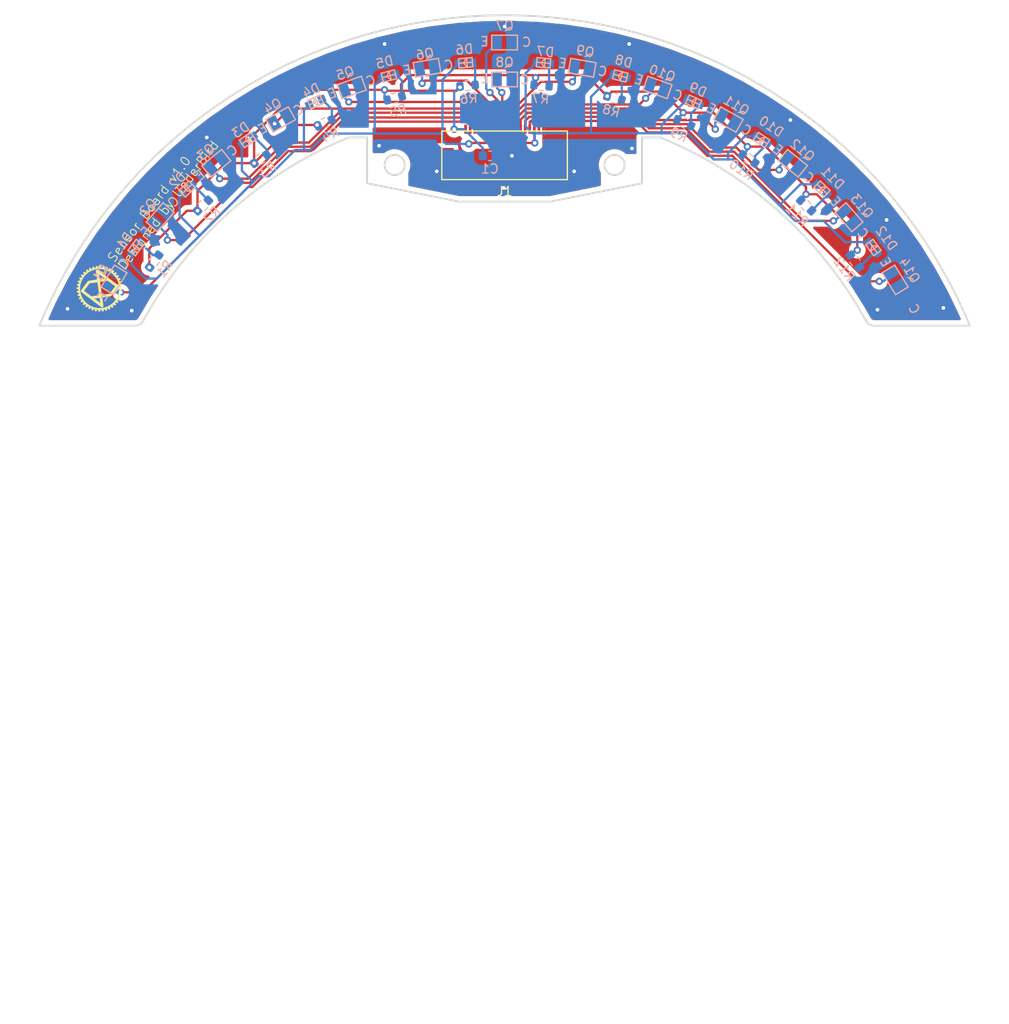
<source format=kicad_pcb>
(kicad_pcb (version 20171130) (host pcbnew "(5.1.6)-1")

  (general
    (thickness 0.6)
    (drawings 31)
    (tracks 359)
    (zones 0)
    (modules 41)
    (nets 31)
  )

  (page A4)
  (layers
    (0 F.Cu signal)
    (31 B.Cu signal)
    (32 B.Adhes user)
    (33 F.Adhes user)
    (34 B.Paste user)
    (35 F.Paste user)
    (36 B.SilkS user)
    (37 F.SilkS user)
    (38 B.Mask user)
    (39 F.Mask user)
    (40 Dwgs.User user)
    (41 Cmts.User user)
    (42 Eco1.User user)
    (43 Eco2.User user)
    (44 Edge.Cuts user)
    (45 Margin user)
    (46 B.CrtYd user)
    (47 F.CrtYd user)
    (48 B.Fab user hide)
    (49 F.Fab user)
  )

  (setup
    (last_trace_width 0.25)
    (trace_clearance 0.2)
    (zone_clearance 0.508)
    (zone_45_only no)
    (trace_min 0.2)
    (via_size 0.8)
    (via_drill 0.4)
    (via_min_size 0.4)
    (via_min_drill 0.3)
    (uvia_size 0.3)
    (uvia_drill 0.1)
    (uvias_allowed no)
    (uvia_min_size 0.2)
    (uvia_min_drill 0.1)
    (edge_width 0.05)
    (segment_width 0.2)
    (pcb_text_width 0.3)
    (pcb_text_size 1.5 1.5)
    (mod_edge_width 0.12)
    (mod_text_size 1 1)
    (mod_text_width 0.15)
    (pad_size 1.524 1.524)
    (pad_drill 0.762)
    (pad_to_mask_clearance 0.05)
    (aux_axis_origin 0 0)
    (visible_elements 7FFFFFFF)
    (pcbplotparams
      (layerselection 0x010f0_ffffffff)
      (usegerberextensions true)
      (usegerberattributes false)
      (usegerberadvancedattributes false)
      (creategerberjobfile false)
      (excludeedgelayer true)
      (linewidth 0.100000)
      (plotframeref false)
      (viasonmask false)
      (mode 1)
      (useauxorigin false)
      (hpglpennumber 1)
      (hpglpenspeed 20)
      (hpglpendiameter 15.000000)
      (psnegative false)
      (psa4output false)
      (plotreference true)
      (plotvalue true)
      (plotinvisibletext false)
      (padsonsilk false)
      (subtractmaskfromsilk true)
      (outputformat 1)
      (mirror false)
      (drillshape 0)
      (scaleselection 1)
      (outputdirectory "Gerber_following/"))
  )

  (net 0 "")
  (net 1 "Net-(D1-Pad2)")
  (net 2 SENSOR_PULSE)
  (net 3 "Net-(D2-Pad2)")
  (net 4 "Net-(D3-Pad2)")
  (net 5 "Net-(D4-Pad2)")
  (net 6 "Net-(D5-Pad2)")
  (net 7 "Net-(D6-Pad2)")
  (net 8 "Net-(D7-Pad2)")
  (net 9 "Net-(D8-Pad2)")
  (net 10 AD4)
  (net 11 +3V3)
  (net 12 AD11)
  (net 13 AD8)
  (net 14 AD6)
  (net 15 AD9)
  (net 16 GND)
  (net 17 AD10)
  (net 18 AD7)
  (net 19 AD5)
  (net 20 AD14)
  (net 21 AD3)
  (net 22 AD13)
  (net 23 AD12)
  (net 24 AD1)
  (net 25 AD2)
  (net 26 "Net-(D9-Pad2)")
  (net 27 "Net-(D10-Pad2)")
  (net 28 "Net-(D11-Pad2)")
  (net 29 "Net-(D12-Pad2)")
  (net 30 "Net-(J1-Pad2)")

  (net_class Default "This is the default net class."
    (clearance 0.2)
    (trace_width 0.25)
    (via_dia 0.8)
    (via_drill 0.4)
    (uvia_dia 0.3)
    (uvia_drill 0.1)
    (add_net +3V3)
    (add_net AD1)
    (add_net AD10)
    (add_net AD11)
    (add_net AD12)
    (add_net AD13)
    (add_net AD14)
    (add_net AD2)
    (add_net AD3)
    (add_net AD4)
    (add_net AD5)
    (add_net AD6)
    (add_net AD7)
    (add_net AD8)
    (add_net AD9)
    (add_net GND)
    (add_net "Net-(D1-Pad2)")
    (add_net "Net-(D10-Pad2)")
    (add_net "Net-(D11-Pad2)")
    (add_net "Net-(D12-Pad2)")
    (add_net "Net-(D2-Pad2)")
    (add_net "Net-(D3-Pad2)")
    (add_net "Net-(D4-Pad2)")
    (add_net "Net-(D5-Pad2)")
    (add_net "Net-(D6-Pad2)")
    (add_net "Net-(D7-Pad2)")
    (add_net "Net-(D8-Pad2)")
    (add_net "Net-(D9-Pad2)")
    (add_net "Net-(J1-Pad2)")
    (add_net SENSOR_PULSE)
  )

  (module Symbol:SH-Logo_5x5mm (layer F.Cu) (tedit 0) (tstamp 609AC023)
    (at 105.8 96.5 53)
    (fp_text reference G*** (at 0 0 53) (layer F.SilkS) hide
      (effects (font (size 1.524 1.524) (thickness 0.3)))
    )
    (fp_text value LOGO (at 0.75 0 53) (layer F.SilkS) hide
      (effects (font (size 1.524 1.524) (thickness 0.3)))
    )
    (fp_poly (pts (xy 0.110392 -2.393179) (xy 0.12568 -2.348714) (xy 0.138078 -2.317574) (xy 0.149328 -2.297366)
      (xy 0.161173 -2.285696) (xy 0.175352 -2.280169) (xy 0.193609 -2.278393) (xy 0.193912 -2.278383)
      (xy 0.202648 -2.280609) (xy 0.212374 -2.289261) (xy 0.224593 -2.306449) (xy 0.240806 -2.33428)
      (xy 0.262108 -2.374081) (xy 0.281317 -2.410336) (xy 0.298168 -2.441389) (xy 0.311044 -2.46431)
      (xy 0.318325 -2.476171) (xy 0.318951 -2.476942) (xy 0.328854 -2.478189) (xy 0.350146 -2.47692)
      (xy 0.378139 -2.473796) (xy 0.408147 -2.469477) (xy 0.435482 -2.464624) (xy 0.455455 -2.459897)
      (xy 0.462982 -2.456653) (xy 0.465555 -2.447616) (xy 0.470007 -2.425435) (xy 0.475773 -2.39317)
      (xy 0.482287 -2.35388) (xy 0.484236 -2.341602) (xy 0.501734 -2.230308) (xy 0.526375 -2.22538)
      (xy 0.547445 -2.221818) (xy 0.561507 -2.220452) (xy 0.569372 -2.226709) (xy 0.584619 -2.243724)
      (xy 0.60519 -2.268857) (xy 0.629026 -2.299473) (xy 0.654069 -2.332932) (xy 0.67826 -2.366598)
      (xy 0.697325 -2.394476) (xy 0.706922 -2.395576) (xy 0.728477 -2.39195) (xy 0.75848 -2.384274)
      (xy 0.773116 -2.379891) (xy 0.843936 -2.357811) (xy 0.843978 -2.242018) (xy 0.844019 -2.126226)
      (xy 0.874703 -2.113015) (xy 0.905387 -2.099805) (xy 0.988164 -2.181311) (xy 1.07094 -2.262817)
      (xy 1.138464 -2.228866) (xy 1.170549 -2.212211) (xy 1.190228 -2.200211) (xy 1.200033 -2.190789)
      (xy 1.202498 -2.181869) (xy 1.201772 -2.176958) (xy 1.198889 -2.16186) (xy 1.194286 -2.134613)
      (xy 1.188632 -2.099278) (xy 1.183416 -2.06537) (xy 1.169278 -1.971739) (xy 1.19301 -1.952749)
      (xy 1.210135 -1.940285) (xy 1.221902 -1.933926) (xy 1.223076 -1.933718) (xy 1.231663 -1.938289)
      (xy 1.250814 -1.950853) (xy 1.277931 -1.969636) (xy 1.310418 -1.992867) (xy 1.320213 -1.999994)
      (xy 1.411016 -2.06631) (xy 1.45317 -2.036851) (xy 1.478911 -2.018602) (xy 1.501756 -2.001964)
      (xy 1.513501 -1.993067) (xy 1.531679 -1.978742) (xy 1.463717 -1.76169) (xy 1.482996 -1.741168)
      (xy 1.49951 -1.727133) (xy 1.513655 -1.72069) (xy 1.514509 -1.720645) (xy 1.526051 -1.724324)
      (xy 1.548836 -1.734376) (xy 1.57972 -1.749329) (xy 1.61556 -1.767708) (xy 1.620867 -1.770509)
      (xy 1.714992 -1.820373) (xy 1.769028 -1.766297) (xy 1.823065 -1.71222) (xy 1.773904 -1.616151)
      (xy 1.755437 -1.580016) (xy 1.739739 -1.549207) (xy 1.728285 -1.526627) (xy 1.72255 -1.515176)
      (xy 1.722228 -1.514498) (xy 1.725634 -1.505545) (xy 1.737188 -1.489803) (xy 1.742712 -1.483429)
      (xy 1.76571 -1.457943) (xy 1.863649 -1.490972) (xy 1.902075 -1.50359) (xy 1.93565 -1.513984)
      (xy 1.960914 -1.521126) (xy 1.974405 -1.523987) (xy 1.974823 -1.524) (xy 1.984704 -1.517774)
      (xy 2.000526 -1.501651) (xy 2.019287 -1.47947) (xy 2.037985 -1.455065) (xy 2.053618 -1.432273)
      (xy 2.063185 -1.414931) (xy 2.064775 -1.40904) (xy 2.060176 -1.399673) (xy 2.047585 -1.379872)
      (xy 2.028804 -1.35234) (xy 2.005638 -1.319778) (xy 2.000034 -1.312075) (xy 1.935294 -1.223429)
      (xy 1.95239 -1.195505) (xy 1.963347 -1.177537) (xy 1.969736 -1.166927) (xy 1.970308 -1.165924)
      (xy 1.978202 -1.166524) (xy 1.999117 -1.16937) (xy 2.029912 -1.174008) (xy 2.067446 -1.179981)
      (xy 2.069162 -1.180261) (xy 2.108788 -1.186507) (xy 2.143654 -1.191601) (xy 2.169926 -1.195009)
      (xy 2.183581 -1.196198) (xy 2.194357 -1.191798) (xy 2.206976 -1.177291) (xy 2.223016 -1.150613)
      (xy 2.233284 -1.131144) (xy 2.2666 -1.066146) (xy 2.185505 -0.98505) (xy 2.104409 -0.903954)
      (xy 2.129487 -0.843936) (xy 2.358396 -0.843936) (xy 2.379553 -0.780408) (xy 2.38942 -0.749674)
      (xy 2.396831 -0.724478) (xy 2.400518 -0.709205) (xy 2.40071 -0.707344) (xy 2.394448 -0.699248)
      (xy 2.377273 -0.683662) (xy 2.351606 -0.662625) (xy 2.319865 -0.638179) (xy 2.309991 -0.630833)
      (xy 2.269429 -0.599983) (xy 2.242078 -0.576982) (xy 2.227169 -0.561124) (xy 2.223937 -0.551705)
      (xy 2.223959 -0.551647) (xy 2.228319 -0.534773) (xy 2.228771 -0.529862) (xy 2.231029 -0.517587)
      (xy 2.23896 -0.5079) (xy 2.254847 -0.499878) (xy 2.280969 -0.492599) (xy 2.319608 -0.485142)
      (xy 2.352917 -0.4797) (xy 2.462102 -0.462554) (xy 2.471991 -0.409487) (xy 2.478819 -0.372876)
      (xy 2.482186 -0.346429) (xy 2.480283 -0.327156) (xy 2.471298 -0.312069) (xy 2.453424 -0.298176)
      (xy 2.424849 -0.28249) (xy 2.383764 -0.262019) (xy 2.382275 -0.261277) (xy 2.281904 -0.211282)
      (xy 2.284659 -0.176763) (xy 2.287415 -0.142244) (xy 2.397321 -0.106285) (xy 2.507226 -0.070325)
      (xy 2.507226 0.079189) (xy 2.39742 0.11356) (xy 2.287615 0.147931) (xy 2.284759 0.183703)
      (xy 2.281904 0.219475) (xy 2.382275 0.26947) (xy 2.423359 0.289902) (xy 2.451954 0.305358)
      (xy 2.469937 0.31874) (xy 2.47919 0.332948) (xy 2.48159 0.350884) (xy 2.479017 0.37545)
      (xy 2.47335 0.409546) (xy 2.473281 0.409967) (xy 2.465989 0.444734) (xy 2.457866 0.464555)
      (xy 2.450749 0.470526) (xy 2.437697 0.473201) (xy 2.412227 0.477547) (xy 2.378149 0.482937)
      (xy 2.343355 0.488152) (xy 2.305261 0.494365) (xy 2.272863 0.500854) (xy 2.249786 0.506812)
      (xy 2.239931 0.511107) (xy 2.232025 0.525263) (xy 2.225888 0.546458) (xy 2.225867 0.546567)
      (xy 2.224464 0.557342) (xy 2.226057 0.566694) (xy 2.232586 0.576699) (xy 2.245991 0.589429)
      (xy 2.268212 0.606961) (xy 2.301188 0.631367) (xy 2.313764 0.640556) (xy 2.406526 0.708268)
      (xy 2.382402 0.780199) (xy 2.358278 0.852129) (xy 2.129487 0.852129) (xy 2.116977 0.882068)
      (xy 2.104468 0.912008) (xy 2.264868 1.073012) (xy 2.232826 1.138732) (xy 2.215168 1.17205)
      (xy 2.200211 1.194586) (xy 2.189383 1.20424) (xy 2.188086 1.20445) (xy 2.175443 1.20318)
      (xy 2.150221 1.199717) (xy 2.116001 1.194581) (xy 2.076364 1.188291) (xy 2.073835 1.187879)
      (xy 2.035237 1.181772) (xy 2.003062 1.177045) (xy 1.980438 1.174129) (xy 1.970498 1.173459)
      (xy 1.970312 1.173542) (xy 1.965237 1.181315) (xy 1.955067 1.197862) (xy 1.951823 1.203235)
      (xy 1.935303 1.230695) (xy 2.000039 1.31978) (xy 2.023864 1.353008) (xy 2.043741 1.381569)
      (xy 2.057883 1.402832) (xy 2.064503 1.414168) (xy 2.064775 1.415113) (xy 2.060223 1.425941)
      (xy 2.048435 1.4451) (xy 2.032204 1.468756) (xy 2.014328 1.493077) (xy 1.997603 1.514228)
      (xy 1.984825 1.528376) (xy 1.979453 1.532086) (xy 1.96867 1.529682) (xy 1.945517 1.523185)
      (xy 1.913217 1.513538) (xy 1.874994 1.501683) (xy 1.868129 1.499513) (xy 1.76571 1.467047)
      (xy 1.742577 1.490137) (xy 1.719444 1.513226) (xy 1.771074 1.616879) (xy 1.822704 1.720531)
      (xy 1.770426 1.773279) (xy 1.718147 1.826026) (xy 1.509761 1.721604) (xy 1.486814 1.745554)
      (xy 1.463868 1.769505) (xy 1.495113 1.870026) (xy 1.507151 1.908634) (xy 1.517569 1.941819)
      (xy 1.525334 1.966306) (xy 1.529411 1.978818) (xy 1.529608 1.97937) (xy 1.524763 1.987446)
      (xy 1.509397 2.002076) (xy 1.486635 2.020745) (xy 1.459606 2.040939) (xy 1.431437 2.060142)
      (xy 1.420942 2.066744) (xy 1.410359 2.064528) (xy 1.388764 2.053074) (xy 1.357911 2.033424)
      (xy 1.319553 2.006616) (xy 1.319308 2.006439) (xy 1.227591 1.940067) (xy 1.199634 1.955122)
      (xy 1.181114 1.968655) (xy 1.171951 1.982536) (xy 1.171678 1.98479) (xy 1.172924 1.998601)
      (xy 1.176242 2.024348) (xy 1.180998 2.057803) (xy 1.186557 2.094741) (xy 1.192288 2.130934)
      (xy 1.197557 2.162156) (xy 1.201102 2.181155) (xy 1.202235 2.192095) (xy 1.198747 2.201033)
      (xy 1.188035 2.210289) (xy 1.167495 2.222184) (xy 1.138264 2.23716) (xy 1.07094 2.27101)
      (xy 0.988164 2.189511) (xy 0.905387 2.108013) (xy 0.874662 2.120279) (xy 0.843936 2.132546)
      (xy 0.843936 2.364558) (xy 0.773644 2.387449) (xy 0.742471 2.397249) (xy 0.717913 2.404303)
      (xy 0.703559 2.407614) (xy 0.701342 2.407573) (xy 0.696065 2.400272) (xy 0.683033 2.382231)
      (xy 0.664084 2.355996) (xy 0.641057 2.324113) (xy 0.635722 2.316726) (xy 0.611382 2.284069)
      (xy 0.589686 2.256891) (xy 0.572728 2.237679) (xy 0.562603 2.228923) (xy 0.561564 2.228645)
      (xy 0.546283 2.230177) (xy 0.526348 2.233579) (xy 0.50168 2.238512) (xy 0.48388 2.350147)
      (xy 0.476808 2.391153) (xy 0.469758 2.426181) (xy 0.463433 2.452116) (xy 0.458537 2.465843)
      (xy 0.457491 2.467091) (xy 0.445052 2.470928) (xy 0.422126 2.475184) (xy 0.403002 2.477795)
      (xy 0.374009 2.481619) (xy 0.349362 2.485584) (xy 0.339288 2.487661) (xy 0.331439 2.487979)
      (xy 0.323421 2.483404) (xy 0.313712 2.471864) (xy 0.300791 2.45129) (xy 0.283135 2.419613)
      (xy 0.266795 2.389066) (xy 0.245115 2.34852) (xy 0.229252 2.320292) (xy 0.217461 2.302161)
      (xy 0.207999 2.291905) (xy 0.199121 2.287305) (xy 0.189082 2.286139) (xy 0.185946 2.286125)
      (xy 0.164943 2.287981) (xy 0.151182 2.292267) (xy 0.151178 2.29227) (xy 0.14559 2.301966)
      (xy 0.136421 2.324204) (xy 0.124865 2.355848) (xy 0.112116 2.393763) (xy 0.109884 2.400709)
      (xy 0.077187 2.503129) (xy 0.002391 2.505476) (xy -0.030857 2.505847) (xy -0.057375 2.50488)
      (xy -0.073297 2.502775) (xy -0.076068 2.501379) (xy -0.079913 2.491479) (xy -0.087683 2.469271)
      (xy -0.098251 2.438036) (xy -0.110494 2.401055) (xy -0.110607 2.400709) (xy -0.123312 2.363139)
      (xy -0.13498 2.330802) (xy -0.144306 2.30718) (xy -0.149927 2.295827) (xy -0.163881 2.288959)
      (xy -0.186543 2.287573) (xy -0.187299 2.287634) (xy -0.199365 2.289268) (xy -0.209204 2.293403)
      (xy -0.218724 2.302418) (xy -0.229833 2.318691) (xy -0.244438 2.344599) (xy -0.264447 2.382522)
      (xy -0.266383 2.386232) (xy -0.285257 2.422154) (xy -0.30149 2.452575) (xy -0.313557 2.47467)
      (xy -0.319931 2.485614) (xy -0.320395 2.486223) (xy -0.329553 2.486691) (xy -0.350181 2.484802)
      (xy -0.377649 2.481254) (xy -0.407327 2.476746) (xy -0.434584 2.471978) (xy -0.454792 2.467647)
      (xy -0.463158 2.464669) (xy -0.465746 2.455628) (xy -0.470227 2.433448) (xy -0.476032 2.401191)
      (xy -0.482591 2.36192) (xy -0.484532 2.349787) (xy -0.502136 2.238675) (xy -0.535793 2.231477)
      (xy -0.569451 2.224279) (xy -0.633384 2.312278) (xy -0.65756 2.345203) (xy -0.678563 2.373148)
      (xy -0.6944 2.393511) (xy -0.703081 2.403689) (xy -0.70379 2.404278) (xy -0.714024 2.403698)
      (xy -0.735737 2.398698) (xy -0.764936 2.390255) (xy -0.7771 2.386368) (xy -0.843935 2.364458)
      (xy -0.843935 2.132546) (xy -0.874661 2.120279) (xy -0.905387 2.108013) (xy -0.988163 2.189511)
      (xy -1.070939 2.27101) (xy -1.138019 2.237283) (xy -1.169535 2.221184) (xy -1.188984 2.209853)
      (xy -1.198982 2.200781) (xy -1.202146 2.191461) (xy -1.201093 2.179386) (xy -1.200733 2.177181)
      (xy -1.197395 2.157094) (xy -1.192274 2.12635) (xy -1.186285 2.090455) (xy -1.184048 2.077064)
      (xy -1.177113 2.034302) (xy -1.173388 2.004628) (xy -1.173268 1.984989) (xy -1.17715 1.972329)
      (xy -1.185431 1.963595) (xy -1.198508 1.95573) (xy -1.199903 1.954977) (xy -1.22813 1.939776)
      (xy -1.312565 2.000897) (xy -1.345299 2.024493) (xy -1.373612 2.044717) (xy -1.394655 2.059545)
      (xy -1.405576 2.066955) (xy -1.405996 2.067207) (xy -1.415611 2.064816) (xy -1.434604 2.054981)
      (xy -1.459224 2.040067) (xy -1.485724 2.022439) (xy -1.510353 2.004464) (xy -1.526462 1.991182)
      (xy -1.526462 1.981663) (xy -1.521927 1.959627) (xy -1.513599 1.928066) (xy -1.502221 1.889977)
      (xy -1.498301 1.877657) (xy -1.463582 1.770026) (xy -1.482929 1.749432) (xy -1.499067 1.735405)
      (xy -1.512394 1.728895) (xy -1.513264 1.728838) (xy -1.524367 1.732353) (xy -1.546951 1.741969)
      (xy -1.577919 1.756293) (xy -1.61418 1.773932) (xy -1.621196 1.777435) (xy -1.718141 1.826032)
      (xy -1.770422 1.773281) (xy -1.822704 1.720531) (xy -1.771073 1.616879) (xy -1.719443 1.513226)
      (xy -1.742576 1.490137) (xy -1.765709 1.467047) (xy -1.868129 1.499513) (xy -1.906972 1.511643)
      (xy -1.940372 1.521729) (xy -1.965128 1.52883) (xy -1.978041 1.532004) (xy -1.978838 1.532086)
      (xy -1.987103 1.52591) (xy -2.001441 1.509832) (xy -2.018996 1.487692) (xy -2.036915 1.463329)
      (xy -2.052343 1.440584) (xy -2.062426 1.423295) (xy -2.064774 1.416486) (xy -2.060183 1.406939)
      (xy -2.047636 1.387032) (xy -2.028971 1.359541) (xy -2.006026 1.327245) (xy -2.002478 1.322361)
      (xy -1.975001 1.283766) (xy -1.956916 1.255191) (xy -1.947382 1.233854) (xy -1.94556 1.216975)
      (xy -1.95061 1.201775) (xy -1.961274 1.186008) (xy -1.966539 1.180457) (xy -1.97386 1.177187)
      (xy -1.985984 1.176277) (xy -2.005658 1.177806) (xy -2.035629 1.181854) (xy -2.078645 1.188501)
      (xy -2.085649 1.189609) (xy -2.129921 1.196066) (xy -2.165536 1.200146) (xy -2.190138 1.201641)
      (xy -2.201372 1.200343) (xy -2.201773 1.199859) (xy -2.206801 1.189414) (xy -2.217583 1.168635)
      (xy -2.232011 1.141567) (xy -2.235662 1.134806) (xy -2.26671 1.077451) (xy -2.185587 0.994734)
      (xy -2.104463 0.912018) (xy -2.116975 0.882073) (xy -2.129486 0.852129) (xy -2.358278 0.852129)
      (xy -2.4066 0.708047) (xy -2.313557 0.640051) (xy -2.276678 0.612847) (xy -2.25126 0.593139)
      (xy -2.235381 0.578965) (xy -2.227121 0.568361) (xy -2.224559 0.559365) (xy -2.225713 0.550269)
      (xy -2.230802 0.531455) (xy -2.237448 0.518053) (xy -2.248472 0.508602) (xy -2.266697 0.501641)
      (xy -2.294944 0.495706) (xy -2.336037 0.489336) (xy -2.346193 0.48786) (xy -2.385671 0.481843)
      (xy -2.419365 0.47615) (xy -2.443885 0.471393) (xy -2.455844 0.468183) (xy -2.456173 0.468001)
      (xy -2.461177 0.457995) (xy -2.467227 0.436526) (xy -2.473351 0.408392) (xy -2.478576 0.378393)
      (xy -2.481929 0.351326) (xy -2.482645 0.337376) (xy -2.480087 0.328693) (xy -2.471002 0.31905)
      (xy -2.453275 0.307004) (xy -2.424787 0.291113) (xy -2.384322 0.270387) (xy -2.286 0.221099)
      (xy -2.286 0.149053) (xy -2.396613 0.11411) (xy -2.507225 0.079167) (xy -2.507225 -0.000986)
      (xy -2.129306 -0.000986) (xy -2.124889 0.117235) (xy -2.114163 0.229419) (xy -2.084149 0.415218)
      (xy -2.039373 0.595074) (xy -1.980442 0.768327) (xy -1.90796 0.934317) (xy -1.82253 1.092386)
      (xy -1.724759 1.241874) (xy -1.61525 1.382122) (xy -1.494608 1.51247) (xy -1.363438 1.632259)
      (xy -1.222344 1.740831) (xy -1.07193 1.837525) (xy -0.912802 1.921682) (xy -0.745564 1.992643)
      (xy -0.57082 2.049748) (xy -0.409549 2.08837) (xy -0.226048 2.117065) (xy -0.04304 2.129883)
      (xy 0.138393 2.126789) (xy 0.303661 2.109766) (xy 0.49184 2.074567) (xy 0.672635 2.024809)
      (xy 0.845929 1.960528) (xy 1.009966 1.882633) (xy 1.17169 1.787824) (xy 1.322794 1.680781)
      (xy 1.462839 1.562109) (xy 1.591389 1.432414) (xy 1.708005 1.292301) (xy 1.812251 1.142375)
      (xy 1.903688 0.983241) (xy 1.98188 0.815505) (xy 2.046388 0.639772) (xy 2.096775 0.456646)
      (xy 2.119186 0.348226) (xy 2.125888 0.310543) (xy 2.131107 0.277851) (xy 2.135025 0.247256)
      (xy 2.137828 0.215863) (xy 2.139698 0.18078) (xy 2.14082 0.139112) (xy 2.141376 0.087966)
      (xy 2.141552 0.024447) (xy 2.141556 -0.004097) (xy 2.141443 -0.07343) (xy 2.141013 -0.129324)
      (xy 2.14008 -0.174723) (xy 2.138458 -0.212576) (xy 2.135962 -0.245827) (xy 2.132405 -0.277425)
      (xy 2.127601 -0.310314) (xy 2.121365 -0.347442) (xy 2.119069 -0.360516) (xy 2.078505 -0.544789)
      (xy 2.023356 -0.722642) (xy 1.95419 -0.893379) (xy 1.871578 -1.056303) (xy 1.776088 -1.210719)
      (xy 1.668289 -1.355928) (xy 1.54875 -1.491236) (xy 1.41804 -1.615946) (xy 1.276729 -1.72936)
      (xy 1.125385 -1.830784) (xy 0.964578 -1.91952) (xy 0.794876 -1.994872) (xy 0.778387 -2.00128)
      (xy 0.602843 -2.060179) (xy 0.425354 -2.103247) (xy 0.246822 -2.130776) (xy 0.068149 -2.143058)
      (xy -0.109763 -2.140385) (xy -0.286013 -2.123047) (xy -0.459699 -2.091338) (xy -0.629918 -2.045548)
      (xy -0.79577 -1.98597) (xy -0.956352 -1.912896) (xy -1.110763 -1.826617) (xy -1.258101 -1.727424)
      (xy -1.397464 -1.615611) (xy -1.527949 -1.491468) (xy -1.648657 -1.355287) (xy -1.758684 -1.20736)
      (xy -1.781543 -1.172999) (xy -1.876166 -1.012904) (xy -1.955962 -0.845844) (xy -2.020912 -0.671874)
      (xy -2.070995 -0.491048) (xy -2.106193 -0.303421) (xy -2.114167 -0.243141) (xy -2.125732 -0.118687)
      (xy -2.129306 -0.000986) (xy -2.507225 -0.000986) (xy -2.507225 -0.070325) (xy -2.396613 -0.106516)
      (xy -2.286 -0.142708) (xy -2.286 -0.212906) (xy -2.385222 -0.262645) (xy -2.484444 -0.312383)
      (xy -2.478833 -0.364775) (xy -2.474883 -0.402351) (xy -2.470691 -0.428965) (xy -2.46366 -0.446976)
      (xy -2.451193 -0.458741) (xy -2.430691 -0.466617) (xy -2.399557 -0.472961) (xy -2.355193 -0.480131)
      (xy -2.350968 -0.480815) (xy -2.310712 -0.487377) (xy -2.276813 -0.492939) (xy -2.252266 -0.497009)
      (xy -2.240066 -0.499092) (xy -2.239272 -0.499251) (xy -2.234335 -0.50791) (xy -2.229886 -0.526103)
      (xy -2.227001 -0.546986) (xy -2.226756 -0.563716) (xy -2.22832 -0.568908) (xy -2.237509 -0.576795)
      (xy -2.257273 -0.592022) (xy -2.2848 -0.612472) (xy -2.31728 -0.636029) (xy -2.320836 -0.638577)
      (xy -2.405975 -0.699509) (xy -2.384113 -0.769674) (xy -2.362252 -0.839839) (xy -2.245774 -0.842115)
      (xy -2.129295 -0.844392) (xy -2.116879 -0.874108) (xy -2.104463 -0.903825) (xy -2.186568 -0.986541)
      (xy -2.268674 -1.069258) (xy -2.234321 -1.132632) (xy -2.21493 -1.166178) (xy -2.200017 -1.186401)
      (xy -2.188046 -1.195218) (xy -2.18358 -1.195983) (xy -2.16933 -1.194703) (xy -2.142757 -1.191237)
      (xy -2.1077 -1.186118) (xy -2.069199 -1.180077) (xy -2.031446 -1.1741) (xy -2.000295 -1.169437)
      (xy -1.978889 -1.16654) (xy -1.970374 -1.165861) (xy -1.970345 -1.165887) (xy -1.965956 -1.173238)
      (xy -1.956065 -1.189495) (xy -1.95239 -1.195505) (xy -1.935294 -1.223429) (xy -2.000034 -1.312075)
      (xy -2.023935 -1.345392) (xy -2.043854 -1.374285) (xy -2.057988 -1.396051) (xy -2.064532 -1.407989)
      (xy -2.064774 -1.40904) (xy -2.059902 -1.421668) (xy -2.047287 -1.441889) (xy -2.029931 -1.465866)
      (xy -2.010835 -1.489762) (xy -1.993001 -1.509742) (xy -1.979432 -1.521969) (xy -1.974823 -1.524)
      (xy -1.962296 -1.521481) (xy -1.937751 -1.514608) (xy -1.90465 -1.504411) (xy -1.866454 -1.491916)
      (xy -1.863648 -1.490972) (xy -1.765709 -1.457943) (xy -1.720781 -1.507719) (xy -1.822811 -1.712553)
      (xy -1.769471 -1.765893) (xy -1.716132 -1.819233) (xy -1.620075 -1.769384) (xy -1.576962 -1.747577)
      (xy -1.545319 -1.733496) (xy -1.52242 -1.726681) (xy -1.505538 -1.726673) (xy -1.491947 -1.733013)
      (xy -1.47892 -1.745243) (xy -1.478621 -1.745574) (xy -1.472771 -1.752964) (xy -1.469822 -1.761275)
      (xy -1.470196 -1.773448) (xy -1.474314 -1.792425) (xy -1.482598 -1.821148) (xy -1.495332 -1.862123)
      (xy -1.507457 -1.90067) (xy -1.51792 -1.933817) (xy -1.525682 -1.958279) (xy -1.529704 -1.970776)
      (xy -1.529885 -1.971311) (xy -1.5249 -1.978767) (xy -1.510139 -1.992928) (xy -1.489144 -2.01095)
      (xy -1.465458 -2.02999) (xy -1.44262 -2.047202) (xy -1.424173 -2.059743) (xy -1.413659 -2.064769)
      (xy -1.413499 -2.064774) (xy -1.40591 -2.060223) (xy -1.387626 -2.047743) (xy -1.361168 -2.029094)
      (xy -1.329057 -2.006039) (xy -1.319403 -1.999039) (xy -1.228942 -1.933303) (xy -1.203985 -1.946209)
      (xy -1.185624 -1.958259) (xy -1.174876 -1.970022) (xy -1.174575 -1.970719) (xy -1.174127 -1.983086)
      (xy -1.17622 -2.008324) (xy -1.180422 -2.04319) (xy -1.186306 -2.084438) (xy -1.19344 -2.128824)
      (xy -1.201367 -2.172962) (xy -1.202346 -2.183922) (xy -1.198691 -2.192908) (xy -1.187787 -2.202239)
      (xy -1.16702 -2.214237) (xy -1.138268 -2.228965) (xy -1.070949 -2.262812) (xy -0.990656 -2.182821)
      (xy -0.910363 -2.102829) (xy -0.877149 -2.113791) (xy -0.843935 -2.124752) (xy -0.843935 -2.358751)
      (xy -0.773445 -2.380251) (xy -0.742164 -2.38947) (xy -0.717576 -2.396107) (xy -0.703286 -2.399218)
      (xy -0.701144 -2.399183) (xy -0.695943 -2.39196) (xy -0.682973 -2.373983) (xy -0.664059 -2.347781)
      (xy -0.641027 -2.315883) (xy -0.635333 -2.307999) (xy -0.571334 -2.219386) (xy -0.537619 -2.224951)
      (xy -0.51656 -2.22863) (xy -0.504146 -2.231186) (xy -0.502856 -2.23163) (xy -0.501259 -2.239656)
      (xy -0.497609 -2.260891) (xy -0.492403 -2.292359) (xy -0.486139 -2.33108) (xy -0.48426 -2.342832)
      (xy -0.477581 -2.383352) (xy -0.471497 -2.417726) (xy -0.466585 -2.442879) (xy -0.46342 -2.455732)
      (xy -0.462944 -2.45669) (xy -0.453918 -2.459607) (xy -0.433496 -2.46427) (xy -0.406449 -2.46976)
      (xy -0.37755 -2.475159) (xy -0.351571 -2.479547) (xy -0.333285 -2.482006) (xy -0.330408 -2.482214)
      (xy -0.323314 -2.475509) (xy -0.310413 -2.456795) (xy -0.293332 -2.428669) (xy -0.273699 -2.393727)
      (xy -0.266451 -2.380226) (xy -0.243943 -2.338579) (xy -0.227096 -2.309633) (xy -0.214451 -2.291329)
      (xy -0.204545 -2.281609) (xy -0.195917 -2.278417) (xy -0.194139 -2.278383) (xy -0.17573 -2.280107)
      (xy -0.161454 -2.285529) (xy -0.149567 -2.297041) (xy -0.13832 -2.317037) (xy -0.125969 -2.347911)
      (xy -0.110766 -2.392057) (xy -0.110392 -2.393179) (xy -0.076464 -2.494936) (xy 0.076465 -2.494936)
      (xy 0.110392 -2.393179)) (layer F.SilkS) (width 0.01))
    (fp_poly (pts (xy -0.651644 -1.516105) (xy -0.562649 -1.515823) (xy -0.476902 -1.515351) (xy -0.396037 -1.514691)
      (xy -0.321692 -1.513843) (xy -0.255502 -1.512805) (xy -0.199104 -1.511579) (xy -0.154133 -1.510164)
      (xy -0.122226 -1.50856) (xy -0.105019 -1.506768) (xy -0.104871 -1.506737) (xy -0.09556 -1.50463)
      (xy -0.086624 -1.501816) (xy -0.077075 -1.497399) (xy -0.065924 -1.490481) (xy -0.052184 -1.480167)
      (xy -0.034866 -1.46556) (xy -0.012984 -1.445762) (xy 0.014452 -1.419878) (xy 0.048429 -1.387011)
      (xy 0.089935 -1.346263) (xy 0.139958 -1.296739) (xy 0.199486 -1.237542) (xy 0.269507 -1.167775)
      (xy 0.27871 -1.158602) (xy 0.61887 -0.819536) (xy 0.95058 -1.151819) (xy 1.012128 -1.213279)
      (xy 1.070799 -1.271494) (xy 1.125476 -1.32538) (xy 1.175039 -1.373851) (xy 1.218372 -1.415823)
      (xy 1.254354 -1.450212) (xy 1.28187 -1.475932) (xy 1.299799 -1.4919) (xy 1.306244 -1.496803)
      (xy 1.337799 -1.506608) (xy 1.375958 -1.508876) (xy 1.412781 -1.503613) (xy 1.431234 -1.496687)
      (xy 1.465641 -1.471786) (xy 1.492996 -1.438405) (xy 1.50937 -1.401704) (xy 1.5115 -1.391201)
      (xy 1.512028 -1.37929) (xy 1.512512 -1.351867) (xy 1.51295 -1.309808) (xy 1.513342 -1.253987)
      (xy 1.513686 -1.185279) (xy 1.51398 -1.104561) (xy 1.514222 -1.012707) (xy 1.514411 -0.910591)
      (xy 1.514545 -0.799091) (xy 1.514622 -0.67908) (xy 1.514642 -0.551433) (xy 1.514602 -0.417027)
      (xy 1.514501 -0.276736) (xy 1.514336 -0.131435) (xy 1.514108 0.018001) (xy 1.514102 0.021085)
      (xy 1.51171 1.398202) (xy 1.491965 1.427017) (xy 1.471292 1.451416) (xy 1.446624 1.473286)
      (xy 1.443409 1.475577) (xy 1.414598 1.495322) (xy 0.780596 1.497567) (xy 0.648074 1.497943)
      (xy 0.531436 1.498075) (xy 0.430178 1.497955) (xy 0.343799 1.49758) (xy 0.271797 1.496944)
      (xy 0.213668 1.496041) (xy 0.168911 1.494867) (xy 0.137023 1.493417) (xy 0.117502 1.491686)
      (xy 0.112216 1.490711) (xy 0.103719 1.487619) (xy 0.093457 1.481958) (xy 0.080487 1.472848)
      (xy 0.063863 1.459414) (xy 0.042644 1.440777) (xy 0.015884 1.416061) (xy -0.01736 1.384387)
      (xy -0.058032 1.344879) (xy -0.107075 1.296659) (xy -0.165434 1.23885) (xy -0.234052 1.170574)
      (xy -0.260239 1.144469) (xy -0.598317 0.807327) (xy -0.93211 1.140793) (xy -1.015105 1.223419)
      (xy -1.08702 1.294392) (xy -1.148077 1.353924) (xy -1.198501 1.402226) (xy -1.238512 1.439511)
      (xy -1.268335 1.46599) (xy -1.288193 1.481875) (xy -1.296366 1.486839) (xy -1.335841 1.497828)
      (xy -1.373202 1.495487) (xy -1.405532 1.484018) (xy -1.446329 1.457028) (xy -1.475293 1.418946)
      (xy -1.490495 1.376352) (xy -1.491689 1.362581) (xy -1.492802 1.333486) (xy -1.493834 1.290132)
      (xy -1.494785 1.233583) (xy -1.495656 1.164902) (xy -1.496446 1.085153) (xy -1.497155 0.995399)
      (xy -1.497784 0.896705) (xy -1.498332 0.790134) (xy -1.4988 0.676751) (xy -1.499048 0.60024)
      (xy -1.204451 0.60024) (xy -1.204409 0.679392) (xy -1.204289 0.753331) (xy -1.204099 0.820487)
      (xy -1.203847 0.879287) (xy -1.203542 0.92816) (xy -1.203191 0.965536) (xy -1.202804 0.989844)
      (xy -1.202388 0.999511) (xy -1.20234 0.999613) (xy -1.196266 0.994032) (xy -1.179963 0.978173)
      (xy -1.154771 0.953364) (xy -1.12203 0.920933) (xy -1.083081 0.882205) (xy -1.039265 0.83851)
      (xy -1.001598 0.800857) (xy -0.803025 0.60216) (xy -0.393274 0.60216) (xy -0.092211 0.903306)
      (xy 0.208853 1.204451) (xy 1.220839 1.204451) (xy 1.220839 0.19263) (xy 0.919759 -0.108532)
      (xy 0.618679 -0.409695) (xy 0.112703 0.096233) (xy -0.393274 0.60216) (xy -0.803025 0.60216)
      (xy -0.802966 0.602101) (xy -1.003709 0.401484) (xy -1.204451 0.200867) (xy -1.204451 0.60024)
      (xy -1.499048 0.60024) (xy -1.499187 0.557618) (xy -1.499494 0.4338) (xy -1.49972 0.30636)
      (xy -1.499867 0.176362) (xy -1.499933 0.04487) (xy -1.499919 -0.087052) (xy -1.499825 -0.218341)
      (xy -1.49965 -0.347933) (xy -1.499396 -0.474764) (xy -1.499062 -0.59777) (xy -1.498648 -0.715887)
      (xy -1.498154 -0.828052) (xy -1.49758 -0.933201) (xy -1.496927 -1.030271) (xy -1.496194 -1.118196)
      (xy -1.495381 -1.195915) (xy -1.495047 -1.220839) (xy -1.204451 -1.220839) (xy -1.204451 -0.209018)
      (xy -0.90338 0.092136) (xy -0.845419 0.150035) (xy -0.79097 0.204276) (xy -0.741125 0.25378)
      (xy -0.696978 0.297469) (xy -0.659622 0.334265) (xy -0.63015 0.363089) (xy -0.609655 0.382862)
      (xy -0.599231 0.392505) (xy -0.598145 0.39329) (xy -0.591863 0.38763) (xy -0.574844 0.371203)
      (xy -0.547928 0.344844) (xy -0.511956 0.309386) (xy -0.467766 0.26566) (xy -0.416199 0.2145)
      (xy -0.358094 0.15674) (xy -0.294291 0.093211) (xy -0.225629 0.024747) (xy -0.152949 -0.047819)
      (xy -0.090137 -0.110605) (xy 0.413708 -0.6145) (xy 0.41365 -0.614559) (xy 0.823537 -0.614559)
      (xy 1.020076 -0.417893) (xy 1.066566 -0.371432) (xy 1.109256 -0.328885) (xy 1.146797 -0.291585)
      (xy 1.177842 -0.260868) (xy 1.201044 -0.238067) (xy 1.215054 -0.224516) (xy 1.218727 -0.221226)
      (xy 1.219147 -0.229156) (xy 1.21954 -0.251895) (xy 1.219897 -0.287861) (xy 1.220208 -0.335477)
      (xy 1.220467 -0.393163) (xy 1.220664 -0.45934) (xy 1.220791 -0.532429) (xy 1.220839 -0.610849)
      (xy 1.220839 -1.011861) (xy 0.823537 -0.614559) (xy 0.41365 -0.614559) (xy 0.110621 -0.917669)
      (xy -0.192465 -1.220839) (xy -1.204451 -1.220839) (xy -1.495047 -1.220839) (xy -1.494488 -1.262362)
      (xy -1.493516 -1.316474) (xy -1.492465 -1.357188) (xy -1.491334 -1.383439) (xy -1.490361 -1.393364)
      (xy -1.47279 -1.43872) (xy -1.442638 -1.474679) (xy -1.401989 -1.499158) (xy -1.376977 -1.506749)
      (xy -1.360246 -1.508544) (xy -1.328765 -1.51015) (xy -1.28417 -1.511567) (xy -1.228097 -1.512796)
      (xy -1.162183 -1.513835) (xy -1.088063 -1.514686) (xy -1.007374 -1.515347) (xy -0.921751 -1.51582)
      (xy -0.832831 -1.516104) (xy -0.74225 -1.516199) (xy -0.651644 -1.516105)) (layer F.SilkS) (width 0.01))
  )

  (module Capacitor_SMD:C_0603_1608Metric (layer B.Cu) (tedit 5F68FEEE) (tstamp 609AE988)
    (at 148.4 82)
    (descr "Capacitor SMD 0603 (1608 Metric), square (rectangular) end terminal, IPC_7351 nominal, (Body size source: IPC-SM-782 page 76, https://www.pcb-3d.com/wordpress/wp-content/uploads/ipc-sm-782a_amendment_1_and_2.pdf), generated with kicad-footprint-generator")
    (tags capacitor)
    (path /60A533AF)
    (attr smd)
    (fp_text reference C1 (at 0 1.43) (layer B.SilkS)
      (effects (font (size 1 1) (thickness 0.15)) (justify mirror))
    )
    (fp_text value 1u (at 0 -1.43) (layer B.Fab)
      (effects (font (size 1 1) (thickness 0.15)) (justify mirror))
    )
    (fp_line (start -0.8 -0.4) (end -0.8 0.4) (layer B.Fab) (width 0.1))
    (fp_line (start -0.8 0.4) (end 0.8 0.4) (layer B.Fab) (width 0.1))
    (fp_line (start 0.8 0.4) (end 0.8 -0.4) (layer B.Fab) (width 0.1))
    (fp_line (start 0.8 -0.4) (end -0.8 -0.4) (layer B.Fab) (width 0.1))
    (fp_line (start -0.14058 0.51) (end 0.14058 0.51) (layer B.SilkS) (width 0.12))
    (fp_line (start -0.14058 -0.51) (end 0.14058 -0.51) (layer B.SilkS) (width 0.12))
    (fp_line (start -1.48 -0.73) (end -1.48 0.73) (layer B.CrtYd) (width 0.05))
    (fp_line (start -1.48 0.73) (end 1.48 0.73) (layer B.CrtYd) (width 0.05))
    (fp_line (start 1.48 0.73) (end 1.48 -0.73) (layer B.CrtYd) (width 0.05))
    (fp_line (start 1.48 -0.73) (end -1.48 -0.73) (layer B.CrtYd) (width 0.05))
    (fp_text user %R (at 0 0) (layer B.Fab)
      (effects (font (size 0.4 0.4) (thickness 0.06)) (justify mirror))
    )
    (pad 2 smd roundrect (at 0.775 0) (size 0.9 0.95) (layers B.Cu B.Paste B.Mask) (roundrect_rratio 0.25)
      (net 16 GND))
    (pad 1 smd roundrect (at -0.775 0) (size 0.9 0.95) (layers B.Cu B.Paste B.Mask) (roundrect_rratio 0.25)
      (net 11 +3V3))
    (model ${KISYS3DMOD}/Capacitor_SMD.3dshapes/C_0603_1608Metric.wrl
      (at (xyz 0 0 0))
      (scale (xyz 1 1 1))
      (rotate (xyz 0 0 0))
    )
  )

  (module Footprint:SIR19-21C (layer B.Cu) (tedit 609A22C9) (tstamp 609A4DA2)
    (at 154.2491 71.8509 355.1)
    (path /5F240BF8)
    (fp_text reference D7 (at 0.1 -1.2 355.1) (layer B.SilkS)
      (effects (font (size 1 1) (thickness 0.15)) (justify mirror))
    )
    (fp_text value SIR19-21C/TR8 (at 0.5 -2.5 355.1) (layer B.Fab)
      (effects (font (size 1 1) (thickness 0.15)) (justify mirror))
    )
    (fp_line (start 0.15 -0.5) (end 0.15 0.5) (layer B.SilkS) (width 0.15))
    (fp_line (start -0.25 0) (end 0.15 -0.5) (layer B.SilkS) (width 0.15))
    (fp_line (start 0.15 0.5) (end -0.25 0) (layer B.SilkS) (width 0.15))
    (fp_line (start 0.75 0) (end -0.75 0) (layer B.SilkS) (width 0.15))
    (fp_line (start -0.75 0.5) (end -0.75 -0.5) (layer B.SilkS) (width 0.15))
    (fp_line (start -0.75 -0.5) (end 0.75 -0.5) (layer B.SilkS) (width 0.15))
    (fp_line (start 0.75 -0.5) (end 0.75 0.5) (layer B.SilkS) (width 0.15))
    (fp_line (start 0.75 0.5) (end -0.75 0.5) (layer B.SilkS) (width 0.15))
    (pad 1 smd rect (at -0.75 0 355.1) (size 0.8 0.8) (layers B.Cu B.Paste B.Mask)
      (net 2 SENSOR_PULSE))
    (pad 2 smd rect (at 0.75 0 355.1) (size 0.8 0.8) (layers B.Cu B.Paste B.Mask)
      (net 8 "Net-(D7-Pad2)"))
  )

  (module Resistor_SMD:R_0603_1608Metric (layer B.Cu) (tedit 5F68FEEE) (tstamp 609A1FE6)
    (at 182.9216 87.4295 316.1)
    (descr "Resistor SMD 0603 (1608 Metric), square (rectangular) end terminal, IPC_7351 nominal, (Body size source: IPC-SM-782 page 72, https://www.pcb-3d.com/wordpress/wp-content/uploads/ipc-sm-782a_amendment_1_and_2.pdf), generated with kicad-footprint-generator")
    (tags resistor)
    (path /609A920F)
    (attr smd)
    (fp_text reference R11 (at 0 1.43 136.1) (layer B.SilkS)
      (effects (font (size 1 1) (thickness 0.15)) (justify mirror))
    )
    (fp_text value R (at 0 -1.43 136.1) (layer B.Fab)
      (effects (font (size 1 1) (thickness 0.15)) (justify mirror))
    )
    (fp_line (start -0.8 -0.4125) (end -0.8 0.4125) (layer B.Fab) (width 0.1))
    (fp_line (start -0.8 0.4125) (end 0.8 0.4125) (layer B.Fab) (width 0.1))
    (fp_line (start 0.8 0.4125) (end 0.8 -0.4125) (layer B.Fab) (width 0.1))
    (fp_line (start 0.8 -0.4125) (end -0.8 -0.4125) (layer B.Fab) (width 0.1))
    (fp_line (start -0.237258 0.5225) (end 0.237258 0.5225) (layer B.SilkS) (width 0.12))
    (fp_line (start -0.237258 -0.5225) (end 0.237258 -0.5225) (layer B.SilkS) (width 0.12))
    (fp_line (start -1.48 -0.73) (end -1.48 0.73) (layer B.CrtYd) (width 0.05))
    (fp_line (start -1.48 0.73) (end 1.48 0.73) (layer B.CrtYd) (width 0.05))
    (fp_line (start 1.48 0.73) (end 1.48 -0.73) (layer B.CrtYd) (width 0.05))
    (fp_line (start 1.48 -0.73) (end -1.48 -0.73) (layer B.CrtYd) (width 0.05))
    (fp_text user %R (at 0 0 136.1) (layer B.Fab)
      (effects (font (size 0.4 0.4) (thickness 0.06)) (justify mirror))
    )
    (pad 2 smd roundrect (at 0.825 0 316.1) (size 0.8 0.95) (layers B.Cu B.Paste B.Mask) (roundrect_rratio 0.25)
      (net 28 "Net-(D11-Pad2)"))
    (pad 1 smd roundrect (at -0.825 0 316.1) (size 0.8 0.95) (layers B.Cu B.Paste B.Mask) (roundrect_rratio 0.25)
      (net 11 +3V3))
    (model ${KISYS3DMOD}/Resistor_SMD.3dshapes/R_0603_1608Metric.wrl
      (at (xyz 0 0 0))
      (scale (xyz 1 1 1))
      (rotate (xyz 0 0 0))
    )
  )

  (module Resistor_SMD:R_0603_1608Metric (layer B.Cu) (tedit 5F68FEEE) (tstamp 609A1FD5)
    (at 130.3964 78.404 24.4)
    (descr "Resistor SMD 0603 (1608 Metric), square (rectangular) end terminal, IPC_7351 nominal, (Body size source: IPC-SM-782 page 72, https://www.pcb-3d.com/wordpress/wp-content/uploads/ipc-sm-782a_amendment_1_and_2.pdf), generated with kicad-footprint-generator")
    (tags resistor)
    (path /609AC45B)
    (attr smd)
    (fp_text reference R4 (at 0 1.43 24.4) (layer B.SilkS)
      (effects (font (size 1 1) (thickness 0.15)) (justify mirror))
    )
    (fp_text value R (at 0 -1.43 24.4) (layer B.Fab)
      (effects (font (size 1 1) (thickness 0.15)) (justify mirror))
    )
    (fp_line (start -0.8 -0.4125) (end -0.8 0.4125) (layer B.Fab) (width 0.1))
    (fp_line (start -0.8 0.4125) (end 0.8 0.4125) (layer B.Fab) (width 0.1))
    (fp_line (start 0.8 0.4125) (end 0.8 -0.4125) (layer B.Fab) (width 0.1))
    (fp_line (start 0.8 -0.4125) (end -0.8 -0.4125) (layer B.Fab) (width 0.1))
    (fp_line (start -0.237258 0.5225) (end 0.237258 0.5225) (layer B.SilkS) (width 0.12))
    (fp_line (start -0.237258 -0.5225) (end 0.237258 -0.5225) (layer B.SilkS) (width 0.12))
    (fp_line (start -1.48 -0.73) (end -1.48 0.73) (layer B.CrtYd) (width 0.05))
    (fp_line (start -1.48 0.73) (end 1.48 0.73) (layer B.CrtYd) (width 0.05))
    (fp_line (start 1.48 0.73) (end 1.48 -0.73) (layer B.CrtYd) (width 0.05))
    (fp_line (start 1.48 -0.73) (end -1.48 -0.73) (layer B.CrtYd) (width 0.05))
    (fp_text user %R (at 0 0 24.4) (layer B.Fab)
      (effects (font (size 0.4 0.4) (thickness 0.06)) (justify mirror))
    )
    (pad 2 smd roundrect (at 0.825 0 24.4) (size 0.8 0.95) (layers B.Cu B.Paste B.Mask) (roundrect_rratio 0.25)
      (net 5 "Net-(D4-Pad2)"))
    (pad 1 smd roundrect (at -0.825 0 24.4) (size 0.8 0.95) (layers B.Cu B.Paste B.Mask) (roundrect_rratio 0.25)
      (net 11 +3V3))
    (model ${KISYS3DMOD}/Resistor_SMD.3dshapes/R_0603_1608Metric.wrl
      (at (xyz 0 0 0))
      (scale (xyz 1 1 1))
      (rotate (xyz 0 0 0))
    )
  )

  (module Resistor_SMD:R_0603_1608Metric (layer B.Cu) (tedit 5F68FEEE) (tstamp 609A1FC4)
    (at 169.6036 78.404 335.7)
    (descr "Resistor SMD 0603 (1608 Metric), square (rectangular) end terminal, IPC_7351 nominal, (Body size source: IPC-SM-782 page 72, https://www.pcb-3d.com/wordpress/wp-content/uploads/ipc-sm-782a_amendment_1_and_2.pdf), generated with kicad-footprint-generator")
    (tags resistor)
    (path /609A63F5)
    (attr smd)
    (fp_text reference R9 (at 0 1.43 155.7) (layer B.SilkS)
      (effects (font (size 1 1) (thickness 0.15)) (justify mirror))
    )
    (fp_text value R (at 0 -1.43 155.7) (layer B.Fab)
      (effects (font (size 1 1) (thickness 0.15)) (justify mirror))
    )
    (fp_line (start -0.8 -0.4125) (end -0.8 0.4125) (layer B.Fab) (width 0.1))
    (fp_line (start -0.8 0.4125) (end 0.8 0.4125) (layer B.Fab) (width 0.1))
    (fp_line (start 0.8 0.4125) (end 0.8 -0.4125) (layer B.Fab) (width 0.1))
    (fp_line (start 0.8 -0.4125) (end -0.8 -0.4125) (layer B.Fab) (width 0.1))
    (fp_line (start -0.237258 0.5225) (end 0.237258 0.5225) (layer B.SilkS) (width 0.12))
    (fp_line (start -0.237258 -0.5225) (end 0.237258 -0.5225) (layer B.SilkS) (width 0.12))
    (fp_line (start -1.48 -0.73) (end -1.48 0.73) (layer B.CrtYd) (width 0.05))
    (fp_line (start -1.48 0.73) (end 1.48 0.73) (layer B.CrtYd) (width 0.05))
    (fp_line (start 1.48 0.73) (end 1.48 -0.73) (layer B.CrtYd) (width 0.05))
    (fp_line (start 1.48 -0.73) (end -1.48 -0.73) (layer B.CrtYd) (width 0.05))
    (fp_text user %R (at 0 0 155.7) (layer B.Fab)
      (effects (font (size 0.4 0.4) (thickness 0.06)) (justify mirror))
    )
    (pad 2 smd roundrect (at 0.825 0 335.7) (size 0.8 0.95) (layers B.Cu B.Paste B.Mask) (roundrect_rratio 0.25)
      (net 26 "Net-(D9-Pad2)"))
    (pad 1 smd roundrect (at -0.825 0 335.7) (size 0.8 0.95) (layers B.Cu B.Paste B.Mask) (roundrect_rratio 0.25)
      (net 11 +3V3))
    (model ${KISYS3DMOD}/Resistor_SMD.3dshapes/R_0603_1608Metric.wrl
      (at (xyz 0 0 0))
      (scale (xyz 1 1 1))
      (rotate (xyz 0 0 0))
    )
  )

  (module Resistor_SMD:R_0603_1608Metric (layer B.Cu) (tedit 5F68FEEE) (tstamp 609A1FB3)
    (at 117.0784 87.4295 43.9)
    (descr "Resistor SMD 0603 (1608 Metric), square (rectangular) end terminal, IPC_7351 nominal, (Body size source: IPC-SM-782 page 72, https://www.pcb-3d.com/wordpress/wp-content/uploads/ipc-sm-782a_amendment_1_and_2.pdf), generated with kicad-footprint-generator")
    (tags resistor)
    (path /609AF475)
    (attr smd)
    (fp_text reference R2 (at 0 1.43 223.9) (layer B.SilkS)
      (effects (font (size 1 1) (thickness 0.15)) (justify mirror))
    )
    (fp_text value R (at 0 -1.43 223.9) (layer B.Fab)
      (effects (font (size 1 1) (thickness 0.15)) (justify mirror))
    )
    (fp_line (start -0.8 -0.4125) (end -0.8 0.4125) (layer B.Fab) (width 0.1))
    (fp_line (start -0.8 0.4125) (end 0.8 0.4125) (layer B.Fab) (width 0.1))
    (fp_line (start 0.8 0.4125) (end 0.8 -0.4125) (layer B.Fab) (width 0.1))
    (fp_line (start 0.8 -0.4125) (end -0.8 -0.4125) (layer B.Fab) (width 0.1))
    (fp_line (start -0.237258 0.5225) (end 0.237258 0.5225) (layer B.SilkS) (width 0.12))
    (fp_line (start -0.237258 -0.5225) (end 0.237258 -0.5225) (layer B.SilkS) (width 0.12))
    (fp_line (start -1.48 -0.73) (end -1.48 0.73) (layer B.CrtYd) (width 0.05))
    (fp_line (start -1.48 0.73) (end 1.48 0.73) (layer B.CrtYd) (width 0.05))
    (fp_line (start 1.48 0.73) (end 1.48 -0.73) (layer B.CrtYd) (width 0.05))
    (fp_line (start 1.48 -0.73) (end -1.48 -0.73) (layer B.CrtYd) (width 0.05))
    (fp_text user %R (at 0 0 223.9) (layer B.Fab)
      (effects (font (size 0.4 0.4) (thickness 0.06)) (justify mirror))
    )
    (pad 2 smd roundrect (at 0.825 0 43.9) (size 0.8 0.95) (layers B.Cu B.Paste B.Mask) (roundrect_rratio 0.25)
      (net 3 "Net-(D2-Pad2)"))
    (pad 1 smd roundrect (at -0.825 0 43.9) (size 0.8 0.95) (layers B.Cu B.Paste B.Mask) (roundrect_rratio 0.25)
      (net 11 +3V3))
    (model ${KISYS3DMOD}/Resistor_SMD.3dshapes/R_0603_1608Metric.wrl
      (at (xyz 0 0 0))
      (scale (xyz 1 1 1))
      (rotate (xyz 0 0 0))
    )
  )

  (module Footprint:SIR19-21C (layer B.Cu) (tedit 609A22C9) (tstamp 609A1E01)
    (at 184.6544 85.6273 316.1)
    (path /609A9215)
    (fp_text reference D11 (at -0.025549 -1.678694 136.1) (layer B.SilkS)
      (effects (font (size 1 1) (thickness 0.15)) (justify mirror))
    )
    (fp_text value SIR19-21C/TR8 (at 0.5 -2.5 136.1) (layer B.Fab)
      (effects (font (size 1 1) (thickness 0.15)) (justify mirror))
    )
    (fp_line (start 0.15 -0.5) (end 0.15 0.5) (layer B.SilkS) (width 0.15))
    (fp_line (start -0.25 0) (end 0.15 -0.5) (layer B.SilkS) (width 0.15))
    (fp_line (start 0.15 0.5) (end -0.25 0) (layer B.SilkS) (width 0.15))
    (fp_line (start 0.75 0) (end -0.75 0) (layer B.SilkS) (width 0.15))
    (fp_line (start -0.75 0.5) (end -0.75 -0.5) (layer B.SilkS) (width 0.15))
    (fp_line (start -0.75 -0.5) (end 0.75 -0.5) (layer B.SilkS) (width 0.15))
    (fp_line (start 0.75 -0.5) (end 0.75 0.5) (layer B.SilkS) (width 0.15))
    (fp_line (start 0.75 0.5) (end -0.75 0.5) (layer B.SilkS) (width 0.15))
    (pad 1 smd rect (at -0.75 0 316.1) (size 0.8 0.8) (layers B.Cu B.Paste B.Mask)
      (net 2 SENSOR_PULSE))
    (pad 2 smd rect (at 0.75 0 316.1) (size 0.8 0.8) (layers B.Cu B.Paste B.Mask)
      (net 28 "Net-(D11-Pad2)"))
  )

  (module Footprint:SIR19-21C (layer B.Cu) (tedit 609A22C9) (tstamp 609A1DF3)
    (at 129.3646 76.1268 24.4)
    (path /609AC461)
    (fp_text reference D4 (at 0.083693 -1.309155 24.4) (layer B.SilkS)
      (effects (font (size 1 1) (thickness 0.15)) (justify mirror))
    )
    (fp_text value SIR19-21C/TR8 (at 0.5 -2.5 24.4) (layer B.Fab)
      (effects (font (size 1 1) (thickness 0.15)) (justify mirror))
    )
    (fp_line (start 0.15 -0.5) (end 0.15 0.5) (layer B.SilkS) (width 0.15))
    (fp_line (start -0.25 0) (end 0.15 -0.5) (layer B.SilkS) (width 0.15))
    (fp_line (start 0.15 0.5) (end -0.25 0) (layer B.SilkS) (width 0.15))
    (fp_line (start 0.75 0) (end -0.75 0) (layer B.SilkS) (width 0.15))
    (fp_line (start -0.75 0.5) (end -0.75 -0.5) (layer B.SilkS) (width 0.15))
    (fp_line (start -0.75 -0.5) (end 0.75 -0.5) (layer B.SilkS) (width 0.15))
    (fp_line (start 0.75 -0.5) (end 0.75 0.5) (layer B.SilkS) (width 0.15))
    (fp_line (start 0.75 0.5) (end -0.75 0.5) (layer B.SilkS) (width 0.15))
    (pad 1 smd rect (at -0.75 0 24.4) (size 0.8 0.8) (layers B.Cu B.Paste B.Mask)
      (net 2 SENSOR_PULSE))
    (pad 2 smd rect (at 0.75 0 24.4) (size 0.8 0.8) (layers B.Cu B.Paste B.Mask)
      (net 5 "Net-(D4-Pad2)"))
  )

  (module Footprint:SIR19-21C (layer B.Cu) (tedit 609A22C9) (tstamp 609A4A8F)
    (at 170.6354 76.1268 335.7)
    (path /609A63FB)
    (fp_text reference D9 (at -0.122559 -1.400439 155.7) (layer B.SilkS)
      (effects (font (size 1 1) (thickness 0.15)) (justify mirror))
    )
    (fp_text value SIR19-21C/TR8 (at 0.5 -2.5 155.7) (layer B.Fab)
      (effects (font (size 1 1) (thickness 0.15)) (justify mirror))
    )
    (fp_line (start 0.15 -0.5) (end 0.15 0.5) (layer B.SilkS) (width 0.15))
    (fp_line (start -0.25 0) (end 0.15 -0.5) (layer B.SilkS) (width 0.15))
    (fp_line (start 0.15 0.5) (end -0.25 0) (layer B.SilkS) (width 0.15))
    (fp_line (start 0.75 0) (end -0.75 0) (layer B.SilkS) (width 0.15))
    (fp_line (start -0.75 0.5) (end -0.75 -0.5) (layer B.SilkS) (width 0.15))
    (fp_line (start -0.75 -0.5) (end 0.75 -0.5) (layer B.SilkS) (width 0.15))
    (fp_line (start 0.75 -0.5) (end 0.75 0.5) (layer B.SilkS) (width 0.15))
    (fp_line (start 0.75 0.5) (end -0.75 0.5) (layer B.SilkS) (width 0.15))
    (pad 1 smd rect (at -0.75 0 335.7) (size 0.8 0.8) (layers B.Cu B.Paste B.Mask)
      (net 2 SENSOR_PULSE))
    (pad 2 smd rect (at 0.75 0 335.7) (size 0.8 0.8) (layers B.Cu B.Paste B.Mask)
      (net 26 "Net-(D9-Pad2)"))
  )

  (module Footprint:SIR19-21C (layer B.Cu) (tedit 609A22C9) (tstamp 609A1DD7)
    (at 115.3456 85.6273 43.9)
    (path /609AF47B)
    (fp_text reference D2 (at -0.110417 -1.393188 43.9) (layer B.SilkS)
      (effects (font (size 1 1) (thickness 0.15)) (justify mirror))
    )
    (fp_text value SIR19-21C/TR8 (at 0.5 -2.5 43.9) (layer B.Fab)
      (effects (font (size 1 1) (thickness 0.15)) (justify mirror))
    )
    (fp_line (start 0.15 -0.5) (end 0.15 0.5) (layer B.SilkS) (width 0.15))
    (fp_line (start -0.25 0) (end 0.15 -0.5) (layer B.SilkS) (width 0.15))
    (fp_line (start 0.15 0.5) (end -0.25 0) (layer B.SilkS) (width 0.15))
    (fp_line (start 0.75 0) (end -0.75 0) (layer B.SilkS) (width 0.15))
    (fp_line (start -0.75 0.5) (end -0.75 -0.5) (layer B.SilkS) (width 0.15))
    (fp_line (start -0.75 -0.5) (end 0.75 -0.5) (layer B.SilkS) (width 0.15))
    (fp_line (start 0.75 -0.5) (end 0.75 0.5) (layer B.SilkS) (width 0.15))
    (fp_line (start 0.75 0.5) (end -0.75 0.5) (layer B.SilkS) (width 0.15))
    (pad 1 smd rect (at -0.75 0 43.9) (size 0.8 0.8) (layers B.Cu B.Paste B.Mask)
      (net 2 SENSOR_PULSE))
    (pad 2 smd rect (at 0.75 0 43.9) (size 0.8 0.8) (layers B.Cu B.Paste B.Mask)
      (net 3 "Net-(D2-Pad2)"))
  )

  (module Footprint:TEMT7100X01 (layer B.Cu) (tedit 609A22E0) (tstamp 609A1118)
    (at 187.592 88.7027 311.2)
    (path /5F292833)
    (fp_text reference Q13 (at 0.022505 -1.851606 131.2) (layer B.SilkS)
      (effects (font (size 1 1) (thickness 0.15)) (justify mirror))
    )
    (fp_text value TEMT7100X01 (at 0.9 -2.4 131.2) (layer B.Fab)
      (effects (font (size 1 1) (thickness 0.15)) (justify mirror))
    )
    (fp_line (start 1.4 0.8) (end -1.4 0.8) (layer B.SilkS) (width 0.15))
    (fp_line (start 1.4 -0.8) (end 1.4 0.8) (layer B.SilkS) (width 0.15))
    (fp_line (start -1.4 -0.8) (end 1.4 -0.8) (layer B.SilkS) (width 0.15))
    (fp_line (start -1.4 0.8) (end -1.4 -0.8) (layer B.SilkS) (width 0.15))
    (fp_text user C (at 2.345619 0.049221 131.2) (layer B.SilkS)
      (effects (font (size 1 1) (thickness 0.15)) (justify mirror))
    )
    (fp_text user E (at -2.263902 0.001053 131.2) (layer B.SilkS)
      (effects (font (size 1 1) (thickness 0.15)) (justify mirror))
    )
    (pad 2 smd rect (at 0.8 0 311.2) (size 1 1.45) (layers B.Cu B.Paste B.Mask)
      (net 16 GND))
    (pad 1 smd rect (at -0.8 0 311.2) (size 1 1.45) (layers B.Cu B.Paste B.Mask)
      (net 22 AD13))
  )

  (module Footprint:SIR19-21C (layer B.Cu) (tedit 609A22C9) (tstamp 5F10299C)
    (at 109.7424 92.0166 53.6)
    (path /5F2A7186)
    (fp_text reference D1 (at -0.160477 -1.425244 53.6) (layer B.SilkS)
      (effects (font (size 1 1) (thickness 0.15)) (justify mirror))
    )
    (fp_text value SIR19-21C/TR8 (at 0.5 -2.5 53.6) (layer B.Fab)
      (effects (font (size 1 1) (thickness 0.15)) (justify mirror))
    )
    (fp_line (start 0.15 -0.5) (end 0.15 0.5) (layer B.SilkS) (width 0.15))
    (fp_line (start -0.25 0) (end 0.15 -0.5) (layer B.SilkS) (width 0.15))
    (fp_line (start 0.15 0.5) (end -0.25 0) (layer B.SilkS) (width 0.15))
    (fp_line (start 0.75 0) (end -0.75 0) (layer B.SilkS) (width 0.15))
    (fp_line (start -0.75 0.5) (end -0.75 -0.5) (layer B.SilkS) (width 0.15))
    (fp_line (start -0.75 -0.5) (end 0.75 -0.5) (layer B.SilkS) (width 0.15))
    (fp_line (start 0.75 -0.5) (end 0.75 0.5) (layer B.SilkS) (width 0.15))
    (fp_line (start 0.75 0.5) (end -0.75 0.5) (layer B.SilkS) (width 0.15))
    (pad 1 smd rect (at -0.75 0 53.6) (size 0.8 0.8) (layers B.Cu B.Paste B.Mask)
      (net 2 SENSOR_PULSE))
    (pad 2 smd rect (at 0.75 0 53.6) (size 0.8 0.8) (layers B.Cu B.Paste B.Mask)
      (net 1 "Net-(D1-Pad2)"))
  )

  (module Footprint:SIR19-21C (layer B.Cu) (tedit 609A22C9) (tstamp 5F1029AA)
    (at 137.3754 73.29 14.6)
    (path /5F29F518)
    (fp_text reference D5 (at -0.084466 -1.56172 14.6) (layer B.SilkS)
      (effects (font (size 1 1) (thickness 0.15)) (justify mirror))
    )
    (fp_text value SIR19-21C/TR8 (at 0.5 -2.5 14.6) (layer B.Fab)
      (effects (font (size 1 1) (thickness 0.15)) (justify mirror))
    )
    (fp_line (start 0.15 -0.5) (end 0.15 0.5) (layer B.SilkS) (width 0.15))
    (fp_line (start -0.25 0) (end 0.15 -0.5) (layer B.SilkS) (width 0.15))
    (fp_line (start 0.15 0.5) (end -0.25 0) (layer B.SilkS) (width 0.15))
    (fp_line (start 0.75 0) (end -0.75 0) (layer B.SilkS) (width 0.15))
    (fp_line (start -0.75 0.5) (end -0.75 -0.5) (layer B.SilkS) (width 0.15))
    (fp_line (start -0.75 -0.5) (end 0.75 -0.5) (layer B.SilkS) (width 0.15))
    (fp_line (start 0.75 -0.5) (end 0.75 0.5) (layer B.SilkS) (width 0.15))
    (fp_line (start 0.75 0.5) (end -0.75 0.5) (layer B.SilkS) (width 0.15))
    (pad 1 smd rect (at -0.75 0 14.6) (size 0.8 0.8) (layers B.Cu B.Paste B.Mask)
      (net 2 SENSOR_PULSE))
    (pad 2 smd rect (at 0.75 0 14.6) (size 0.8 0.8) (layers B.Cu B.Paste B.Mask)
      (net 6 "Net-(D5-Pad2)"))
  )

  (module Footprint:SIR19-21C (layer B.Cu) (tedit 609A22C9) (tstamp 5F1029B8)
    (at 121.95 80.2792 34.1)
    (path /5F2A2529)
    (fp_text reference D3 (at -0.016004 -1.314122 34.1) (layer B.SilkS)
      (effects (font (size 1 1) (thickness 0.15)) (justify mirror))
    )
    (fp_text value SIR19-21C/TR8 (at 0.5 -2.5 34.1) (layer B.Fab)
      (effects (font (size 1 1) (thickness 0.15)) (justify mirror))
    )
    (fp_line (start 0.15 -0.5) (end 0.15 0.5) (layer B.SilkS) (width 0.15))
    (fp_line (start -0.25 0) (end 0.15 -0.5) (layer B.SilkS) (width 0.15))
    (fp_line (start 0.15 0.5) (end -0.25 0) (layer B.SilkS) (width 0.15))
    (fp_line (start 0.75 0) (end -0.75 0) (layer B.SilkS) (width 0.15))
    (fp_line (start -0.75 0.5) (end -0.75 -0.5) (layer B.SilkS) (width 0.15))
    (fp_line (start -0.75 -0.5) (end 0.75 -0.5) (layer B.SilkS) (width 0.15))
    (fp_line (start 0.75 -0.5) (end 0.75 0.5) (layer B.SilkS) (width 0.15))
    (fp_line (start 0.75 0.5) (end -0.75 0.5) (layer B.SilkS) (width 0.15))
    (pad 1 smd rect (at -0.75 0 34.1) (size 0.8 0.8) (layers B.Cu B.Paste B.Mask)
      (net 2 SENSOR_PULSE))
    (pad 2 smd rect (at 0.75 0 34.1) (size 0.8 0.8) (layers B.Cu B.Paste B.Mask)
      (net 4 "Net-(D3-Pad2)"))
  )

  (module Footprint:SIR19-21C (layer B.Cu) (tedit 609A22C9) (tstamp 5F1029C6)
    (at 145.7509 71.8509 4.9)
    (path /5F2485DD)
    (fp_text reference D6 (at -0.026417 -1.458487 4.9) (layer B.SilkS)
      (effects (font (size 1 1) (thickness 0.15)) (justify mirror))
    )
    (fp_text value SIR19-21C/TR8 (at 0.5 -2.5 4.9) (layer B.Fab)
      (effects (font (size 1 1) (thickness 0.15)) (justify mirror))
    )
    (fp_line (start 0.15 -0.5) (end 0.15 0.5) (layer B.SilkS) (width 0.15))
    (fp_line (start -0.25 0) (end 0.15 -0.5) (layer B.SilkS) (width 0.15))
    (fp_line (start 0.15 0.5) (end -0.25 0) (layer B.SilkS) (width 0.15))
    (fp_line (start 0.75 0) (end -0.75 0) (layer B.SilkS) (width 0.15))
    (fp_line (start -0.75 0.5) (end -0.75 -0.5) (layer B.SilkS) (width 0.15))
    (fp_line (start -0.75 -0.5) (end 0.75 -0.5) (layer B.SilkS) (width 0.15))
    (fp_line (start 0.75 -0.5) (end 0.75 0.5) (layer B.SilkS) (width 0.15))
    (fp_line (start 0.75 0.5) (end -0.75 0.5) (layer B.SilkS) (width 0.15))
    (pad 1 smd rect (at -0.75 0 4.9) (size 0.8 0.8) (layers B.Cu B.Paste B.Mask)
      (net 2 SENSOR_PULSE))
    (pad 2 smd rect (at 0.75 0 4.9) (size 0.8 0.8) (layers B.Cu B.Paste B.Mask)
      (net 7 "Net-(D6-Pad2)"))
  )

  (module Footprint:SIR19-21C (layer B.Cu) (tedit 609A22C9) (tstamp 5F1029D4)
    (at 178.05 80.2792 325.9)
    (path /5F29282A)
    (fp_text reference D10 (at 0.040166 -1.813538 145.9) (layer B.SilkS)
      (effects (font (size 1 1) (thickness 0.15)) (justify mirror))
    )
    (fp_text value SIR19-21C/TR8 (at 0.5 -2.5 145.9) (layer B.Fab)
      (effects (font (size 1 1) (thickness 0.15)) (justify mirror))
    )
    (fp_line (start 0.15 -0.5) (end 0.15 0.5) (layer B.SilkS) (width 0.15))
    (fp_line (start -0.25 0) (end 0.15 -0.5) (layer B.SilkS) (width 0.15))
    (fp_line (start 0.15 0.5) (end -0.25 0) (layer B.SilkS) (width 0.15))
    (fp_line (start 0.75 0) (end -0.75 0) (layer B.SilkS) (width 0.15))
    (fp_line (start -0.75 0.5) (end -0.75 -0.5) (layer B.SilkS) (width 0.15))
    (fp_line (start -0.75 -0.5) (end 0.75 -0.5) (layer B.SilkS) (width 0.15))
    (fp_line (start 0.75 -0.5) (end 0.75 0.5) (layer B.SilkS) (width 0.15))
    (fp_line (start 0.75 0.5) (end -0.75 0.5) (layer B.SilkS) (width 0.15))
    (pad 1 smd rect (at -0.75 0 325.9) (size 0.8 0.8) (layers B.Cu B.Paste B.Mask)
      (net 2 SENSOR_PULSE))
    (pad 2 smd rect (at 0.75 0 325.9) (size 0.8 0.8) (layers B.Cu B.Paste B.Mask)
      (net 27 "Net-(D10-Pad2)"))
  )

  (module Footprint:SIR19-21C (layer B.Cu) (tedit 609A22C9) (tstamp 609A4D6D)
    (at 162.6246 73.29 345.4)
    (path /5F254403)
    (fp_text reference D8 (at -0.037512 -1.633284 165.4) (layer B.SilkS)
      (effects (font (size 1 1) (thickness 0.15)) (justify mirror))
    )
    (fp_text value SIR19-21C/TR8 (at 0.5 -2.5 165.4) (layer B.Fab)
      (effects (font (size 1 1) (thickness 0.15)) (justify mirror))
    )
    (fp_line (start 0.15 -0.5) (end 0.15 0.5) (layer B.SilkS) (width 0.15))
    (fp_line (start -0.25 0) (end 0.15 -0.5) (layer B.SilkS) (width 0.15))
    (fp_line (start 0.15 0.5) (end -0.25 0) (layer B.SilkS) (width 0.15))
    (fp_line (start 0.75 0) (end -0.75 0) (layer B.SilkS) (width 0.15))
    (fp_line (start -0.75 0.5) (end -0.75 -0.5) (layer B.SilkS) (width 0.15))
    (fp_line (start -0.75 -0.5) (end 0.75 -0.5) (layer B.SilkS) (width 0.15))
    (fp_line (start 0.75 -0.5) (end 0.75 0.5) (layer B.SilkS) (width 0.15))
    (fp_line (start 0.75 0.5) (end -0.75 0.5) (layer B.SilkS) (width 0.15))
    (pad 1 smd rect (at -0.75 0 345.4) (size 0.8 0.8) (layers B.Cu B.Paste B.Mask)
      (net 2 SENSOR_PULSE))
    (pad 2 smd rect (at 0.75 0 345.4) (size 0.8 0.8) (layers B.Cu B.Paste B.Mask)
      (net 9 "Net-(D8-Pad2)"))
  )

  (module Footprint:SIR19-21C (layer B.Cu) (tedit 609A22C9) (tstamp 5F1029FE)
    (at 190.2576 92.0166 306.4)
    (path /5F292874)
    (fp_text reference D12 (at 0.036629 -1.762806 126.4) (layer B.SilkS)
      (effects (font (size 1 1) (thickness 0.15)) (justify mirror))
    )
    (fp_text value SIR19-21C/TR8 (at 0.5 -2.5 126.4) (layer B.Fab)
      (effects (font (size 1 1) (thickness 0.15)) (justify mirror))
    )
    (fp_line (start 0.15 -0.5) (end 0.15 0.5) (layer B.SilkS) (width 0.15))
    (fp_line (start -0.25 0) (end 0.15 -0.5) (layer B.SilkS) (width 0.15))
    (fp_line (start 0.15 0.5) (end -0.25 0) (layer B.SilkS) (width 0.15))
    (fp_line (start 0.75 0) (end -0.75 0) (layer B.SilkS) (width 0.15))
    (fp_line (start -0.75 0.5) (end -0.75 -0.5) (layer B.SilkS) (width 0.15))
    (fp_line (start -0.75 -0.5) (end 0.75 -0.5) (layer B.SilkS) (width 0.15))
    (fp_line (start 0.75 -0.5) (end 0.75 0.5) (layer B.SilkS) (width 0.15))
    (fp_line (start 0.75 0.5) (end -0.75 0.5) (layer B.SilkS) (width 0.15))
    (pad 1 smd rect (at -0.75 0 306.4) (size 0.8 0.8) (layers B.Cu B.Paste B.Mask)
      (net 2 SENSOR_PULSE))
    (pad 2 smd rect (at 0.75 0 306.4) (size 0.8 0.8) (layers B.Cu B.Paste B.Mask)
      (net 29 "Net-(D12-Pad2)"))
  )

  (module Footprint:Molex_FFC_18 (layer F.Cu) (tedit 5ED4B193) (tstamp 5F102A1A)
    (at 150 82)
    (path /5F23BE3A)
    (fp_text reference J1 (at 0 3.9) (layer F.SilkS)
      (effects (font (size 1 1) (thickness 0.15)))
    )
    (fp_text value Conn_01x18 (at -0.2 -7.1) (layer F.Fab)
      (effects (font (size 1 1) (thickness 0.15)))
    )
    (fp_line (start 6.85 -2.7) (end 6.85 2.6) (layer F.SilkS) (width 0.15))
    (fp_line (start -6.85 2.6) (end 6.85 2.6) (layer F.SilkS) (width 0.15))
    (fp_line (start 6.85 -2.7) (end -6.85 -2.7) (layer F.SilkS) (width 0.15))
    (fp_line (start -6.85 -2.7) (end -6.85 2.6) (layer F.SilkS) (width 0.15))
    (pad 3 smd rect (at 3.25 -2.9) (size 0.3 1) (layers F.Cu F.Paste F.Mask)
      (net 2 SENSOR_PULSE))
    (pad 17 smd rect (at -3.75 -2.9) (size 0.3 1) (layers F.Cu F.Paste F.Mask)
      (net 24 AD1))
    (pad 2 smd rect (at 3.75 -2.9) (size 0.3 1) (layers F.Cu F.Paste F.Mask)
      (net 30 "Net-(J1-Pad2)"))
    (pad 16 smd rect (at -3.25 -2.9) (size 0.3 1) (layers F.Cu F.Paste F.Mask)
      (net 25 AD2))
    (pad 13 smd rect (at -1.75 -2.9) (size 0.3 1) (layers F.Cu F.Paste F.Mask)
      (net 19 AD5))
    (pad 14 smd rect (at -2.25 -2.9) (size 0.3 1) (layers F.Cu F.Paste F.Mask)
      (net 10 AD4))
    (pad 4 smd rect (at 2.75 -2.9) (size 0.3 1) (layers F.Cu F.Paste F.Mask)
      (net 20 AD14))
    (pad 15 smd rect (at -2.75 -2.9) (size 0.3 1) (layers F.Cu F.Paste F.Mask)
      (net 21 AD3))
    (pad 6 smd rect (at 1.75 -2.9) (size 0.3 1) (layers F.Cu F.Paste F.Mask)
      (net 23 AD12))
    (pad "" smd rect (at 6.55 -0.2) (size 2 1.3) (layers F.Cu F.Paste F.Mask))
    (pad 8 smd rect (at 0.75 -2.9) (size 0.3 1) (layers F.Cu F.Paste F.Mask)
      (net 17 AD10))
    (pad 11 smd rect (at -0.75 -2.9) (size 0.3 1) (layers F.Cu F.Paste F.Mask)
      (net 18 AD7))
    (pad 18 smd rect (at -4.25 -2.9) (size 0.3 1) (layers F.Cu F.Paste F.Mask)
      (net 11 +3V3))
    (pad 10 smd rect (at -0.25 -2.9) (size 0.3 1) (layers F.Cu F.Paste F.Mask)
      (net 13 AD8))
    (pad 7 smd rect (at 1.25 -2.9) (size 0.3 1) (layers F.Cu F.Paste F.Mask)
      (net 12 AD11))
    (pad 9 smd rect (at 0.25 -2.9) (size 0.3 1) (layers F.Cu F.Paste F.Mask)
      (net 15 AD9))
    (pad "" smd rect (at -6.55 -0.2) (size 2 1.3) (layers F.Cu F.Paste F.Mask))
    (pad 12 smd rect (at -1.25 -2.9) (size 0.3 1) (layers F.Cu F.Paste F.Mask)
      (net 14 AD6))
    (pad 1 smd rect (at 4.25 -2.9) (size 0.3 1) (layers F.Cu F.Paste F.Mask)
      (net 16 GND))
    (pad 5 smd rect (at 2.25 -2.9) (size 0.3 1) (layers F.Cu F.Paste F.Mask)
      (net 22 AD13))
  )

  (module Footprint:TEMT7100X01 (layer B.Cu) (tedit 609A22E0) (tstamp 5F102A26)
    (at 125.5689 78.0452 29.3)
    (path /5F2C5F2D)
    (fp_text reference Q4 (at -0.050485 -1.685539 29.3) (layer B.SilkS)
      (effects (font (size 1 1) (thickness 0.15)) (justify mirror))
    )
    (fp_text value TEMT7100X01 (at 0.899999 -2.4 29.3) (layer B.Fab)
      (effects (font (size 1 1) (thickness 0.15)) (justify mirror))
    )
    (fp_line (start 1.4 0.8) (end -1.4 0.8) (layer B.SilkS) (width 0.15))
    (fp_line (start 1.4 -0.8) (end 1.4 0.8) (layer B.SilkS) (width 0.15))
    (fp_line (start -1.4 -0.8) (end 1.4 -0.8) (layer B.SilkS) (width 0.15))
    (fp_line (start -1.4 0.8) (end -1.4 -0.8) (layer B.SilkS) (width 0.15))
    (fp_text user C (at 2.195556 0.03356 29.3) (layer B.SilkS)
      (effects (font (size 1 1) (thickness 0.15)) (justify mirror))
    )
    (fp_text user E (at -2.2 -0.100001 29.3) (layer B.SilkS)
      (effects (font (size 1 1) (thickness 0.15)) (justify mirror))
    )
    (pad 2 smd rect (at 0.8 0 29.3) (size 1 1.45) (layers B.Cu B.Paste B.Mask)
      (net 16 GND))
    (pad 1 smd rect (at -0.8 0 29.3) (size 1 1.45) (layers B.Cu B.Paste B.Mask)
      (net 10 AD4))
  )

  (module Footprint:TEMT7100X01 (layer B.Cu) (tedit 609A22E0) (tstamp 5F102A32)
    (at 107.368 95.5451 58.5)
    (path /5F2A716A)
    (fp_text reference Q1 (at -0.131726 -1.640989 58.5) (layer B.SilkS)
      (effects (font (size 1 1) (thickness 0.15)) (justify mirror))
    )
    (fp_text value TEMT7100X01 (at 0.9 -2.4 58.5) (layer B.Fab)
      (effects (font (size 1 1) (thickness 0.15)) (justify mirror))
    )
    (fp_line (start 1.4 0.8) (end -1.4 0.8) (layer B.SilkS) (width 0.15))
    (fp_line (start 1.4 -0.8) (end 1.4 0.8) (layer B.SilkS) (width 0.15))
    (fp_line (start -1.4 -0.8) (end 1.4 -0.8) (layer B.SilkS) (width 0.15))
    (fp_line (start -1.4 0.8) (end -1.4 -0.8) (layer B.SilkS) (width 0.15))
    (fp_text user C (at 2.164675 0.001127 58.5) (layer B.SilkS)
      (effects (font (size 1 1) (thickness 0.15)) (justify mirror))
    )
    (fp_text user E (at -2.2 -0.1 58.5) (layer B.SilkS)
      (effects (font (size 1 1) (thickness 0.15)) (justify mirror))
    )
    (pad 2 smd rect (at 0.8 0 58.5) (size 1 1.45) (layers B.Cu B.Paste B.Mask)
      (net 16 GND))
    (pad 1 smd rect (at -0.8 0 58.5) (size 1 1.45) (layers B.Cu B.Paste B.Mask)
      (net 24 AD1))
  )

  (module Footprint:TEMT7100X01 (layer B.Cu) (tedit 609A22E0) (tstamp 5F102A3E)
    (at 133.3097 74.5379 19.5)
    (path /5F29F4FC)
    (fp_text reference Q5 (at -0.155631 -1.686591 19.5) (layer B.SilkS)
      (effects (font (size 1 1) (thickness 0.15)) (justify mirror))
    )
    (fp_text value TEMT7100X01 (at 0.9 -2.4 19.5) (layer B.Fab)
      (effects (font (size 1 1) (thickness 0.15)) (justify mirror))
    )
    (fp_line (start 1.4 0.8) (end -1.4 0.8) (layer B.SilkS) (width 0.15))
    (fp_line (start 1.4 -0.8) (end 1.4 0.8) (layer B.SilkS) (width 0.15))
    (fp_line (start -1.4 -0.8) (end 1.4 -0.8) (layer B.SilkS) (width 0.15))
    (fp_line (start -1.4 0.8) (end -1.4 -0.8) (layer B.SilkS) (width 0.15))
    (fp_text user C (at 2.21672 0.002181 19.5) (layer B.SilkS)
      (effects (font (size 1 1) (thickness 0.15)) (justify mirror))
    )
    (fp_text user E (at -2.2 -0.1 19.5) (layer B.SilkS)
      (effects (font (size 1 1) (thickness 0.15)) (justify mirror))
    )
    (pad 2 smd rect (at 0.8 0 19.5) (size 1 1.45) (layers B.Cu B.Paste B.Mask)
      (net 16 GND))
    (pad 1 smd rect (at -0.8 0 19.5) (size 1 1.45) (layers B.Cu B.Paste B.Mask)
      (net 19 AD5))
  )

  (module Footprint:TEMT7100X01 (layer B.Cu) (tedit 609A22E0) (tstamp 5F3F9605)
    (at 112.408 88.7027 48.8)
    (path /5F2D298C)
    (fp_text reference Q2 (at -0.031878 -1.710496 48.8) (layer B.SilkS)
      (effects (font (size 1 1) (thickness 0.15)) (justify mirror))
    )
    (fp_text value TEMT7100X01 (at 0.9 -2.4 48.8) (layer B.Fab)
      (effects (font (size 1 1) (thickness 0.15)) (justify mirror))
    )
    (fp_line (start 1.4 0.8) (end -1.4 0.8) (layer B.SilkS) (width 0.15))
    (fp_line (start 1.4 -0.8) (end 1.4 0.8) (layer B.SilkS) (width 0.15))
    (fp_line (start -1.4 -0.8) (end 1.4 -0.8) (layer B.SilkS) (width 0.15))
    (fp_line (start -1.4 0.8) (end -1.4 -0.8) (layer B.SilkS) (width 0.15))
    (fp_text user C (at 2.263902 0.001053 48.8) (layer B.SilkS)
      (effects (font (size 1 1) (thickness 0.15)) (justify mirror))
    )
    (fp_text user E (at -2.2 -0.1 48.8) (layer B.SilkS)
      (effects (font (size 1 1) (thickness 0.15)) (justify mirror))
    )
    (pad 2 smd rect (at 0.8 0 48.8) (size 1 1.45) (layers B.Cu B.Paste B.Mask)
      (net 16 GND))
    (pad 1 smd rect (at -0.8 0 48.8) (size 1 1.45) (layers B.Cu B.Paste B.Mask)
      (net 25 AD2))
  )

  (module Footprint:TEMT7100X01 (layer B.Cu) (tedit 609A22E0) (tstamp 609A52D7)
    (at 141.5325 72.3922 9.8)
    (path /5F24F373)
    (fp_text reference Q6 (at 0.024879 -1.509999 9.8) (layer B.SilkS)
      (effects (font (size 1 1) (thickness 0.15)) (justify mirror))
    )
    (fp_text value TEMT7100X01 (at 0.9 -2.400001 9.8) (layer B.Fab)
      (effects (font (size 1 1) (thickness 0.15)) (justify mirror))
    )
    (fp_line (start 1.4 0.8) (end -1.4 0.8) (layer B.SilkS) (width 0.15))
    (fp_line (start 1.4 -0.8) (end 1.4 0.8) (layer B.SilkS) (width 0.15))
    (fp_line (start -1.4 -0.8) (end 1.4 -0.8) (layer B.SilkS) (width 0.15))
    (fp_line (start -1.4 0.8) (end -1.4 -0.8) (layer B.SilkS) (width 0.15))
    (fp_text user C (at 2.382688 0.115035 9.8) (layer B.SilkS)
      (effects (font (size 1 1) (thickness 0.15)) (justify mirror))
    )
    (fp_text user E (at -2.2 -0.1 9.8) (layer B.SilkS)
      (effects (font (size 1 1) (thickness 0.15)) (justify mirror))
    )
    (pad 2 smd rect (at 0.8 0 9.8) (size 1 1.45) (layers B.Cu B.Paste B.Mask)
      (net 16 GND))
    (pad 1 smd rect (at -0.8 0 9.8) (size 1 1.45) (layers B.Cu B.Paste B.Mask)
      (net 14 AD6))
  )

  (module Footprint:TEMT7100X01 (layer B.Cu) (tedit 609A22E0) (tstamp 5F102A62)
    (at 118.534 82.8127 39)
    (path /5F2A250D)
    (fp_text reference Q3 (at -0.118107 -1.656094 39) (layer B.SilkS)
      (effects (font (size 1 1) (thickness 0.15)) (justify mirror))
    )
    (fp_text value TEMT7100X01 (at 0.9 -2.400001 39) (layer B.Fab)
      (effects (font (size 1 1) (thickness 0.15)) (justify mirror))
    )
    (fp_line (start 1.4 0.8) (end -1.4 0.8) (layer B.SilkS) (width 0.15))
    (fp_line (start 1.4 -0.8) (end 1.4 0.8) (layer B.SilkS) (width 0.15))
    (fp_line (start -1.4 -0.8) (end 1.4 -0.8) (layer B.SilkS) (width 0.15))
    (fp_line (start -1.4 0.8) (end -1.4 -0.8) (layer B.SilkS) (width 0.15))
    (fp_text user C (at 2.261481 0.013506 39) (layer B.SilkS)
      (effects (font (size 1 1) (thickness 0.15)) (justify mirror))
    )
    (fp_text user E (at -2.2 -0.1 39) (layer B.SilkS)
      (effects (font (size 1 1) (thickness 0.15)) (justify mirror))
    )
    (pad 2 smd rect (at 0.8 0 39) (size 1 1.45) (layers B.Cu B.Paste B.Mask)
      (net 16 GND))
    (pad 1 smd rect (at -0.8 0 39) (size 1 1.45) (layers B.Cu B.Paste B.Mask)
      (net 21 AD3))
  )

  (module Footprint:TEMT7100X01 (layer B.Cu) (tedit 609A22E0) (tstamp 609A4DD3)
    (at 150 69.64)
    (path /5F2453A8)
    (fp_text reference Q7 (at 0 -1.84) (layer B.SilkS)
      (effects (font (size 1 1) (thickness 0.15)) (justify mirror))
    )
    (fp_text value TEMT7100X01 (at 0.9 -2.4) (layer B.Fab)
      (effects (font (size 1 1) (thickness 0.15)) (justify mirror))
    )
    (fp_line (start -1.4 0.8) (end -1.4 -0.8) (layer B.SilkS) (width 0.15))
    (fp_line (start -1.4 -0.8) (end 1.4 -0.8) (layer B.SilkS) (width 0.15))
    (fp_line (start 1.4 -0.8) (end 1.4 0.8) (layer B.SilkS) (width 0.15))
    (fp_line (start 1.4 0.8) (end -1.4 0.8) (layer B.SilkS) (width 0.15))
    (fp_text user E (at -2.2 -0.1) (layer B.SilkS)
      (effects (font (size 1 1) (thickness 0.15)) (justify mirror))
    )
    (fp_text user C (at 2.4 -0.04) (layer B.SilkS)
      (effects (font (size 1 1) (thickness 0.15)) (justify mirror))
    )
    (pad 1 smd rect (at -0.8 0) (size 1 1.45) (layers B.Cu B.Paste B.Mask)
      (net 18 AD7))
    (pad 2 smd rect (at 0.8 0) (size 1 1.45) (layers B.Cu B.Paste B.Mask)
      (net 16 GND))
  )

  (module Footprint:TEMT7100X01 (layer B.Cu) (tedit 609A22E0) (tstamp 609A4E00)
    (at 150 73.67)
    (path /5F25C43D)
    (fp_text reference Q8 (at 0 -1.87) (layer B.SilkS)
      (effects (font (size 1 1) (thickness 0.15)) (justify mirror))
    )
    (fp_text value TEMT7100X01 (at 0.9 -2.4) (layer B.Fab)
      (effects (font (size 1 1) (thickness 0.15)) (justify mirror))
    )
    (fp_line (start 1.4 0.8) (end -1.4 0.8) (layer B.SilkS) (width 0.15))
    (fp_line (start 1.4 -0.8) (end 1.4 0.8) (layer B.SilkS) (width 0.15))
    (fp_line (start -1.4 -0.8) (end 1.4 -0.8) (layer B.SilkS) (width 0.15))
    (fp_line (start -1.4 0.8) (end -1.4 -0.8) (layer B.SilkS) (width 0.15))
    (fp_text user C (at 2.2 0.03) (layer B.SilkS)
      (effects (font (size 1 1) (thickness 0.15)) (justify mirror))
    )
    (fp_text user E (at -2.2 -0.1) (layer B.SilkS)
      (effects (font (size 1 1) (thickness 0.15)) (justify mirror))
    )
    (pad 2 smd rect (at 0.8 0) (size 1 1.45) (layers B.Cu B.Paste B.Mask)
      (net 16 GND))
    (pad 1 smd rect (at -0.8 0) (size 1 1.45) (layers B.Cu B.Paste B.Mask)
      (net 13 AD8))
  )

  (module Footprint:TEMT7100X01 (layer B.Cu) (tedit 609A22E0) (tstamp 609A033E)
    (at 181.466 82.8127 321)
    (path /5F29280E)
    (fp_text reference Q12 (at -0.085472 -1.748591 141) (layer B.SilkS)
      (effects (font (size 1 1) (thickness 0.15)) (justify mirror))
    )
    (fp_text value TEMT7100X01 (at 0.9 -2.4 141) (layer B.Fab)
      (effects (font (size 1 1) (thickness 0.15)) (justify mirror))
    )
    (fp_line (start 1.4 0.8) (end -1.4 0.8) (layer B.SilkS) (width 0.15))
    (fp_line (start 1.4 -0.8) (end 1.4 0.8) (layer B.SilkS) (width 0.15))
    (fp_line (start -1.4 -0.8) (end 1.4 -0.8) (layer B.SilkS) (width 0.15))
    (fp_line (start -1.4 0.8) (end -1.4 -0.8) (layer B.SilkS) (width 0.15))
    (fp_text user C (at 2.346491 0.142322 141) (layer B.SilkS)
      (effects (font (size 1 1) (thickness 0.15)) (justify mirror))
    )
    (fp_text user E (at -2.2 -0.1 141) (layer B.SilkS)
      (effects (font (size 1 1) (thickness 0.15)) (justify mirror))
    )
    (pad 2 smd rect (at 0.8 0 321) (size 1 1.45) (layers B.Cu B.Paste B.Mask)
      (net 16 GND))
    (pad 1 smd rect (at -0.8 0 321) (size 1 1.45) (layers B.Cu B.Paste B.Mask)
      (net 23 AD12))
  )

  (module Footprint:TEMT7100X01 (layer B.Cu) (tedit 609A22E0) (tstamp 609A4D3C)
    (at 158.4675 72.3922 350.2)
    (path /5F24252B)
    (fp_text reference Q9 (at 0.022599 -1.822643 350.2) (layer B.SilkS)
      (effects (font (size 1 1) (thickness 0.15)) (justify mirror))
    )
    (fp_text value TEMT7100X01 (at 0.9 -2.4 350.2) (layer B.Fab)
      (effects (font (size 1 1) (thickness 0.15)) (justify mirror))
    )
    (fp_line (start 1.4 0.8) (end -1.4 0.8) (layer B.SilkS) (width 0.15))
    (fp_line (start 1.4 -0.8) (end 1.4 0.8) (layer B.SilkS) (width 0.15))
    (fp_line (start -1.4 -0.8) (end 1.4 -0.8) (layer B.SilkS) (width 0.15))
    (fp_line (start -1.4 0.8) (end -1.4 -0.8) (layer B.SilkS) (width 0.15))
    (fp_text user C (at 2.269335 0.021857 350.2) (layer B.SilkS)
      (effects (font (size 1 1) (thickness 0.15)) (justify mirror))
    )
    (fp_text user E (at -2.2 -0.1 350.2) (layer B.SilkS)
      (effects (font (size 1 1) (thickness 0.15)) (justify mirror))
    )
    (pad 2 smd rect (at 0.8 0 350.2) (size 1 1.45) (layers B.Cu B.Paste B.Mask)
      (net 16 GND))
    (pad 1 smd rect (at -0.8 0 350.2) (size 1 1.45) (layers B.Cu B.Paste B.Mask)
      (net 15 AD9))
  )

  (module Footprint:TEMT7100X01 (layer B.Cu) (tedit 609A22E0) (tstamp 609A4111)
    (at 166.6903 74.5379 340.5)
    (path /5F2543E7)
    (fp_text reference Q10 (at -0.032897 -1.61983 340.5) (layer B.SilkS)
      (effects (font (size 1 1) (thickness 0.15)) (justify mirror))
    )
    (fp_text value TEMT7100X01 (at 0.9 -2.4 340.5) (layer B.Fab)
      (effects (font (size 1 1) (thickness 0.15)) (justify mirror))
    )
    (fp_line (start 1.4 0.8) (end -1.4 0.8) (layer B.SilkS) (width 0.15))
    (fp_line (start 1.4 -0.8) (end 1.4 0.8) (layer B.SilkS) (width 0.15))
    (fp_line (start -1.4 -0.8) (end 1.4 -0.8) (layer B.SilkS) (width 0.15))
    (fp_line (start -1.4 0.8) (end -1.4 -0.8) (layer B.SilkS) (width 0.15))
    (fp_text user C (at 2.37073 0.075038 340.5) (layer B.SilkS)
      (effects (font (size 1 1) (thickness 0.15)) (justify mirror))
    )
    (fp_text user E (at -2.2 -0.1 340.5) (layer B.SilkS)
      (effects (font (size 1 1) (thickness 0.15)) (justify mirror))
    )
    (pad 2 smd rect (at 0.8 0 340.5) (size 1 1.45) (layers B.Cu B.Paste B.Mask)
      (net 16 GND))
    (pad 1 smd rect (at -0.8 0 340.5) (size 1 1.45) (layers B.Cu B.Paste B.Mask)
      (net 17 AD10))
  )

  (module Footprint:TEMT7100X01 (layer B.Cu) (tedit 609A22E0) (tstamp 5F102AB6)
    (at 192.632 95.5451 301.5)
    (path /5F292858)
    (fp_text reference Q14 (at -0.071816 -1.883003 301.5) (layer B.SilkS)
      (effects (font (size 1 1) (thickness 0.15)) (justify mirror))
    )
    (fp_text value TEMT7100X01 (at 0.899999 -2.4 301.5) (layer B.Fab)
      (effects (font (size 1 1) (thickness 0.15)) (justify mirror))
    )
    (fp_line (start 1.4 0.8) (end -1.4 0.8) (layer B.SilkS) (width 0.15))
    (fp_line (start 1.4 -0.8) (end 1.4 0.8) (layer B.SilkS) (width 0.15))
    (fp_line (start -1.4 -0.8) (end 1.4 -0.8) (layer B.SilkS) (width 0.15))
    (fp_line (start -1.4 0.8) (end -1.4 -0.8) (layer B.SilkS) (width 0.15))
    (fp_text user C (at 3.8 -0.1 301.5) (layer B.SilkS)
      (effects (font (size 1 1) (thickness 0.15)) (justify mirror))
    )
    (fp_text user E (at -2.2 -0.1 301.5) (layer B.SilkS)
      (effects (font (size 1 1) (thickness 0.15)) (justify mirror))
    )
    (pad 2 smd rect (at 0.8 0 301.5) (size 1 1.45) (layers B.Cu B.Paste B.Mask)
      (net 16 GND))
    (pad 1 smd rect (at -0.8 0 301.5) (size 1 1.45) (layers B.Cu B.Paste B.Mask)
      (net 20 AD14))
  )

  (module Footprint:TEMT7100X01 (layer B.Cu) (tedit 609A22E0) (tstamp 5F102AC2)
    (at 174.4311 78.0452 330.7)
    (path /5F255640)
    (fp_text reference Q11 (at 0.001547 -1.772746 330.7) (layer B.SilkS)
      (effects (font (size 1 1) (thickness 0.15)) (justify mirror))
    )
    (fp_text value TEMT7100X01 (at 0.1 -1.1 330.7) (layer B.Fab)
      (effects (font (size 1 1) (thickness 0.15)) (justify mirror))
    )
    (fp_line (start 1.4 0.8) (end -1.4 0.8) (layer B.SilkS) (width 0.15))
    (fp_line (start 1.4 -0.8) (end 1.4 0.8) (layer B.SilkS) (width 0.15))
    (fp_line (start -1.4 -0.8) (end 1.4 -0.8) (layer B.SilkS) (width 0.15))
    (fp_line (start -1.4 0.8) (end -1.4 -0.8) (layer B.SilkS) (width 0.15))
    (fp_text user C (at 2.282156 0.04352 330.7) (layer B.SilkS)
      (effects (font (size 1 1) (thickness 0.15)) (justify mirror))
    )
    (fp_text user E (at -2.2 -0.1 330.7) (layer B.SilkS)
      (effects (font (size 1 1) (thickness 0.15)) (justify mirror))
    )
    (pad 2 smd rect (at 0.8 0 330.7) (size 1 1.45) (layers B.Cu B.Paste B.Mask)
      (net 16 GND))
    (pad 1 smd rect (at -0.8 0 330.7) (size 1 1.45) (layers B.Cu B.Paste B.Mask)
      (net 12 AD11))
  )

  (module Resistor_SMD:R_0603_1608Metric (layer B.Cu) (tedit 5F68FEEE) (tstamp 609A7109)
    (at 111.7552 93.4993 53.6)
    (descr "Resistor SMD 0603 (1608 Metric), square (rectangular) end terminal, IPC_7351 nominal, (Body size source: IPC-SM-782 page 72, https://www.pcb-3d.com/wordpress/wp-content/uploads/ipc-sm-782a_amendment_1_and_2.pdf), generated with kicad-footprint-generator")
    (tags resistor)
    (path /5F2A7180)
    (attr smd)
    (fp_text reference R1 (at 0 1.43 53.6) (layer B.SilkS)
      (effects (font (size 1 1) (thickness 0.15)) (justify mirror))
    )
    (fp_text value R (at 0 -1.43 53.6) (layer B.Fab)
      (effects (font (size 1 1) (thickness 0.15)) (justify mirror))
    )
    (fp_line (start -0.8 -0.4125) (end -0.8 0.4125) (layer B.Fab) (width 0.1))
    (fp_line (start -0.8 0.4125) (end 0.8 0.4125) (layer B.Fab) (width 0.1))
    (fp_line (start 0.8 0.4125) (end 0.8 -0.4125) (layer B.Fab) (width 0.1))
    (fp_line (start 0.8 -0.4125) (end -0.8 -0.4125) (layer B.Fab) (width 0.1))
    (fp_line (start -0.237258 0.5225) (end 0.237258 0.5225) (layer B.SilkS) (width 0.12))
    (fp_line (start -0.237258 -0.5225) (end 0.237258 -0.5225) (layer B.SilkS) (width 0.12))
    (fp_line (start -1.48 -0.73) (end -1.48 0.73) (layer B.CrtYd) (width 0.05))
    (fp_line (start -1.48 0.73) (end 1.48 0.73) (layer B.CrtYd) (width 0.05))
    (fp_line (start 1.48 0.73) (end 1.48 -0.73) (layer B.CrtYd) (width 0.05))
    (fp_line (start 1.48 -0.73) (end -1.48 -0.73) (layer B.CrtYd) (width 0.05))
    (fp_text user %R (at -0.025001 0.025001 53.6) (layer B.Fab)
      (effects (font (size 0.4 0.4) (thickness 0.06)) (justify mirror))
    )
    (pad 2 smd roundrect (at 0.825 0 53.6) (size 0.8 0.95) (layers B.Cu B.Paste B.Mask) (roundrect_rratio 0.25)
      (net 1 "Net-(D1-Pad2)"))
    (pad 1 smd roundrect (at -0.825 0 53.6) (size 0.8 0.95) (layers B.Cu B.Paste B.Mask) (roundrect_rratio 0.25)
      (net 11 +3V3))
    (model ${KISYS3DMOD}/Resistor_SMD.3dshapes/R_0603_1608Metric.wrl
      (at (xyz 0 0 0))
      (scale (xyz 1 1 1))
      (rotate (xyz 0 0 0))
    )
  )

  (module Resistor_SMD:R_0603_1608Metric (layer B.Cu) (tedit 5F68FEEE) (tstamp 5F102AE4)
    (at 138.0067 75.709 14.6)
    (descr "Resistor SMD 0603 (1608 Metric), square (rectangular) end terminal, IPC_7351 nominal, (Body size source: IPC-SM-782 page 72, https://www.pcb-3d.com/wordpress/wp-content/uploads/ipc-sm-782a_amendment_1_and_2.pdf), generated with kicad-footprint-generator")
    (tags resistor)
    (path /5F29F512)
    (attr smd)
    (fp_text reference R5 (at 0 1.43 14.6) (layer B.SilkS)
      (effects (font (size 1 1) (thickness 0.15)) (justify mirror))
    )
    (fp_text value R (at 0 -1.43 14.6) (layer B.Fab)
      (effects (font (size 1 1) (thickness 0.15)) (justify mirror))
    )
    (fp_line (start -0.8 -0.4125) (end -0.8 0.4125) (layer B.Fab) (width 0.1))
    (fp_line (start -0.8 0.4125) (end 0.8 0.4125) (layer B.Fab) (width 0.1))
    (fp_line (start 0.8 0.4125) (end 0.8 -0.4125) (layer B.Fab) (width 0.1))
    (fp_line (start 0.8 -0.4125) (end -0.8 -0.4125) (layer B.Fab) (width 0.1))
    (fp_line (start -0.237258 0.5225) (end 0.237258 0.5225) (layer B.SilkS) (width 0.12))
    (fp_line (start -0.237258 -0.5225) (end 0.237258 -0.5225) (layer B.SilkS) (width 0.12))
    (fp_line (start -1.48 -0.73) (end -1.48 0.73) (layer B.CrtYd) (width 0.05))
    (fp_line (start -1.48 0.73) (end 1.48 0.73) (layer B.CrtYd) (width 0.05))
    (fp_line (start 1.48 0.73) (end 1.48 -0.73) (layer B.CrtYd) (width 0.05))
    (fp_line (start 1.48 -0.73) (end -1.48 -0.73) (layer B.CrtYd) (width 0.05))
    (fp_text user %R (at -0.005001 0 14.6) (layer B.Fab)
      (effects (font (size 0.4 0.4) (thickness 0.06)) (justify mirror))
    )
    (pad 2 smd roundrect (at 0.825 0 14.6) (size 0.8 0.95) (layers B.Cu B.Paste B.Mask) (roundrect_rratio 0.25)
      (net 6 "Net-(D5-Pad2)"))
    (pad 1 smd roundrect (at -0.825 0 14.6) (size 0.8 0.95) (layers B.Cu B.Paste B.Mask) (roundrect_rratio 0.25)
      (net 11 +3V3))
    (model ${KISYS3DMOD}/Resistor_SMD.3dshapes/R_0603_1608Metric.wrl
      (at (xyz 0 0 0))
      (scale (xyz 1 1 1))
      (rotate (xyz 0 0 0))
    )
  )

  (module Resistor_SMD:R_0603_1608Metric (layer B.Cu) (tedit 5F68FEEE) (tstamp 5F102AF5)
    (at 123.3525 82.3488 34.1)
    (descr "Resistor SMD 0603 (1608 Metric), square (rectangular) end terminal, IPC_7351 nominal, (Body size source: IPC-SM-782 page 72, https://www.pcb-3d.com/wordpress/wp-content/uploads/ipc-sm-782a_amendment_1_and_2.pdf), generated with kicad-footprint-generator")
    (tags resistor)
    (path /5F2A2523)
    (attr smd)
    (fp_text reference R3 (at 0 1.43 34.1) (layer B.SilkS)
      (effects (font (size 1 1) (thickness 0.15)) (justify mirror))
    )
    (fp_text value R (at 0 -1.43 34.1) (layer B.Fab)
      (effects (font (size 1 1) (thickness 0.15)) (justify mirror))
    )
    (fp_line (start -0.8 -0.4125) (end -0.8 0.4125) (layer B.Fab) (width 0.1))
    (fp_line (start -0.8 0.4125) (end 0.8 0.4125) (layer B.Fab) (width 0.1))
    (fp_line (start 0.8 0.4125) (end 0.8 -0.4125) (layer B.Fab) (width 0.1))
    (fp_line (start 0.8 -0.4125) (end -0.8 -0.4125) (layer B.Fab) (width 0.1))
    (fp_line (start -0.237258 0.5225) (end 0.237258 0.5225) (layer B.SilkS) (width 0.12))
    (fp_line (start -0.237258 -0.5225) (end 0.237258 -0.5225) (layer B.SilkS) (width 0.12))
    (fp_line (start -1.48 -0.73) (end -1.48 0.73) (layer B.CrtYd) (width 0.05))
    (fp_line (start -1.48 0.73) (end 1.48 0.73) (layer B.CrtYd) (width 0.05))
    (fp_line (start 1.48 0.73) (end 1.48 -0.73) (layer B.CrtYd) (width 0.05))
    (fp_line (start 1.48 -0.73) (end -1.48 -0.73) (layer B.CrtYd) (width 0.05))
    (fp_text user %R (at 0 0 34.1) (layer B.Fab)
      (effects (font (size 0.4 0.4) (thickness 0.06)) (justify mirror))
    )
    (pad 2 smd roundrect (at 0.825 0 34.1) (size 0.8 0.95) (layers B.Cu B.Paste B.Mask) (roundrect_rratio 0.25)
      (net 4 "Net-(D3-Pad2)"))
    (pad 1 smd roundrect (at -0.825 0 34.1) (size 0.8 0.95) (layers B.Cu B.Paste B.Mask) (roundrect_rratio 0.25)
      (net 11 +3V3))
    (model ${KISYS3DMOD}/Resistor_SMD.3dshapes/R_0603_1608Metric.wrl
      (at (xyz 0 0 0))
      (scale (xyz 1 1 1))
      (rotate (xyz 0 0 0))
    )
  )

  (module Resistor_SMD:R_0603_1608Metric (layer B.Cu) (tedit 5F68FEEE) (tstamp 5F102B06)
    (at 145.9633 74.3418 4.9)
    (descr "Resistor SMD 0603 (1608 Metric), square (rectangular) end terminal, IPC_7351 nominal, (Body size source: IPC-SM-782 page 72, https://www.pcb-3d.com/wordpress/wp-content/uploads/ipc-sm-782a_amendment_1_and_2.pdf), generated with kicad-footprint-generator")
    (tags resistor)
    (path /5F2485D7)
    (attr smd)
    (fp_text reference R6 (at 0 1.43 4.9) (layer B.SilkS)
      (effects (font (size 1 1) (thickness 0.15)) (justify mirror))
    )
    (fp_text value R (at 0 -1.43 4.9) (layer B.Fab)
      (effects (font (size 1 1) (thickness 0.15)) (justify mirror))
    )
    (fp_line (start -0.8 -0.4125) (end -0.8 0.4125) (layer B.Fab) (width 0.1))
    (fp_line (start -0.8 0.4125) (end 0.8 0.4125) (layer B.Fab) (width 0.1))
    (fp_line (start 0.8 0.4125) (end 0.8 -0.4125) (layer B.Fab) (width 0.1))
    (fp_line (start 0.8 -0.4125) (end -0.8 -0.4125) (layer B.Fab) (width 0.1))
    (fp_line (start -0.237258 0.5225) (end 0.237258 0.5225) (layer B.SilkS) (width 0.12))
    (fp_line (start -0.237258 -0.5225) (end 0.237258 -0.5225) (layer B.SilkS) (width 0.12))
    (fp_line (start -1.48 -0.73) (end -1.48 0.73) (layer B.CrtYd) (width 0.05))
    (fp_line (start -1.48 0.73) (end 1.48 0.73) (layer B.CrtYd) (width 0.05))
    (fp_line (start 1.48 0.73) (end 1.48 -0.73) (layer B.CrtYd) (width 0.05))
    (fp_line (start 1.48 -0.73) (end -1.48 -0.73) (layer B.CrtYd) (width 0.05))
    (fp_text user %R (at 0 0 4.9) (layer B.Fab)
      (effects (font (size 0.4 0.4) (thickness 0.06)) (justify mirror))
    )
    (pad 2 smd roundrect (at 0.825 0 4.9) (size 0.8 0.95) (layers B.Cu B.Paste B.Mask) (roundrect_rratio 0.25)
      (net 7 "Net-(D6-Pad2)"))
    (pad 1 smd roundrect (at -0.825 0 4.9) (size 0.8 0.95) (layers B.Cu B.Paste B.Mask) (roundrect_rratio 0.25)
      (net 11 +3V3))
    (model ${KISYS3DMOD}/Resistor_SMD.3dshapes/R_0603_1608Metric.wrl
      (at (xyz 0 0 0))
      (scale (xyz 1 1 1))
      (rotate (xyz 0 0 0))
    )
  )

  (module Resistor_SMD:R_0603_1608Metric (layer B.Cu) (tedit 5F68FEEE) (tstamp 5F102B17)
    (at 176.6475 82.3488 325.9)
    (descr "Resistor SMD 0603 (1608 Metric), square (rectangular) end terminal, IPC_7351 nominal, (Body size source: IPC-SM-782 page 72, https://www.pcb-3d.com/wordpress/wp-content/uploads/ipc-sm-782a_amendment_1_and_2.pdf), generated with kicad-footprint-generator")
    (tags resistor)
    (path /5F292824)
    (attr smd)
    (fp_text reference R10 (at 0 1.43 145.9) (layer B.SilkS)
      (effects (font (size 1 1) (thickness 0.15)) (justify mirror))
    )
    (fp_text value R (at 0 -1.43 145.9) (layer B.Fab)
      (effects (font (size 1 1) (thickness 0.15)) (justify mirror))
    )
    (fp_line (start -0.8 -0.4125) (end -0.8 0.4125) (layer B.Fab) (width 0.1))
    (fp_line (start -0.8 0.4125) (end 0.8 0.4125) (layer B.Fab) (width 0.1))
    (fp_line (start 0.8 0.4125) (end 0.8 -0.4125) (layer B.Fab) (width 0.1))
    (fp_line (start 0.8 -0.4125) (end -0.8 -0.4125) (layer B.Fab) (width 0.1))
    (fp_line (start -0.237258 0.5225) (end 0.237258 0.5225) (layer B.SilkS) (width 0.12))
    (fp_line (start -0.237258 -0.5225) (end 0.237258 -0.5225) (layer B.SilkS) (width 0.12))
    (fp_line (start -1.48 -0.73) (end -1.48 0.73) (layer B.CrtYd) (width 0.05))
    (fp_line (start -1.48 0.73) (end 1.48 0.73) (layer B.CrtYd) (width 0.05))
    (fp_line (start 1.48 0.73) (end 1.48 -0.73) (layer B.CrtYd) (width 0.05))
    (fp_line (start 1.48 -0.73) (end -1.48 -0.73) (layer B.CrtYd) (width 0.05))
    (fp_text user %R (at 0 0 145.9) (layer B.Fab)
      (effects (font (size 0.4 0.4) (thickness 0.06)) (justify mirror))
    )
    (pad 2 smd roundrect (at 0.825 0 325.9) (size 0.8 0.95) (layers B.Cu B.Paste B.Mask) (roundrect_rratio 0.25)
      (net 27 "Net-(D10-Pad2)"))
    (pad 1 smd roundrect (at -0.825 0 325.9) (size 0.8 0.95) (layers B.Cu B.Paste B.Mask) (roundrect_rratio 0.25)
      (net 11 +3V3))
    (model ${KISYS3DMOD}/Resistor_SMD.3dshapes/R_0603_1608Metric.wrl
      (at (xyz 0 0 0))
      (scale (xyz 1 1 1))
      (rotate (xyz 0 0 0))
    )
  )

  (module Resistor_SMD:R_0603_1608Metric (layer B.Cu) (tedit 5F68FEEE) (tstamp 5F102B28)
    (at 154.0367 74.3418 355.1)
    (descr "Resistor SMD 0603 (1608 Metric), square (rectangular) end terminal, IPC_7351 nominal, (Body size source: IPC-SM-782 page 72, https://www.pcb-3d.com/wordpress/wp-content/uploads/ipc-sm-782a_amendment_1_and_2.pdf), generated with kicad-footprint-generator")
    (tags resistor)
    (path /5F24075D)
    (attr smd)
    (fp_text reference R7 (at 0 1.43 175.1) (layer B.SilkS)
      (effects (font (size 1 1) (thickness 0.15)) (justify mirror))
    )
    (fp_text value R (at 0 -1.43 175.1) (layer B.Fab)
      (effects (font (size 1 1) (thickness 0.15)) (justify mirror))
    )
    (fp_line (start -0.8 -0.4125) (end -0.8 0.4125) (layer B.Fab) (width 0.1))
    (fp_line (start -0.8 0.4125) (end 0.8 0.4125) (layer B.Fab) (width 0.1))
    (fp_line (start 0.8 0.4125) (end 0.8 -0.4125) (layer B.Fab) (width 0.1))
    (fp_line (start 0.8 -0.4125) (end -0.8 -0.4125) (layer B.Fab) (width 0.1))
    (fp_line (start -0.237258 0.5225) (end 0.237258 0.5225) (layer B.SilkS) (width 0.12))
    (fp_line (start -0.237258 -0.5225) (end 0.237258 -0.5225) (layer B.SilkS) (width 0.12))
    (fp_line (start -1.48 -0.73) (end -1.48 0.73) (layer B.CrtYd) (width 0.05))
    (fp_line (start -1.48 0.73) (end 1.48 0.73) (layer B.CrtYd) (width 0.05))
    (fp_line (start 1.48 0.73) (end 1.48 -0.73) (layer B.CrtYd) (width 0.05))
    (fp_line (start 1.48 -0.73) (end -1.48 -0.73) (layer B.CrtYd) (width 0.05))
    (fp_text user %R (at 0 0 175.1) (layer B.Fab)
      (effects (font (size 0.4 0.4) (thickness 0.06)) (justify mirror))
    )
    (pad 2 smd roundrect (at 0.825 0 355.1) (size 0.8 0.95) (layers B.Cu B.Paste B.Mask) (roundrect_rratio 0.25)
      (net 8 "Net-(D7-Pad2)"))
    (pad 1 smd roundrect (at -0.825 0 355.1) (size 0.8 0.95) (layers B.Cu B.Paste B.Mask) (roundrect_rratio 0.25)
      (net 11 +3V3))
    (model ${KISYS3DMOD}/Resistor_SMD.3dshapes/R_0603_1608Metric.wrl
      (at (xyz 0 0 0))
      (scale (xyz 1 1 1))
      (rotate (xyz 0 0 0))
    )
  )

  (module Resistor_SMD:R_0603_1608Metric (layer B.Cu) (tedit 5F68FEEE) (tstamp 5F102B39)
    (at 161.9933 75.709 345.4)
    (descr "Resistor SMD 0603 (1608 Metric), square (rectangular) end terminal, IPC_7351 nominal, (Body size source: IPC-SM-782 page 72, https://www.pcb-3d.com/wordpress/wp-content/uploads/ipc-sm-782a_amendment_1_and_2.pdf), generated with kicad-footprint-generator")
    (tags resistor)
    (path /5F2543FD)
    (attr smd)
    (fp_text reference R8 (at 0 1.43 165.4) (layer B.SilkS)
      (effects (font (size 1 1) (thickness 0.15)) (justify mirror))
    )
    (fp_text value R (at 0 -1.43 165.4) (layer B.Fab)
      (effects (font (size 1 1) (thickness 0.15)) (justify mirror))
    )
    (fp_line (start -0.8 -0.4125) (end -0.8 0.4125) (layer B.Fab) (width 0.1))
    (fp_line (start -0.8 0.4125) (end 0.8 0.4125) (layer B.Fab) (width 0.1))
    (fp_line (start 0.8 0.4125) (end 0.8 -0.4125) (layer B.Fab) (width 0.1))
    (fp_line (start 0.8 -0.4125) (end -0.8 -0.4125) (layer B.Fab) (width 0.1))
    (fp_line (start -0.237258 0.5225) (end 0.237258 0.5225) (layer B.SilkS) (width 0.12))
    (fp_line (start -0.237258 -0.5225) (end 0.237258 -0.5225) (layer B.SilkS) (width 0.12))
    (fp_line (start -1.48 -0.73) (end -1.48 0.73) (layer B.CrtYd) (width 0.05))
    (fp_line (start -1.48 0.73) (end 1.48 0.73) (layer B.CrtYd) (width 0.05))
    (fp_line (start 1.48 0.73) (end 1.48 -0.73) (layer B.CrtYd) (width 0.05))
    (fp_line (start 1.48 -0.73) (end -1.48 -0.73) (layer B.CrtYd) (width 0.05))
    (fp_text user %R (at 0 0 165.4) (layer B.Fab)
      (effects (font (size 0.4 0.4) (thickness 0.06)) (justify mirror))
    )
    (pad 2 smd roundrect (at 0.825 0 345.4) (size 0.8 0.95) (layers B.Cu B.Paste B.Mask) (roundrect_rratio 0.25)
      (net 9 "Net-(D8-Pad2)"))
    (pad 1 smd roundrect (at -0.825 0 345.4) (size 0.8 0.95) (layers B.Cu B.Paste B.Mask) (roundrect_rratio 0.25)
      (net 11 +3V3))
    (model ${KISYS3DMOD}/Resistor_SMD.3dshapes/R_0603_1608Metric.wrl
      (at (xyz 0 0 0))
      (scale (xyz 1 1 1))
      (rotate (xyz 0 0 0))
    )
  )

  (module Resistor_SMD:R_0603_1608Metric (layer B.Cu) (tedit 5F68FEEE) (tstamp 5F102B4A)
    (at 188.2448 93.4993 306.4)
    (descr "Resistor SMD 0603 (1608 Metric), square (rectangular) end terminal, IPC_7351 nominal, (Body size source: IPC-SM-782 page 72, https://www.pcb-3d.com/wordpress/wp-content/uploads/ipc-sm-782a_amendment_1_and_2.pdf), generated with kicad-footprint-generator")
    (tags resistor)
    (path /5F29286E)
    (attr smd)
    (fp_text reference R12 (at 0 1.43 126.4) (layer B.SilkS)
      (effects (font (size 1 1) (thickness 0.15)) (justify mirror))
    )
    (fp_text value R (at 0 -1.43 126.4) (layer B.Fab)
      (effects (font (size 1 1) (thickness 0.15)) (justify mirror))
    )
    (fp_line (start -0.8 -0.4125) (end -0.8 0.4125) (layer B.Fab) (width 0.1))
    (fp_line (start -0.8 0.4125) (end 0.8 0.4125) (layer B.Fab) (width 0.1))
    (fp_line (start 0.8 0.4125) (end 0.8 -0.4125) (layer B.Fab) (width 0.1))
    (fp_line (start 0.8 -0.4125) (end -0.8 -0.4125) (layer B.Fab) (width 0.1))
    (fp_line (start -0.237258 0.5225) (end 0.237258 0.5225) (layer B.SilkS) (width 0.12))
    (fp_line (start -0.237258 -0.5225) (end 0.237258 -0.5225) (layer B.SilkS) (width 0.12))
    (fp_line (start -1.48 -0.73) (end -1.48 0.73) (layer B.CrtYd) (width 0.05))
    (fp_line (start -1.48 0.73) (end 1.48 0.73) (layer B.CrtYd) (width 0.05))
    (fp_line (start 1.48 0.73) (end 1.48 -0.73) (layer B.CrtYd) (width 0.05))
    (fp_line (start 1.48 -0.73) (end -1.48 -0.73) (layer B.CrtYd) (width 0.05))
    (fp_text user %R (at 0 0 126.4) (layer B.Fab)
      (effects (font (size 0.4 0.4) (thickness 0.06)) (justify mirror))
    )
    (pad 2 smd roundrect (at 0.825 0 306.4) (size 0.8 0.95) (layers B.Cu B.Paste B.Mask) (roundrect_rratio 0.25)
      (net 29 "Net-(D12-Pad2)"))
    (pad 1 smd roundrect (at -0.825 0 306.4) (size 0.8 0.95) (layers B.Cu B.Paste B.Mask) (roundrect_rratio 0.25)
      (net 11 +3V3))
    (model ${KISYS3DMOD}/Resistor_SMD.3dshapes/R_0603_1608Metric.wrl
      (at (xyz 0 0 0))
      (scale (xyz 1 1 1))
      (rotate (xyz 0 0 0))
    )
  )

  (gr_text "Designed by UnderBird" (at 113.3 87.4 53) (layer F.SilkS) (tstamp 609AC416)
    (effects (font (size 1 1) (thickness 0.1)))
  )
  (gr_text "Sensor Board v1.0\n\n\n" (at 112.5 88.8 53) (layer F.SilkS)
    (effects (font (size 1 1) (thickness 0.1)))
  )
  (gr_circle (center 150 121.67) (end 200.01 121.67) (layer Dwgs.User) (width 0.15) (tstamp 609A2988))
  (gr_line (start 150 121.67) (end 150.63 121.67) (layer Dwgs.User) (width 0.15))
  (gr_circle (center 150 121.67) (end 205 121.67) (layer Dwgs.User) (width 0.15))
  (gr_line (start 150 87) (end 150 121.67) (layer Dwgs.User) (width 0.15))
  (gr_circle (center 162 83) (end 163.1 83) (layer Edge.Cuts) (width 0.2) (tstamp 60993BDA))
  (gr_line (start 165 85) (end 165 80) (layer Edge.Cuts) (width 0.2) (tstamp 60993BD9))
  (gr_line (start 135 80) (end 135 85) (layer Edge.Cuts) (width 0.2) (tstamp 60993BD8))
  (gr_arc (start 150 121.665333) (end 133 80) (angle -39.04618489) (layer Edge.Cuts) (width 0.2) (tstamp 60993BD7))
  (gr_line (start 150 87) (end 150 80) (layer Dwgs.User) (width 0.15) (tstamp 60993BD6))
  (gr_arc (start 109.673549 99.53442) (end 109.673549 100.53442) (angle -61.24228575) (layer Edge.Cuts) (width 0.2) (tstamp 60993BD5))
  (gr_line (start 99.22122 100.53442) (end 109.673549 100.53442) (layer Edge.Cuts) (width 0.2) (tstamp 60993BD4))
  (gr_line (start 133 80) (end 135 80) (layer Edge.Cuts) (width 0.2) (tstamp 60993BD3))
  (gr_line (start 135 80) (end 165 80) (layer Dwgs.User) (width 0.15) (tstamp 60993BD2))
  (gr_arc (start 150 121.665333) (end 200.77878 100.53442) (angle -134.8120276) (layer Edge.Cuts) (width 0.2) (tstamp 60993BD1))
  (gr_line (start 165 80) (end 167 80) (layer Edge.Cuts) (width 0.2) (tstamp 60993BD0))
  (gr_line (start 145 87) (end 155 87) (layer Edge.Cuts) (width 0.2) (tstamp 60993BCF))
  (gr_line (start 135 85) (end 145 87) (layer Edge.Cuts) (width 0.2) (tstamp 60993BCE))
  (gr_arc (start 150 121.665333) (end 189.449789 100.015527) (angle -39.04618489) (layer Edge.Cuts) (width 0.2) (tstamp 60993BCD))
  (gr_line (start 155 87) (end 165 85) (layer Edge.Cuts) (width 0.2) (tstamp 60993BCC))
  (gr_arc (start 190.326451 99.53442) (end 189.449789 100.015527) (angle -61.24228575) (layer Edge.Cuts) (width 0.2) (tstamp 60993BCB))
  (gr_line (start 190.326451 100.53442) (end 200.77878 100.53442) (layer Edge.Cuts) (width 0.2) (tstamp 60993BCA))
  (gr_circle (center 138 83) (end 139.1 83) (layer Edge.Cuts) (width 0.2) (tstamp 60993BC9))
  (gr_circle (center 162 83) (end 164 83) (layer Dwgs.User) (width 0.15))
  (gr_circle (center 138 83) (end 140 83) (layer Dwgs.User) (width 0.15))
  (gr_line (start 135 80) (end 165 80) (layer Dwgs.User) (width 0.15) (tstamp 609A9BBE))
  (gr_line (start 150 87) (end 150 67) (layer Dwgs.User) (width 0.15) (tstamp 609A9BBC))
  (gr_line (start 135 80) (end 165 80) (layer Dwgs.User) (width 0.15))
  (gr_line (start 150 87) (end 150 66) (layer Dwgs.User) (width 0.15))
  (gr_line (start 135 85) (end 165 85) (layer Dwgs.User) (width 0.15))

  (segment (start 111.609797 92.835263) (end 110.187464 91.41293) (width 0.25) (layer B.Cu) (net 1))
  (segment (start 112.244771 92.835263) (end 111.609797 92.835263) (width 0.25) (layer B.Cu) (net 1))
  (segment (start 153.25 79.1) (end 153.25 80.55) (width 0.25) (layer F.Cu) (net 2))
  (via (at 153.3 80.6) (size 0.8) (drill 0.4) (layers F.Cu B.Cu) (net 2))
  (segment (start 153.25 80.55) (end 153.3 80.6) (width 0.25) (layer F.Cu) (net 2))
  (segment (start 169.979175 79.539974) (end 172.836089 82.396888) (width 0.25) (layer B.Cu) (net 2))
  (segment (start 167.139974 78.630038) (end 167.139974 79.539974) (width 0.25) (layer B.Cu) (net 2))
  (segment (start 169.951848 75.818164) (end 167.139974 78.630038) (width 0.25) (layer B.Cu) (net 2))
  (segment (start 167.139974 79.539974) (end 169.979175 79.539974) (width 0.25) (layer B.Cu) (net 2))
  (segment (start 159.439974 75.559792) (end 159.439974 79.539974) (width 0.25) (layer B.Cu) (net 2))
  (segment (start 161.898818 73.100948) (end 159.439974 75.559792) (width 0.25) (layer B.Cu) (net 2))
  (segment (start 154.360026 79.539974) (end 159.439974 79.539974) (width 0.25) (layer B.Cu) (net 2))
  (segment (start 159.439974 79.539974) (end 167.139974 79.539974) (width 0.25) (layer B.Cu) (net 2))
  (via (at 146.1 80.7) (size 0.8) (drill 0.4) (layers F.Cu B.Cu) (net 2))
  (segment (start 153.3 80.6) (end 146.2 80.6) (width 0.25) (layer F.Cu) (net 2))
  (segment (start 146.2 80.6) (end 146.1 80.7) (width 0.25) (layer F.Cu) (net 2))
  (via (at 146.1 80.7) (size 0.8) (drill 0.4) (layers F.Cu B.Cu) (net 2))
  (segment (start 127.130801 81.369199) (end 124.273104 84.226896) (width 0.25) (layer B.Cu) (net 2))
  (segment (start 117.3 90.123621) (end 117.3 90.13524) (width 0.25) (layer B.Cu) (net 2))
  (segment (start 124.273104 84.226896) (end 123.196725 84.226896) (width 0.25) (layer B.Cu) (net 2))
  (segment (start 114.522293 88.522293) (end 116.71762 90.71762) (width 0.25) (layer B.Cu) (net 2))
  (segment (start 114.522293 86.430245) (end 114.522293 88.522293) (width 0.25) (layer B.Cu) (net 2))
  (segment (start 114.805187 86.147351) (end 114.522293 86.430245) (width 0.25) (layer B.Cu) (net 2))
  (segment (start 117.3 90.13524) (end 116.71762 90.71762) (width 0.25) (layer B.Cu) (net 2))
  (segment (start 121.328955 83.628955) (end 122.561811 84.861811) (width 0.25) (layer B.Cu) (net 2))
  (segment (start 121.328955 80.699679) (end 121.328955 83.628955) (width 0.25) (layer B.Cu) (net 2))
  (segment (start 123.196725 84.226896) (end 122.561811 84.861811) (width 0.25) (layer B.Cu) (net 2))
  (segment (start 122.561811 84.861811) (end 117.3 90.123621) (width 0.25) (layer B.Cu) (net 2))
  (segment (start 135.82501 74.30366) (end 135.82501 79.57499) (width 0.25) (layer B.Cu) (net 2))
  (segment (start 136.649618 73.479052) (end 135.82501 74.30366) (width 0.25) (layer B.Cu) (net 2))
  (segment (start 143.22501 73.693594) (end 143.22501 79.57499) (width 0.25) (layer B.Cu) (net 2))
  (segment (start 145.003641 71.914963) (end 143.22501 73.693594) (width 0.25) (layer B.Cu) (net 2))
  (segment (start 143.22501 79.57499) (end 135.82501 79.57499) (width 0.25) (layer B.Cu) (net 2))
  (segment (start 128.681587 76.436628) (end 128.1 77.018215) (width 0.25) (layer B.Cu) (net 2))
  (segment (start 128.1 77.018215) (end 128.1 81.369199) (width 0.25) (layer B.Cu) (net 2))
  (segment (start 143.22501 80.32501) (end 143.22501 79.57499) (width 0.25) (layer B.Cu) (net 2))
  (segment (start 146.1 80.7) (end 143.6 80.7) (width 0.25) (layer B.Cu) (net 2))
  (segment (start 143.6 80.7) (end 143.22501 80.32501) (width 0.25) (layer B.Cu) (net 2))
  (segment (start 109.297336 93.897336) (end 109.297336 92.62027) (width 0.25) (layer B.Cu) (net 2))
  (segment (start 110.8 95.4) (end 109.297336 93.897336) (width 0.25) (layer B.Cu) (net 2))
  (segment (start 116.71762 90.71762) (end 112.03524 95.4) (width 0.25) (layer B.Cu) (net 2))
  (segment (start 112.03524 95.4) (end 110.8 95.4) (width 0.25) (layer B.Cu) (net 2))
  (segment (start 128.780801 81.369199) (end 127.2 81.369199) (width 0.25) (layer B.Cu) (net 2))
  (segment (start 135.82501 79.57499) (end 130.57501 79.57499) (width 0.25) (layer B.Cu) (net 2))
  (segment (start 130.57501 79.57499) (end 128.780801 81.369199) (width 0.25) (layer B.Cu) (net 2))
  (segment (start 153.3 79.539974) (end 154.360026 79.539974) (width 0.25) (layer B.Cu) (net 2))
  (segment (start 153.3 80.6) (end 153.3 79.539974) (width 0.25) (layer B.Cu) (net 2))
  (segment (start 152.3 78.8) (end 152.3 72.988678) (width 0.25) (layer B.Cu) (net 2))
  (segment (start 154.360026 79.539974) (end 153.039974 79.539974) (width 0.25) (layer B.Cu) (net 2))
  (segment (start 152.3 72.988678) (end 153.501841 71.786837) (width 0.25) (layer B.Cu) (net 2))
  (segment (start 153.039974 79.539974) (end 152.3 78.8) (width 0.25) (layer B.Cu) (net 2))
  (segment (start 172.4196 81.980399) (end 172.836089 82.396888) (width 0.25) (layer B.Cu) (net 2))
  (segment (start 172.836089 82.396888) (end 174.396888 82.396888) (width 0.25) (layer B.Cu) (net 2))
  (segment (start 174.4 82.393776) (end 174.396888 82.396888) (width 0.25) (layer B.Cu) (net 2))
  (segment (start 174.4 81.7) (end 174.4 82.393776) (width 0.25) (layer B.Cu) (net 2))
  (segment (start 177.428955 79.858721) (end 176.241279 79.858721) (width 0.25) (layer B.Cu) (net 2))
  (segment (start 176.241279 79.858721) (end 174.4 81.7) (width 0.25) (layer B.Cu) (net 2))
  (segment (start 174.396888 82.396888) (end 174.996888 82.396888) (width 0.25) (layer B.Cu) (net 2))
  (segment (start 174.996888 82.396888) (end 179.984185 87.384185) (width 0.25) (layer B.Cu) (net 2))
  (segment (start 180.015815 87.415815) (end 181.699988 89.099988) (width 0.25) (layer B.Cu) (net 2))
  (segment (start 184.826986 89.099988) (end 187.139928 91.41293) (width 0.25) (layer B.Cu) (net 2))
  (segment (start 187.139928 91.41293) (end 189.812536 91.41293) (width 0.25) (layer B.Cu) (net 2))
  (segment (start 181.699988 89.099988) (end 184.826986 89.099988) (width 0.25) (layer B.Cu) (net 2))
  (segment (start 182.292751 85.107249) (end 180 87.4) (width 0.25) (layer B.Cu) (net 2))
  (segment (start 184.113987 85.107249) (end 182.292751 85.107249) (width 0.25) (layer B.Cu) (net 2))
  (segment (start 115.922661 85.107249) (end 115.886013 85.107249) (width 0.25) (layer B.Cu) (net 3))
  (segment (start 117.672855 86.857443) (end 115.922661 85.107249) (width 0.25) (layer B.Cu) (net 3))
  (segment (start 124.03565 81.323326) (end 122.571045 79.858721) (width 0.25) (layer B.Cu) (net 4))
  (segment (start 124.03565 81.886273) (end 124.03565 81.323326) (width 0.25) (layer B.Cu) (net 4))
  (segment (start 131.147714 76.917073) (end 130.047613 75.816972) (width 0.25) (layer B.Cu) (net 5))
  (segment (start 131.147714 78.063189) (end 131.147714 76.917073) (width 0.25) (layer B.Cu) (net 5))
  (segment (start 138.80506 73.804826) (end 138.101182 73.100948) (width 0.25) (layer B.Cu) (net 6))
  (segment (start 138.80506 75.501043) (end 138.80506 73.804826) (width 0.25) (layer B.Cu) (net 6))
  (segment (start 146.785285 72.073963) (end 146.498159 71.786837) (width 0.25) (layer B.Cu) (net 7))
  (segment (start 146.785285 74.271331) (end 146.785285 72.073963) (width 0.25) (layer B.Cu) (net 7))
  (segment (start 154.858685 72.052637) (end 154.996359 71.914963) (width 0.25) (layer B.Cu) (net 8))
  (segment (start 154.858685 74.412269) (end 154.858685 72.052637) (width 0.25) (layer B.Cu) (net 8))
  (segment (start 162.79166 74.037774) (end 163.350382 73.479052) (width 0.25) (layer B.Cu) (net 9))
  (segment (start 162.79166 75.916957) (end 162.79166 74.037774) (width 0.25) (layer B.Cu) (net 9))
  (via (at 124.9 78.499998) (size 0.8) (drill 0.4) (layers F.Cu B.Cu) (net 10))
  (segment (start 124.871245 78.436706) (end 124.871245 78.471243) (width 0.25) (layer B.Cu) (net 10))
  (segment (start 124.871245 78.471243) (end 124.9 78.499998) (width 0.25) (layer B.Cu) (net 10))
  (segment (start 126.549987 76.850011) (end 124.9 78.499998) (width 0.25) (layer F.Cu) (net 10))
  (segment (start 147.75 79.1) (end 147.75 77.940768) (width 0.25) (layer F.Cu) (net 10))
  (segment (start 147.75 77.940768) (end 146.659243 76.850011) (width 0.25) (layer F.Cu) (net 10))
  (segment (start 146.659243 76.850011) (end 126.549987 76.850011) (width 0.25) (layer F.Cu) (net 10))
  (via (at 111.223801 94.176199) (size 0.8) (drill 0.4) (layers F.Cu B.Cu) (net 11))
  (segment (start 111.265629 94.163337) (end 111.236663 94.163337) (width 0.25) (layer B.Cu) (net 11))
  (segment (start 111.236663 94.163337) (end 111.223801 94.176199) (width 0.25) (layer B.Cu) (net 11))
  (via (at 116.483945 88.001557) (size 0.8) (drill 0.4) (layers F.Cu B.Cu) (net 11))
  (segment (start 115.325441 88.001557) (end 116.483945 88.001557) (width 0.25) (layer F.Cu) (net 11))
  (segment (start 111.223801 92.103197) (end 115.325441 88.001557) (width 0.25) (layer F.Cu) (net 11))
  (segment (start 111.223801 94.176199) (end 111.223801 92.103197) (width 0.25) (layer F.Cu) (net 11))
  (via (at 122.666359 82.808336) (size 0.8) (drill 0.4) (layers F.Cu B.Cu) (net 11))
  (segment (start 119.518662 82.808336) (end 122.666359 82.808336) (width 0.25) (layer F.Cu) (net 11))
  (segment (start 116.483945 88.001557) (end 116.483945 85.843053) (width 0.25) (layer F.Cu) (net 11))
  (segment (start 116.483945 85.843053) (end 119.518662 82.808336) (width 0.25) (layer F.Cu) (net 11))
  (via (at 129.537485 78.63721) (size 0.8) (drill 0.4) (layers F.Cu B.Cu) (net 11))
  (segment (start 122.666359 82.808336) (end 126.837485 78.63721) (width 0.25) (layer F.Cu) (net 11))
  (segment (start 126.837485 78.63721) (end 129.537485 78.63721) (width 0.25) (layer F.Cu) (net 11))
  (via (at 144.5 79.1) (size 0.8) (drill 0.4) (layers F.Cu B.Cu) (net 11))
  (segment (start 145.75 79.1) (end 144.5 79.1) (width 0.25) (layer F.Cu) (net 11))
  (segment (start 144.5 75.053584) (end 145.141315 74.412269) (width 0.25) (layer B.Cu) (net 11))
  (segment (start 144.5 79.1) (end 144.5 75.053584) (width 0.25) (layer B.Cu) (net 11))
  (via (at 145.141315 74.525) (size 0.8) (drill 0.4) (layers F.Cu B.Cu) (net 11))
  (segment (start 145.141315 74.412269) (end 145.141315 74.525) (width 0.25) (layer B.Cu) (net 11))
  (via (at 153.387347 73.487347) (size 0.8) (drill 0.4) (layers F.Cu B.Cu) (net 11))
  (segment (start 153.387347 74.098699) (end 153.214715 74.271331) (width 0.25) (layer B.Cu) (net 11))
  (segment (start 153.387347 73.487347) (end 153.387347 74.098699) (width 0.25) (layer B.Cu) (net 11))
  (via (at 161.2 75.499992) (size 0.8) (drill 0.4) (layers F.Cu B.Cu) (net 11))
  (via (at 169.497659 77.297659) (size 0.8) (drill 0.4) (layers F.Cu B.Cu) (net 11))
  (segment (start 168.851692 78.064501) (end 168.851692 77.943626) (width 0.25) (layer B.Cu) (net 11))
  (segment (start 168.851692 77.943626) (end 169.497659 77.297659) (width 0.25) (layer B.Cu) (net 11))
  (segment (start 169.497659 77.297659) (end 172.797659 77.297659) (width 0.25) (layer F.Cu) (net 11))
  (via (at 176.5 81) (size 0.8) (drill 0.4) (layers F.Cu B.Cu) (net 11))
  (segment (start 172.797659 77.297659) (end 176.5 81) (width 0.25) (layer F.Cu) (net 11))
  (segment (start 176.5 81.350623) (end 175.96435 81.886273) (width 0.25) (layer B.Cu) (net 11))
  (segment (start 176.5 81) (end 176.5 81.350623) (width 0.25) (layer B.Cu) (net 11))
  (via (at 182.9 86.2) (size 0.8) (drill 0.4) (layers F.Cu B.Cu) (net 11))
  (segment (start 182.9 85.401678) (end 182.9 86.2) (width 0.25) (layer F.Cu) (net 11))
  (segment (start 176.5 81) (end 178.498322 81) (width 0.25) (layer F.Cu) (net 11))
  (segment (start 178.498322 81) (end 182.9 85.401678) (width 0.25) (layer F.Cu) (net 11))
  (segment (start 182.9 86.284588) (end 182.327145 86.857443) (width 0.25) (layer B.Cu) (net 11))
  (segment (start 182.9 86.2) (end 182.9 86.284588) (width 0.25) (layer B.Cu) (net 11))
  (via (at 188.5 92.3) (size 0.8) (drill 0.4) (layers F.Cu B.Cu) (net 11))
  (segment (start 188.5 90.626998) (end 188.5 92.3) (width 0.25) (layer F.Cu) (net 11))
  (segment (start 182.9 86.2) (end 184.073002 86.2) (width 0.25) (layer F.Cu) (net 11))
  (segment (start 184.073002 86.2) (end 188.5 90.626998) (width 0.25) (layer F.Cu) (net 11))
  (segment (start 188.290492 92.3) (end 187.755229 92.835263) (width 0.25) (layer B.Cu) (net 11))
  (segment (start 188.5 92.3) (end 188.290492 92.3) (width 0.25) (layer B.Cu) (net 11))
  (segment (start 167.199978 74.999978) (end 169.497659 77.297659) (width 0.25) (layer F.Cu) (net 11))
  (segment (start 161.700014 74.999978) (end 167.199978 74.999978) (width 0.25) (layer F.Cu) (net 11))
  (segment (start 161.2 75.499992) (end 161.700014 74.999978) (width 0.25) (layer F.Cu) (net 11))
  (segment (start 145.573002 79.1) (end 144.5 79.1) (width 0.25) (layer B.Cu) (net 11))
  (segment (start 147.625 81.151998) (end 145.573002 79.1) (width 0.25) (layer B.Cu) (net 11))
  (segment (start 147.625 82) (end 147.625 81.151998) (width 0.25) (layer B.Cu) (net 11))
  (via (at 136.899998 74.8) (size 0.8) (drill 0.4) (layers F.Cu B.Cu) (net 11))
  (segment (start 122.666359 79.660637) (end 127.526996 74.8) (width 0.25) (layer F.Cu) (net 11))
  (segment (start 122.666359 82.808336) (end 122.666359 79.660637) (width 0.25) (layer F.Cu) (net 11))
  (segment (start 127.526996 74.8) (end 136.899998 74.8) (width 0.25) (layer F.Cu) (net 11))
  (segment (start 136.899998 75.608615) (end 137.20834 75.916957) (width 0.25) (layer B.Cu) (net 11))
  (segment (start 136.899998 74.8) (end 136.899998 75.608615) (width 0.25) (layer B.Cu) (net 11))
  (segment (start 136.999998 74.9) (end 136.899998 74.8) (width 0.25) (layer F.Cu) (net 11))
  (segment (start 138.85 74.9) (end 136.999998 74.9) (width 0.25) (layer F.Cu) (net 11))
  (segment (start 153.1 73.2) (end 153.387347 73.487347) (width 0.25) (layer F.Cu) (net 11))
  (segment (start 144.766315 74.9) (end 138.7 74.9) (width 0.25) (layer F.Cu) (net 11))
  (segment (start 145.141315 74.525) (end 144.766315 74.9) (width 0.25) (layer F.Cu) (net 11))
  (segment (start 139.68334 73.2) (end 153.1 73.2) (width 0.25) (layer F.Cu) (net 11))
  (segment (start 138.7 74.9) (end 138.7 74.18334) (width 0.25) (layer F.Cu) (net 11))
  (segment (start 138.7 74.18334) (end 139.68334 73.2) (width 0.25) (layer F.Cu) (net 11))
  (segment (start 153.674694 73.2) (end 158.900008 73.2) (width 0.25) (layer F.Cu) (net 11))
  (segment (start 158.900008 73.2) (end 161.2 75.499992) (width 0.25) (layer F.Cu) (net 11))
  (segment (start 153.387347 73.487347) (end 153.674694 73.2) (width 0.25) (layer F.Cu) (net 11))
  (via (at 173 79.1) (size 0.8) (drill 0.4) (layers F.Cu B.Cu) (net 12))
  (segment (start 173 78.387139) (end 173.733445 77.653694) (width 0.25) (layer B.Cu) (net 12))
  (segment (start 173 79.1) (end 173 78.387139) (width 0.25) (layer B.Cu) (net 12))
  (segment (start 166.161368 78.1) (end 172 78.1) (width 0.25) (layer F.Cu) (net 12))
  (segment (start 164.911379 76.850011) (end 166.161368 78.1) (width 0.25) (layer F.Cu) (net 12))
  (segment (start 151.25 79.1) (end 151.25 77.92282) (width 0.25) (layer F.Cu) (net 12))
  (segment (start 172 78.1) (end 173 79.1) (width 0.25) (layer F.Cu) (net 12))
  (segment (start 152.322809 76.850011) (end 164.911379 76.850011) (width 0.25) (layer F.Cu) (net 12))
  (segment (start 151.25 77.92282) (end 152.322809 76.850011) (width 0.25) (layer F.Cu) (net 12))
  (segment (start 149.2 73.67) (end 149.2 74.645) (width 0.25) (layer B.Cu) (net 13))
  (segment (start 149.2 74.645) (end 149.655 75.1) (width 0.25) (layer B.Cu) (net 13))
  (via (at 149.7 75.1) (size 0.8) (drill 0.4) (layers F.Cu B.Cu) (net 13))
  (segment (start 149.75 79.1) (end 149.75 75.15) (width 0.25) (layer F.Cu) (net 13))
  (segment (start 149.75 75.15) (end 149.7 75.1) (width 0.25) (layer F.Cu) (net 13))
  (segment (start 149.655 75.1) (end 149.7 75.1) (width 0.25) (layer B.Cu) (net 13))
  (via (at 141 74.1) (size 0.8) (drill 0.4) (layers F.Cu B.Cu) (net 14))
  (segment (start 141 72.784194) (end 140.744174 72.528368) (width 0.25) (layer B.Cu) (net 14))
  (segment (start 141 74.1) (end 141 72.784194) (width 0.25) (layer B.Cu) (net 14))
  (segment (start 141.3 73.8) (end 141 74.1) (width 0.25) (layer F.Cu) (net 14))
  (segment (start 145.9 73.8) (end 141.3 73.8) (width 0.25) (layer F.Cu) (net 14))
  (segment (start 148.75 79.1) (end 148.75 76.65) (width 0.25) (layer F.Cu) (net 14))
  (segment (start 148.75 76.65) (end 145.9 73.8) (width 0.25) (layer F.Cu) (net 14))
  (segment (start 150.25 77.65) (end 153.97499 73.92501) (width 0.25) (layer F.Cu) (net 15))
  (segment (start 153.97499 73.92501) (end 157.4 73.92501) (width 0.25) (layer F.Cu) (net 15))
  (segment (start 157.679174 72.256032) (end 157.679174 73.645836) (width 0.25) (layer B.Cu) (net 15))
  (segment (start 150.25 79.1) (end 150.25 77.65) (width 0.25) (layer F.Cu) (net 15))
  (via (at 157.4 73.92501) (size 0.8) (drill 0.4) (layers F.Cu B.Cu) (net 15))
  (segment (start 157.679174 73.645836) (end 157.4 73.92501) (width 0.25) (layer B.Cu) (net 15))
  (segment (start 150.8 69.64) (end 150.8 73.67) (width 0.25) (layer B.Cu) (net 16))
  (segment (start 159.255826 71.792633) (end 159.255826 72.528368) (width 0.25) (layer B.Cu) (net 16))
  (segment (start 157.103193 69.64) (end 159.255826 71.792633) (width 0.25) (layer B.Cu) (net 16))
  (segment (start 150.8 69.64) (end 157.103193 69.64) (width 0.25) (layer B.Cu) (net 16))
  (segment (start 154.25 79.1) (end 154.25 81.65) (width 0.25) (layer F.Cu) (net 16))
  (via (at 150.8 82) (size 0.8) (drill 0.4) (layers F.Cu B.Cu) (net 16))
  (segment (start 154.25 81.65) (end 153.9 82) (width 0.25) (layer F.Cu) (net 16))
  (segment (start 153.9 82) (end 150.8 82) (width 0.25) (layer F.Cu) (net 16))
  (segment (start 150.8 82) (end 150.8 73.67) (width 0.25) (layer B.Cu) (net 16))
  (segment (start 150.8 82) (end 149.175 82) (width 0.25) (layer B.Cu) (net 16))
  (segment (start 150.8 68.4) (end 150.8 69.64) (width 0.25) (layer B.Cu) (net 16))
  (segment (start 150.6 68.2) (end 150.8 68.4) (width 0.25) (layer B.Cu) (net 16))
  (segment (start 142.320826 72.256032) (end 146.376858 68.2) (width 0.25) (layer B.Cu) (net 16))
  (segment (start 146.376858 68.2) (end 150.6 68.2) (width 0.25) (layer B.Cu) (net 16))
  (segment (start 132.992958 73.2) (end 134.063813 74.270855) (width 0.25) (layer B.Cu) (net 16))
  (segment (start 128.7 73.2) (end 132.992958 73.2) (width 0.25) (layer B.Cu) (net 16))
  (segment (start 126.266555 77.653694) (end 126.266555 75.633445) (width 0.25) (layer B.Cu) (net 16))
  (segment (start 126.266555 75.633445) (end 128.7 73.2) (width 0.25) (layer B.Cu) (net 16))
  (segment (start 122.2 76.7) (end 125.312861 76.7) (width 0.25) (layer B.Cu) (net 16))
  (segment (start 119.155717 82.309244) (end 119.155717 79.744283) (width 0.25) (layer B.Cu) (net 16))
  (segment (start 125.312861 76.7) (end 126.266555 77.653694) (width 0.25) (layer B.Cu) (net 16))
  (segment (start 119.155717 79.744283) (end 122.2 76.7) (width 0.25) (layer B.Cu) (net 16))
  (segment (start 118.446473 81.6) (end 119.155717 82.309244) (width 0.25) (layer B.Cu) (net 16))
  (segment (start 116.8 81.6) (end 118.446473 81.6) (width 0.25) (layer B.Cu) (net 16))
  (segment (start 112.934952 88.100768) (end 112.934952 85.465048) (width 0.25) (layer B.Cu) (net 16))
  (segment (start 112.934952 85.465048) (end 116.8 81.6) (width 0.25) (layer B.Cu) (net 16))
  (segment (start 112.434184 87.6) (end 112.934952 88.100768) (width 0.25) (layer B.Cu) (net 16))
  (segment (start 110.9 87.6) (end 112.434184 87.6) (width 0.25) (layer B.Cu) (net 16))
  (segment (start 107.785999 94.862988) (end 107.785999 90.714001) (width 0.25) (layer B.Cu) (net 16))
  (segment (start 107.785999 90.714001) (end 110.9 87.6) (width 0.25) (layer B.Cu) (net 16))
  (segment (start 142.320826 71.820826) (end 142.320826 72.256032) (width 0.25) (layer B.Cu) (net 16))
  (segment (start 141.5 71) (end 142.320826 71.820826) (width 0.25) (layer B.Cu) (net 16))
  (segment (start 134.063813 74.270855) (end 134.063813 72.936187) (width 0.25) (layer B.Cu) (net 16))
  (segment (start 136 71) (end 141.5 71) (width 0.25) (layer B.Cu) (net 16))
  (segment (start 134.063813 72.936187) (end 136 71) (width 0.25) (layer B.Cu) (net 16))
  (segment (start 159.984194 71.8) (end 159.255826 72.528368) (width 0.25) (layer B.Cu) (net 16))
  (segment (start 167.444413 74.804945) (end 167.444413 73.144413) (width 0.25) (layer B.Cu) (net 16))
  (segment (start 166.1 71.8) (end 159.984194 71.8) (width 0.25) (layer B.Cu) (net 16))
  (segment (start 167.444413 73.144413) (end 166.1 71.8) (width 0.25) (layer B.Cu) (net 16))
  (segment (start 167.949358 74.3) (end 167.444413 74.804945) (width 0.25) (layer B.Cu) (net 16))
  (segment (start 175.3 76.8) (end 172.8 74.3) (width 0.25) (layer B.Cu) (net 16))
  (segment (start 172.8 74.3) (end 167.949358 74.3) (width 0.25) (layer B.Cu) (net 16))
  (segment (start 175.128755 78.436706) (end 175.3 78.265461) (width 0.25) (layer B.Cu) (net 16))
  (segment (start 175.3 78.265461) (end 175.3 76.8) (width 0.25) (layer B.Cu) (net 16))
  (segment (start 182.5 81.7) (end 179.236706 78.436706) (width 0.25) (layer B.Cu) (net 16))
  (segment (start 182.087717 83.316156) (end 182.5 82.903873) (width 0.25) (layer B.Cu) (net 16))
  (segment (start 179.236706 78.436706) (end 175.128755 78.436706) (width 0.25) (layer B.Cu) (net 16))
  (segment (start 182.5 82.903873) (end 182.5 81.7) (width 0.25) (layer B.Cu) (net 16))
  (segment (start 188.632733 87.332733) (end 184.616156 83.316156) (width 0.25) (layer B.Cu) (net 16))
  (segment (start 184.616156 83.316156) (end 182.087717 83.316156) (width 0.25) (layer B.Cu) (net 16))
  (segment (start 188.118952 89.304632) (end 188.632733 88.790851) (width 0.25) (layer B.Cu) (net 16))
  (segment (start 188.632733 88.790851) (end 188.632733 87.332733) (width 0.25) (layer B.Cu) (net 16))
  (segment (start 194 93.5) (end 189.804632 89.304632) (width 0.25) (layer B.Cu) (net 16))
  (segment (start 189.804632 89.304632) (end 188.118952 89.304632) (width 0.25) (layer B.Cu) (net 16))
  (segment (start 193.049999 96.227212) (end 194 95.277211) (width 0.25) (layer B.Cu) (net 16))
  (segment (start 194 95.277211) (end 194 93.5) (width 0.25) (layer B.Cu) (net 16))
  (via (at 149.9 85.5) (size 0.8) (drill 0.4) (layers F.Cu B.Cu) (net 16))
  (via (at 157.6 83.7) (size 0.8) (drill 0.4) (layers F.Cu B.Cu) (net 16))
  (via (at 142.6 83.7) (size 0.8) (drill 0.4) (layers F.Cu B.Cu) (net 16))
  (via (at 136.3 80.9) (size 0.8) (drill 0.4) (layers F.Cu B.Cu) (net 16))
  (via (at 163.9 81.2) (size 0.8) (drill 0.4) (layers F.Cu B.Cu) (net 16))
  (via (at 150 67.9) (size 0.8) (drill 0.4) (layers F.Cu B.Cu) (net 16))
  (via (at 102.3 98.7) (size 0.8) (drill 0.4) (layers F.Cu B.Cu) (net 16))
  (via (at 117.5 80) (size 0.8) (drill 0.4) (layers F.Cu B.Cu) (net 16))
  (via (at 136.9 69.8) (size 0.8) (drill 0.4) (layers F.Cu B.Cu) (net 16))
  (via (at 197.9 98.6) (size 0.8) (drill 0.4) (layers F.Cu B.Cu) (net 16))
  (via (at 190.7 98.8) (size 0.8) (drill 0.4) (layers F.Cu B.Cu) (net 16))
  (via (at 109.3 98.9) (size 0.8) (drill 0.4) (layers F.Cu B.Cu) (net 16))
  (via (at 163.6 69.8) (size 0.8) (drill 0.4) (layers F.Cu B.Cu) (net 16))
  (via (at 181.2 78.1) (size 0.8) (drill 0.4) (layers F.Cu B.Cu) (net 16))
  (via (at 191.7 89) (size 0.8) (drill 0.4) (layers F.Cu B.Cu) (net 16))
  (via (at 165.4 75.724979) (size 0.8) (drill 0.4) (layers F.Cu B.Cu) (net 17))
  (segment (start 165.936187 74.270855) (end 165.936187 75.188792) (width 0.25) (layer B.Cu) (net 17))
  (segment (start 165.936187 75.188792) (end 165.4 75.724979) (width 0.25) (layer B.Cu) (net 17))
  (segment (start 150.75 77.78641) (end 152.13641 76.4) (width 0.25) (layer F.Cu) (net 17))
  (segment (start 150.75 79.1) (end 150.75 77.78641) (width 0.25) (layer F.Cu) (net 17))
  (segment (start 164.724979 76.4) (end 165.4 75.724979) (width 0.25) (layer F.Cu) (net 17))
  (segment (start 152.13641 76.4) (end 164.724979 76.4) (width 0.25) (layer F.Cu) (net 17))
  (segment (start 149.25 75.95) (end 148.4 75.1) (width 0.25) (layer F.Cu) (net 18))
  (segment (start 149.25 79.1) (end 149.25 75.95) (width 0.25) (layer F.Cu) (net 18))
  (segment (start 148.000001 70.839999) (end 148.000001 74.700001) (width 0.25) (layer B.Cu) (net 18))
  (segment (start 148.000001 74.700001) (end 148.4 75.1) (width 0.25) (layer B.Cu) (net 18))
  (segment (start 149.2 69.64) (end 148.000001 70.839999) (width 0.25) (layer B.Cu) (net 18))
  (via (at 148.4 75.1) (size 0.8) (drill 0.4) (layers F.Cu B.Cu) (net 18))
  (via (at 133 76.125001) (size 0.8) (drill 0.4) (layers F.Cu B.Cu) (net 19))
  (segment (start 132.555587 74.804945) (end 132.555587 75.680588) (width 0.25) (layer B.Cu) (net 19))
  (segment (start 132.555587 75.680588) (end 133 76.125001) (width 0.25) (layer B.Cu) (net 19))
  (segment (start 148.25 79.1) (end 148.25 77.804358) (width 0.25) (layer F.Cu) (net 19))
  (segment (start 148.25 77.804358) (end 146.570643 76.125001) (width 0.25) (layer F.Cu) (net 19))
  (segment (start 146.570643 76.125001) (end 133 76.125001) (width 0.25) (layer F.Cu) (net 19))
  (via (at 190.9 95.7) (size 0.8) (drill 0.4) (layers F.Cu B.Cu) (net 20))
  (segment (start 191.376989 95.7) (end 192.214001 94.862988) (width 0.25) (layer B.Cu) (net 20))
  (segment (start 190.9 95.7) (end 191.376989 95.7) (width 0.25) (layer B.Cu) (net 20))
  (segment (start 164.352181 78.200044) (end 165.602168 79.450033) (width 0.25) (layer F.Cu) (net 20))
  (segment (start 165.602168 79.450033) (end 169.577213 79.450033) (width 0.25) (layer F.Cu) (net 20))
  (segment (start 190.334315 95.7) (end 190.9 95.7) (width 0.25) (layer F.Cu) (net 20))
  (segment (start 152.882006 78.200044) (end 164.352181 78.200044) (width 0.25) (layer F.Cu) (net 20))
  (segment (start 169.577213 79.450033) (end 172.114339 81.987161) (width 0.25) (layer F.Cu) (net 20))
  (segment (start 152.75 78.33205) (end 152.882006 78.200044) (width 0.25) (layer F.Cu) (net 20))
  (segment (start 152.75 79.1) (end 152.75 78.33205) (width 0.25) (layer F.Cu) (net 20))
  (segment (start 172.114339 81.987161) (end 172.137564 82.000022) (width 0.25) (layer F.Cu) (net 20))
  (segment (start 188.563589 95.7) (end 190.334315 95.7) (width 0.25) (layer F.Cu) (net 20))
  (segment (start 174.863612 82.000022) (end 188.563589 95.7) (width 0.25) (layer F.Cu) (net 20))
  (segment (start 172.137564 82.000022) (end 174.863612 82.000022) (width 0.25) (layer F.Cu) (net 20))
  (via (at 118.9 84.5) (size 0.8) (drill 0.4) (layers F.Cu B.Cu) (net 21))
  (segment (start 118.9 84.303873) (end 117.912283 83.316156) (width 0.25) (layer B.Cu) (net 21))
  (segment (start 118.9 84.5) (end 118.9 84.303873) (width 0.25) (layer B.Cu) (net 21))
  (segment (start 122 84.5) (end 125.945252 80.554748) (width 0.25) (layer F.Cu) (net 21))
  (segment (start 147.25 78.077178) (end 147.25 79.1) (width 0.25) (layer F.Cu) (net 21))
  (segment (start 125.945252 80.554748) (end 128.645252 80.554748) (width 0.25) (layer F.Cu) (net 21))
  (segment (start 128.645252 80.554748) (end 131.799977 77.400023) (width 0.25) (layer F.Cu) (net 21))
  (segment (start 133.634403 77.300022) (end 146.472844 77.300022) (width 0.25) (layer F.Cu) (net 21))
  (segment (start 118.9 84.5) (end 122 84.5) (width 0.25) (layer F.Cu) (net 21))
  (segment (start 131.799977 77.400023) (end 133.534402 77.400023) (width 0.25) (layer F.Cu) (net 21))
  (segment (start 146.472844 77.300022) (end 147.25 78.077178) (width 0.25) (layer F.Cu) (net 21))
  (segment (start 133.534402 77.400023) (end 133.634403 77.300022) (width 0.25) (layer F.Cu) (net 21))
  (via (at 185.9 89.1) (size 0.8) (drill 0.4) (layers F.Cu B.Cu) (net 22))
  (segment (start 186.065816 89.1) (end 187.065048 88.100768) (width 0.25) (layer B.Cu) (net 22))
  (segment (start 185.9 89.1) (end 186.065816 89.1) (width 0.25) (layer B.Cu) (net 22))
  (segment (start 182.6 89.1) (end 185.9 89.1) (width 0.25) (layer F.Cu) (net 22))
  (segment (start 175.050011 81.550011) (end 182.6 89.1) (width 0.25) (layer F.Cu) (net 22))
  (segment (start 172.3136 81.550011) (end 175.050011 81.550011) (width 0.25) (layer F.Cu) (net 22))
  (segment (start 164.538581 77.750033) (end 165.788568 79.000022) (width 0.25) (layer F.Cu) (net 22))
  (segment (start 152.695607 77.750033) (end 164.538581 77.750033) (width 0.25) (layer F.Cu) (net 22))
  (segment (start 152.25 79.1) (end 152.25 78.19564) (width 0.25) (layer F.Cu) (net 22))
  (segment (start 165.788568 79.000022) (end 169.763612 79.000022) (width 0.25) (layer F.Cu) (net 22))
  (segment (start 152.25 78.19564) (end 152.695607 77.750033) (width 0.25) (layer F.Cu) (net 22))
  (segment (start 169.763612 79.000022) (end 172.3136 81.550011) (width 0.25) (layer F.Cu) (net 22))
  (segment (start 179.96266 83.190867) (end 179.96266 83.53734) (width 0.25) (layer B.Cu) (net 23))
  (segment (start 180.844283 82.309244) (end 179.96266 83.190867) (width 0.25) (layer B.Cu) (net 23))
  (via (at 179.96266 83.53734) (size 0.8) (drill 0.4) (layers F.Cu B.Cu) (net 23))
  (segment (start 175.3 81.1) (end 177.73734 83.53734) (width 0.25) (layer F.Cu) (net 23))
  (segment (start 172.5 81.1) (end 175.3 81.1) (width 0.25) (layer F.Cu) (net 23))
  (segment (start 177.73734 83.53734) (end 179.96266 83.53734) (width 0.25) (layer F.Cu) (net 23))
  (segment (start 164.72498 77.300022) (end 165.974968 78.550011) (width 0.25) (layer F.Cu) (net 23))
  (segment (start 165.974968 78.550011) (end 169.950011 78.550011) (width 0.25) (layer F.Cu) (net 23))
  (segment (start 151.75 78.05923) (end 152.509208 77.300022) (width 0.25) (layer F.Cu) (net 23))
  (segment (start 151.75 79.1) (end 151.75 78.05923) (width 0.25) (layer F.Cu) (net 23))
  (segment (start 169.950011 78.550011) (end 172.5 81.1) (width 0.25) (layer F.Cu) (net 23))
  (segment (start 152.509208 77.300022) (end 164.72498 77.300022) (width 0.25) (layer F.Cu) (net 23))
  (via (at 108.1 96.899999) (size 0.8) (drill 0.4) (layers F.Cu B.Cu) (net 24))
  (segment (start 107.622788 96.899999) (end 108.1 96.899999) (width 0.25) (layer B.Cu) (net 24))
  (segment (start 106.950001 96.227212) (end 107.622788 96.899999) (width 0.25) (layer B.Cu) (net 24))
  (segment (start 132.172777 78.300045) (end 129.179394 81.293427) (width 0.25) (layer F.Cu) (net 24))
  (segment (start 122.02386 85.400022) (end 110.523883 96.899999) (width 0.25) (layer F.Cu) (net 24))
  (segment (start 122.4728 85.400022) (end 122.02386 85.400022) (width 0.25) (layer F.Cu) (net 24))
  (segment (start 110.523883 96.899999) (end 108.1 96.899999) (width 0.25) (layer F.Cu) (net 24))
  (segment (start 129.179394 81.293427) (end 128.786714 81.49652) (width 0.25) (layer F.Cu) (net 24))
  (segment (start 128.786714 81.49652) (end 126.376302 81.49652) (width 0.25) (layer F.Cu) (net 24))
  (segment (start 133.932248 78.274999) (end 133.907202 78.300045) (width 0.25) (layer F.Cu) (net 24))
  (segment (start 126.376302 81.49652) (end 122.4728 85.400022) (width 0.25) (layer F.Cu) (net 24))
  (segment (start 133.907202 78.300045) (end 132.172777 78.300045) (width 0.25) (layer F.Cu) (net 24))
  (segment (start 146.160001 78.274999) (end 133.932248 78.274999) (width 0.25) (layer F.Cu) (net 24))
  (segment (start 146.25 78.364998) (end 146.160001 78.274999) (width 0.25) (layer F.Cu) (net 24))
  (segment (start 146.25 79.1) (end 146.25 78.364998) (width 0.25) (layer F.Cu) (net 24))
  (segment (start 113.2 90.623584) (end 113.2 91.2) (width 0.25) (layer B.Cu) (net 25))
  (segment (start 111.881048 89.304632) (end 113.2 90.623584) (width 0.25) (layer B.Cu) (net 25))
  (via (at 113.2 91.2) (size 0.8) (drill 0.4) (layers F.Cu B.Cu) (net 25))
  (segment (start 146.75 79.1) (end 146.75 78.228587) (width 0.25) (layer F.Cu) (net 25))
  (segment (start 122.1864 84.950011) (end 121.149989 84.950011) (width 0.25) (layer F.Cu) (net 25))
  (segment (start 133.745848 77.824988) (end 133.720802 77.850034) (width 0.25) (layer F.Cu) (net 25))
  (segment (start 121.149989 84.950011) (end 114.9 91.2) (width 0.25) (layer F.Cu) (net 25))
  (segment (start 131.986376 77.850034) (end 128.910596 80.925814) (width 0.25) (layer F.Cu) (net 25))
  (segment (start 128.740354 81.013863) (end 126.122548 81.013863) (width 0.25) (layer F.Cu) (net 25))
  (segment (start 114.9 91.2) (end 113.2 91.2) (width 0.25) (layer F.Cu) (net 25))
  (segment (start 146.75 78.228587) (end 146.346401 77.824988) (width 0.25) (layer F.Cu) (net 25))
  (segment (start 146.346401 77.824988) (end 133.745848 77.824988) (width 0.25) (layer F.Cu) (net 25))
  (segment (start 128.910596 80.925814) (end 128.740354 81.013863) (width 0.25) (layer F.Cu) (net 25))
  (segment (start 126.122548 81.013863) (end 122.1864 84.950011) (width 0.25) (layer F.Cu) (net 25))
  (segment (start 133.720802 77.850034) (end 131.986376 77.850034) (width 0.25) (layer F.Cu) (net 25))
  (segment (start 170.355508 77.39888) (end 171.318952 76.435436) (width 0.25) (layer B.Cu) (net 26))
  (segment (start 170.355508 78.743499) (end 170.355508 77.39888) (width 0.25) (layer B.Cu) (net 26))
  (segment (start 177.33065 82.040074) (end 178.671045 80.699679) (width 0.25) (layer B.Cu) (net 27))
  (segment (start 177.33065 82.811327) (end 177.33065 82.040074) (width 0.25) (layer B.Cu) (net 27))
  (segment (start 185.194813 86.322799) (end 185.194813 86.147351) (width 0.25) (layer B.Cu) (net 28))
  (segment (start 183.516055 88.001557) (end 185.194813 86.322799) (width 0.25) (layer B.Cu) (net 28))
  (segment (start 190.277438 92.62027) (end 190.702664 92.62027) (width 0.25) (layer B.Cu) (net 29))
  (segment (start 188.734371 94.163337) (end 190.277438 92.62027) (width 0.25) (layer B.Cu) (net 29))

  (zone (net 16) (net_name GND) (layer B.Cu) (tstamp 609BECD1) (hatch edge 0.508)
    (connect_pads yes (clearance 0.508))
    (min_thickness 0.254)
    (fill yes (arc_segments 32) (thermal_gap 0.508) (thermal_bridge_width 0.508))
    (polygon
      (pts
        (xy 205 105) (xy 95 105) (xy 95 65) (xy 205 65)
      )
    )
    (filled_polygon
      (pts
        (xy 153.685141 67.525876) (xy 156.607561 67.804391) (xy 159.510622 68.240534) (xy 162.385857 68.833037) (xy 165.224851 69.580163)
        (xy 168.01927 70.479721) (xy 170.760959 71.529083) (xy 173.441872 72.725169) (xy 176.054203 74.064498) (xy 178.59028 75.543137)
        (xy 181.042669 77.156753) (xy 183.404215 78.900635) (xy 185.668004 80.769679) (xy 187.827392 82.758399) (xy 189.876081 84.860997)
        (xy 191.808062 87.071302) (xy 193.617689 89.382857) (xy 195.299662 91.788894) (xy 196.849054 94.282361) (xy 198.261335 96.855969)
        (xy 199.534581 99.506785) (xy 199.660913 99.79942) (xy 190.362398 99.79942) (xy 190.275665 99.790916) (xy 190.226811 99.776166)
        (xy 190.181752 99.752208) (xy 190.142205 99.719954) (xy 190.097408 99.665804) (xy 190.083299 99.642669) (xy 189.450765 98.52834)
        (xy 189.443455 98.516307) (xy 189.434173 98.500552) (xy 188.015205 96.238866) (xy 188.014494 96.237804) (xy 188.013838 96.236695)
        (xy 187.990943 96.202629) (xy 187.693674 95.785932) (xy 187.881545 95.598061) (xy 189.865 95.598061) (xy 189.865 95.801939)
        (xy 189.904774 96.001898) (xy 189.982795 96.190256) (xy 190.096063 96.359774) (xy 190.240226 96.503937) (xy 190.409744 96.617205)
        (xy 190.598102 96.695226) (xy 190.798061 96.735) (xy 191.001939 96.735) (xy 191.201898 96.695226) (xy 191.390256 96.617205)
        (xy 191.559774 96.503937) (xy 191.653344 96.410367) (xy 191.669236 96.405546) (xy 191.801265 96.334974) (xy 191.837315 96.305389)
        (xy 191.956903 96.298336) (xy 192.077934 96.266754) (xy 192.190478 96.212166) (xy 193.426806 95.454543) (xy 193.526537 95.379048)
        (xy 193.609625 95.285547) (xy 193.672874 95.177633) (xy 193.713856 95.059453) (xy 193.730994 94.935548) (xy 193.72363 94.810681)
        (xy 193.692048 94.68965) (xy 193.63746 94.577106) (xy 193.114962 93.724465) (xy 193.039467 93.624732) (xy 192.945965 93.541645)
        (xy 192.838051 93.478395) (xy 192.719871 93.437414) (xy 192.595967 93.420276) (xy 192.471099 93.42764) (xy 192.350068 93.459222)
        (xy 192.237524 93.51381) (xy 191.001196 94.271433) (xy 190.901465 94.346928) (xy 190.818377 94.440429) (xy 190.755128 94.548343)
        (xy 190.714146 94.666523) (xy 190.711989 94.682121) (xy 190.598102 94.704774) (xy 190.409744 94.782795) (xy 190.240226 94.896063)
        (xy 190.096063 95.040226) (xy 189.982795 95.209744) (xy 189.904774 95.398102) (xy 189.865 95.598061) (xy 187.881545 95.598061)
        (xy 188.250068 95.229538) (xy 188.347133 95.275784) (xy 188.506387 95.316155) (xy 188.670456 95.324682) (xy 188.833037 95.301037)
        (xy 188.98788 95.246128) (xy 189.129036 95.162065) (xy 189.571728 94.835685) (xy 189.693773 94.7257) (xy 189.792015 94.594018)
        (xy 189.862679 94.445701) (xy 189.90305 94.286447) (xy 189.911577 94.122378) (xy 189.903775 94.068734) (xy 190.264472 93.708037)
        (xy 190.288489 93.725955) (xy 190.401411 93.779756) (xy 190.52266 93.810493) (xy 190.647575 93.816985) (xy 190.771357 93.798982)
        (xy 190.889248 93.757177) (xy 190.996718 93.693175) (xy 191.640633 93.21844) (xy 191.733552 93.134702) (xy 191.808349 93.034445)
        (xy 191.86215 92.921523) (xy 191.892887 92.800274) (xy 191.899379 92.675359) (xy 191.881376 92.551577) (xy 191.839571 92.433686)
        (xy 191.775569 92.326216) (xy 191.300834 91.682301) (xy 191.217096 91.589382) (xy 191.116839 91.514585) (xy 191.008518 91.462976)
        (xy 190.991248 91.344237) (xy 190.949443 91.226346) (xy 190.885441 91.118876) (xy 190.410706 90.474961) (xy 190.326968 90.382042)
        (xy 190.226711 90.307245) (xy 190.113789 90.253444) (xy 189.99254 90.222707) (xy 189.867625 90.216215) (xy 189.743843 90.234218)
        (xy 189.625952 90.276023) (xy 189.518482 90.340025) (xy 189.094068 90.65293) (xy 187.45473 90.65293) (xy 186.632755 89.830956)
        (xy 186.703937 89.759774) (xy 186.816795 89.590869) (xy 186.931625 89.587211) (xy 187.053466 89.558913) (xy 187.167445 89.50739)
        (xy 187.269183 89.43462) (xy 188.360185 88.479521) (xy 188.445772 88.388301) (xy 188.511917 88.282137) (xy 188.55608 88.165109)
        (xy 188.576563 88.041713) (xy 188.57258 87.916693) (xy 188.544282 87.794852) (xy 188.492759 87.680872) (xy 188.419989 87.579135)
        (xy 187.761299 86.82672) (xy 187.67008 86.741134) (xy 187.563916 86.674988) (xy 187.446887 86.630825) (xy 187.323492 86.610342)
        (xy 187.198471 86.614325) (xy 187.07663 86.642623) (xy 186.962651 86.694146) (xy 186.860913 86.766916) (xy 185.769911 87.722015)
        (xy 185.684324 87.813235) (xy 185.618179 87.919399) (xy 185.574016 88.036427) (xy 185.560055 88.120534) (xy 185.409744 88.182795)
        (xy 185.240226 88.296063) (xy 185.13397 88.402319) (xy 185.119233 88.394442) (xy 184.975972 88.350985) (xy 184.864319 88.339988)
        (xy 184.864308 88.339988) (xy 184.826986 88.336312) (xy 184.789664 88.339988) (xy 184.58416 88.339988) (xy 184.631143 88.247879)
        (xy 184.675807 88.089776) (xy 184.688769 87.925997) (xy 184.686411 87.906002) (xy 185.244683 87.347731) (xy 185.342146 87.336238)
        (xy 185.461125 87.297637) (xy 185.570287 87.236566) (xy 185.665437 87.155372) (xy 186.220158 86.578931) (xy 186.297639 86.480734)
        (xy 186.354475 86.369308) (xy 186.38848 86.248935) (xy 186.398348 86.124241) (xy 186.3837 86.000018) (xy 186.345099 85.881039)
        (xy 186.284028 85.771877) (xy 186.202834 85.676727) (xy 185.626393 85.122006) (xy 185.528196 85.044525) (xy 185.41677 84.987689)
        (xy 185.301302 84.95507) (xy 185.264273 84.840937) (xy 185.203202 84.731775) (xy 185.122008 84.636625) (xy 184.545567 84.081904)
        (xy 184.44737 84.004423) (xy 184.335944 83.947587) (xy 184.215571 83.913582) (xy 184.090877 83.903714) (xy 183.966654 83.918362)
        (xy 183.847675 83.956963) (xy 183.738513 84.018034) (xy 183.643363 84.099228) (xy 183.404687 84.347249) (xy 182.330084 84.347249)
        (xy 182.292751 84.343572) (xy 182.255418 84.347249) (xy 182.143765 84.358246) (xy 182.000504 84.401703) (xy 181.868475 84.472275)
        (xy 181.75275 84.567248) (xy 181.728952 84.596246) (xy 180 86.325198) (xy 177.614979 83.940177) (xy 177.658066 83.927394)
        (xy 177.803428 83.850834) (xy 177.931061 83.747387) (xy 178.03606 83.621028) (xy 178.161739 83.435401) (xy 178.92766 83.435401)
        (xy 178.92766 83.639279) (xy 178.967434 83.839238) (xy 179.045455 84.027596) (xy 179.158723 84.197114) (xy 179.302886 84.341277)
        (xy 179.472404 84.454545) (xy 179.660762 84.532566) (xy 179.860721 84.57234) (xy 180.064599 84.57234) (xy 180.264558 84.532566)
        (xy 180.452916 84.454545) (xy 180.622434 84.341277) (xy 180.766597 84.197114) (xy 180.879865 84.027596) (xy 180.957886 83.839238)
        (xy 180.966395 83.796461) (xy 181.081061 83.748083) (xy 181.184607 83.677911) (xy 181.272474 83.588886) (xy 182.184988 82.462024)
        (xy 182.253799 82.357568) (xy 182.300909 82.241695) (xy 182.324508 82.118857) (xy 182.32369 81.993776) (xy 182.298484 81.871258)
        (xy 182.249861 81.756011) (xy 182.179689 81.652465) (xy 182.090665 81.564598) (xy 181.313519 80.935278) (xy 181.209062 80.866467)
        (xy 181.093189 80.819357) (xy 180.970351 80.795758) (xy 180.84527 80.796576) (xy 180.722752 80.821782) (xy 180.607505 80.870405)
        (xy 180.503959 80.940577) (xy 180.416092 81.029602) (xy 179.503578 82.156464) (xy 179.434767 82.26092) (xy 179.387657 82.376793)
        (xy 179.364058 82.499631) (xy 179.364876 82.624712) (xy 179.377043 82.683853) (xy 179.302886 82.733403) (xy 179.158723 82.877566)
        (xy 179.045455 83.047084) (xy 178.967434 83.235442) (xy 178.92766 83.435401) (xy 178.161739 83.435401) (xy 178.344412 83.165595)
        (xy 178.422742 83.021177) (xy 178.471393 82.864255) (xy 178.488494 82.700857) (xy 178.47339 82.537262) (xy 178.42666 82.379757)
        (xy 178.3501 82.234395) (xy 178.287888 82.157638) (xy 178.585297 81.860228) (xy 178.649712 81.880199) (xy 178.774117 81.893219)
        (xy 178.898671 81.881719) (xy 179.018588 81.846141) (xy 179.129261 81.787852) (xy 179.226435 81.709091) (xy 179.306376 81.612887)
        (xy 179.754887 80.950438) (xy 179.814524 80.840486) (xy 179.851565 80.721012) (xy 179.864585 80.596607) (xy 179.853085 80.472053)
        (xy 179.817507 80.352136) (xy 179.759218 80.241463) (xy 179.680457 80.144289) (xy 179.584253 80.064348) (xy 178.921804 79.615837)
        (xy 178.811852 79.5562) (xy 178.692378 79.519159) (xy 178.573043 79.50667) (xy 178.517128 79.400505) (xy 178.438367 79.303331)
        (xy 178.342163 79.22339) (xy 177.679714 78.774879) (xy 177.569762 78.715242) (xy 177.450288 78.678201) (xy 177.325883 78.665181)
        (xy 177.201329 78.676681) (xy 177.081412 78.712259) (xy 176.970739 78.770548) (xy 176.873565 78.849309) (xy 176.793624 78.945513)
        (xy 176.689895 79.098721) (xy 176.278604 79.098721) (xy 176.241279 79.095045) (xy 176.203954 79.098721) (xy 176.203946 79.098721)
        (xy 176.092293 79.109718) (xy 175.949032 79.153175) (xy 175.817003 79.223747) (xy 175.701278 79.31872) (xy 175.67748 79.347718)
        (xy 173.889003 81.136196) (xy 173.859999 81.159999) (xy 173.822058 81.206231) (xy 173.765026 81.275724) (xy 173.724991 81.350624)
        (xy 173.694454 81.407754) (xy 173.650997 81.551015) (xy 173.642539 81.636888) (xy 173.150891 81.636888) (xy 171.093057 79.579055)
        (xy 171.106484 79.563704) (xy 171.188444 79.421317) (xy 171.379551 78.998061) (xy 171.965 78.998061) (xy 171.965 79.201939)
        (xy 172.004774 79.401898) (xy 172.082795 79.590256) (xy 172.196063 79.759774) (xy 172.340226 79.903937) (xy 172.509744 80.017205)
        (xy 172.698102 80.095226) (xy 172.898061 80.135) (xy 173.101939 80.135) (xy 173.301898 80.095226) (xy 173.490256 80.017205)
        (xy 173.659774 79.903937) (xy 173.803937 79.759774) (xy 173.917205 79.590256) (xy 173.995226 79.401898) (xy 174.035 79.201939)
        (xy 174.035 79.126296) (xy 174.103859 79.099414) (xy 174.209266 79.032068) (xy 174.299509 78.945453) (xy 174.37112 78.842896)
        (xy 175.080725 77.578396) (xy 175.130952 77.463839) (xy 175.157866 77.341685) (xy 175.16043 77.216627) (xy 175.138549 77.093472)
        (xy 175.093061 76.976952) (xy 175.025715 76.871546) (xy 174.9391 76.781303) (xy 174.836543 76.709692) (xy 173.964474 76.22031)
        (xy 173.849918 76.170083) (xy 173.727764 76.14317) (xy 173.602706 76.140604) (xy 173.479551 76.162486) (xy 173.363031 76.207974)
        (xy 173.257624 76.27532) (xy 173.167381 76.361935) (xy 173.09577 76.464492) (xy 172.386165 77.728992) (xy 172.335938 77.843549)
        (xy 172.309024 77.965703) (xy 172.306851 78.0717) (xy 172.294454 78.094893) (xy 172.287848 78.116671) (xy 172.250997 78.238153)
        (xy 172.24 78.349806) (xy 172.24 78.349817) (xy 172.236324 78.387139) (xy 172.237474 78.398815) (xy 172.196063 78.440226)
        (xy 172.082795 78.609744) (xy 172.004774 78.798102) (xy 171.965 78.998061) (xy 171.379551 78.998061) (xy 171.414777 78.920045)
        (xy 171.467382 78.764404) (xy 171.488613 78.601491) (xy 171.477654 78.437566) (xy 171.434925 78.278929) (xy 171.362068 78.131677)
        (xy 171.261884 78.001467) (xy 171.138222 77.893304) (xy 171.115508 77.88023) (xy 171.115508 77.713681) (xy 171.276297 77.552892)
        (xy 171.374831 77.586196) (xy 171.498866 77.60236) (xy 171.623672 77.594016) (xy 171.744451 77.561483) (xy 171.856563 77.506013)
        (xy 171.955699 77.429737) (xy 172.038049 77.335586) (xy 172.100449 77.227178) (xy 172.42966 76.498055) (xy 172.469712 76.379557)
        (xy 172.485876 76.255522) (xy 172.477532 76.130716) (xy 172.444999 76.009937) (xy 172.389529 75.897825) (xy 172.313253 75.798689)
        (xy 172.219102 75.716339) (xy 172.110694 75.653939) (xy 171.381571 75.324728) (xy 171.263073 75.284676) (xy 171.139038 75.268512)
        (xy 171.019319 75.276516) (xy 170.946149 75.181417) (xy 170.851998 75.099067) (xy 170.74359 75.036667) (xy 170.014467 74.707456)
        (xy 169.895969 74.667404) (xy 169.771934 74.65124) (xy 169.647128 74.659584) (xy 169.526349 74.692117) (xy 169.414237 74.747587)
        (xy 169.315101 74.823863) (xy 169.232751 74.918014) (xy 169.170351 75.026422) (xy 168.84114 75.755545) (xy 168.801088 75.874043)
        (xy 168.798079 75.897131) (xy 166.628977 78.066234) (xy 166.599973 78.090037) (xy 166.55531 78.14446) (xy 166.505 78.205762)
        (xy 166.456733 78.296063) (xy 166.434428 78.337792) (xy 166.390971 78.481053) (xy 166.379974 78.592706) (xy 166.379974 78.592716)
        (xy 166.376298 78.630038) (xy 166.379974 78.66736) (xy 166.379974 78.779974) (xy 160.199974 78.779974) (xy 160.199974 76.120786)
        (xy 160.20923 76.140841) (xy 160.305856 76.273713) (xy 160.426547 76.385182) (xy 160.566665 76.470962) (xy 160.720826 76.527759)
        (xy 161.10791 76.628587) (xy 161.27019 76.654217) (xy 161.434352 76.647695) (xy 161.594086 76.609273) (xy 161.743256 76.540425)
        (xy 161.784553 76.510394) (xy 161.80595 76.556755) (xy 161.902576 76.689627) (xy 162.023267 76.801096) (xy 162.163385 76.886876)
        (xy 162.317546 76.943673) (xy 162.70463 77.044501) (xy 162.86691 77.070131) (xy 163.031072 77.063609) (xy 163.190806 77.025187)
        (xy 163.339976 76.956339) (xy 163.472848 76.859714) (xy 163.584316 76.739023) (xy 163.670096 76.598904) (xy 163.726893 76.444743)
        (xy 163.865531 75.912503) (xy 163.891161 75.750224) (xy 163.886109 75.62304) (xy 164.365 75.62304) (xy 164.365 75.826918)
        (xy 164.404774 76.026877) (xy 164.482795 76.215235) (xy 164.596063 76.384753) (xy 164.740226 76.528916) (xy 164.909744 76.642184)
        (xy 165.098102 76.720205) (xy 165.298061 76.759979) (xy 165.501939 76.759979) (xy 165.701898 76.720205) (xy 165.890256 76.642184)
        (xy 166.059774 76.528916) (xy 166.203937 76.384753) (xy 166.317205 76.215235) (xy 166.395226 76.026877) (xy 166.435 75.826918)
        (xy 166.435 75.764781) (xy 166.447189 75.752592) (xy 166.476188 75.728793) (xy 166.515749 75.680588) (xy 166.571161 75.613069)
        (xy 166.573698 75.608323) (xy 166.639678 75.548127) (xy 166.713861 75.447416) (xy 166.766971 75.334167) (xy 167.250991 73.967336)
        (xy 167.280987 73.845902) (xy 167.286716 73.720949) (xy 167.267957 73.597279) (xy 167.225432 73.479646) (xy 167.160776 73.372569)
        (xy 167.076471 73.280163) (xy 166.97576 73.20598) (xy 166.862511 73.15287) (xy 165.919869 72.819063) (xy 165.798435 72.789067)
        (xy 165.673482 72.783338) (xy 165.549812 72.802097) (xy 165.432179 72.844622) (xy 165.325102 72.909278) (xy 165.232696 72.993583)
        (xy 165.158513 73.094294) (xy 165.105403 73.207543) (xy 164.621383 74.574374) (xy 164.591387 74.695808) (xy 164.585658 74.820761)
        (xy 164.604417 74.944431) (xy 164.634267 75.027001) (xy 164.596063 75.065205) (xy 164.482795 75.234723) (xy 164.404774 75.423081)
        (xy 164.365 75.62304) (xy 163.886109 75.62304) (xy 163.884639 75.586063) (xy 163.846217 75.426328) (xy 163.77737 75.277159)
        (xy 163.680744 75.144287) (xy 163.560053 75.032818) (xy 163.55166 75.02768) (xy 163.55166 74.596412) (xy 163.599352 74.603945)
        (xy 163.724338 74.598979) (xy 163.845953 74.569726) (xy 163.959524 74.517309) (xy 164.060687 74.443742) (xy 164.145554 74.351853)
        (xy 164.210864 74.245173) (xy 164.254106 74.127801) (xy 164.455761 73.353634) (xy 164.475275 73.230082) (xy 164.470309 73.105096)
        (xy 164.441056 72.983481) (xy 164.388639 72.86991) (xy 164.315072 72.768747) (xy 164.223183 72.68388) (xy 164.116503 72.61857)
        (xy 163.999131 72.575328) (xy 163.224964 72.373673) (xy 163.101412 72.354159) (xy 162.976426 72.359125) (xy 162.859765 72.387186)
        (xy 162.771619 72.305776) (xy 162.664939 72.240466) (xy 162.547567 72.197224) (xy 161.7734 71.995569) (xy 161.649848 71.976055)
        (xy 161.524862 71.981021) (xy 161.403247 72.010274) (xy 161.289676 72.062691) (xy 161.188513 72.136258) (xy 161.103646 72.228147)
        (xy 161.038336 72.334827) (xy 160.995094 72.452199) (xy 160.826845 73.09812) (xy 158.928977 74.995988) (xy 158.899973 75.019791)
        (xy 158.859456 75.069162) (xy 158.805 75.135516) (xy 158.75182 75.235009) (xy 158.734428 75.267546) (xy 158.690971 75.410807)
        (xy 158.679974 75.52246) (xy 158.679974 75.52247) (xy 158.676298 75.559792) (xy 158.679974 75.597115) (xy 158.679975 78.779974)
        (xy 153.354776 78.779974) (xy 153.06 78.485199) (xy 153.06 75.375222) (xy 153.31891 75.397418) (xy 153.483185 75.395339)
        (xy 153.643901 75.361252) (xy 153.794878 75.296465) (xy 153.930315 75.203469) (xy 153.965963 75.166908) (xy 153.994868 75.209004)
        (xy 154.1125 75.323696) (xy 154.250247 75.413235) (xy 154.402815 75.47418) (xy 154.564342 75.50419) (xy 154.96288 75.538356)
        (xy 155.127155 75.536277) (xy 155.287871 75.50219) (xy 155.438848 75.437403) (xy 155.574285 75.344407) (xy 155.688977 75.226775)
        (xy 155.778517 75.089028) (xy 155.839463 74.93646) (xy 155.869473 74.774934) (xy 155.916453 74.226944) (xy 155.914374 74.062663)
        (xy 155.880286 73.901948) (xy 155.846439 73.823071) (xy 156.365 73.823071) (xy 156.365 74.026949) (xy 156.404774 74.226908)
        (xy 156.482795 74.415266) (xy 156.596063 74.584784) (xy 156.740226 74.728947) (xy 156.909744 74.842215) (xy 157.098102 74.920236)
        (xy 157.298061 74.96001) (xy 157.501939 74.96001) (xy 157.701898 74.920236) (xy 157.890256 74.842215) (xy 158.059774 74.728947)
        (xy 158.203937 74.584784) (xy 158.317205 74.415266) (xy 158.395226 74.226908) (xy 158.435 74.026949) (xy 158.435 73.823071)
        (xy 158.428576 73.790774) (xy 158.439174 73.683169) (xy 158.439174 73.683161) (xy 158.44285 73.645836) (xy 158.439174 73.608511)
        (xy 158.439174 73.557176) (xy 158.510934 73.495181) (xy 158.587814 73.396512) (xy 158.643968 73.284741) (xy 158.677237 73.164163)
        (xy 158.924041 71.735322) (xy 158.933148 71.61057) (xy 158.917741 71.486438) (xy 158.878414 71.367697) (xy 158.816677 71.25891)
        (xy 158.734903 71.164258) (xy 158.636235 71.087378) (xy 158.524464 71.031224) (xy 158.403886 70.997955) (xy 157.418478 70.827746)
        (xy 157.293726 70.818639) (xy 157.169594 70.834046) (xy 157.050854 70.873373) (xy 156.942067 70.93511) (xy 156.847414 71.016883)
        (xy 156.770534 71.115552) (xy 156.71438 71.227323) (xy 156.681111 71.347901) (xy 156.434307 72.776742) (xy 156.4252 72.901494)
        (xy 156.440607 73.025626) (xy 156.479934 73.144367) (xy 156.541671 73.253154) (xy 156.576894 73.293924) (xy 156.482795 73.434754)
        (xy 156.404774 73.623112) (xy 156.365 73.823071) (xy 155.846439 73.823071) (xy 155.815499 73.750971) (xy 155.722502 73.615534)
        (xy 155.618685 73.514312) (xy 155.618685 72.92797) (xy 155.668611 72.906546) (xy 155.771727 72.835743) (xy 155.859049 72.746183)
        (xy 155.92722 72.641309) (xy 155.973622 72.52515) (xy 155.99647 72.402171) (xy 156.064804 71.605095) (xy 156.063221 71.480021)
        (xy 156.037268 71.357659) (xy 155.987942 71.242711) (xy 155.917139 71.139595) (xy 155.827579 71.052273) (xy 155.722705 70.984102)
        (xy 155.606546 70.9377) (xy 155.483567 70.914852) (xy 154.686491 70.846518) (xy 154.561417 70.848101) (xy 154.439055 70.874054)
        (xy 154.32879 70.921371) (xy 154.228187 70.855976) (xy 154.112028 70.809574) (xy 153.989049 70.786726) (xy 153.191973 70.718392)
        (xy 153.066899 70.719975) (xy 152.944537 70.745928) (xy 152.829589 70.795254) (xy 152.726473 70.866057) (xy 152.639151 70.955617)
        (xy 152.57098 71.060491) (xy 152.524578 71.17665) (xy 152.50173 71.299629) (xy 152.463048 71.750828) (xy 151.788998 72.424879)
        (xy 151.76 72.448677) (xy 151.736202 72.477675) (xy 151.736201 72.477676) (xy 151.665026 72.564402) (xy 151.594454 72.696432)
        (xy 151.567833 72.784194) (xy 151.550998 72.839692) (xy 151.546815 72.88216) (xy 151.536324 72.988678) (xy 151.540001 73.02601)
        (xy 151.54 78.762677) (xy 151.536324 78.8) (xy 151.54 78.837322) (xy 151.54 78.837332) (xy 151.550997 78.948985)
        (xy 151.585769 79.063615) (xy 151.594454 79.092246) (xy 151.665026 79.224276) (xy 151.702811 79.270317) (xy 151.759999 79.340001)
        (xy 151.789002 79.363803) (xy 152.443736 80.018538) (xy 152.382795 80.109744) (xy 152.304774 80.298102) (xy 152.265 80.498061)
        (xy 152.265 80.701939) (xy 152.304774 80.901898) (xy 152.382795 81.090256) (xy 152.496063 81.259774) (xy 152.640226 81.403937)
        (xy 152.809744 81.517205) (xy 152.998102 81.595226) (xy 153.198061 81.635) (xy 153.401939 81.635) (xy 153.601898 81.595226)
        (xy 153.790256 81.517205) (xy 153.959774 81.403937) (xy 154.103937 81.259774) (xy 154.217205 81.090256) (xy 154.295226 80.901898)
        (xy 154.335 80.701939) (xy 154.335 80.498061) (xy 154.295598 80.299974) (xy 159.402641 80.299974) (xy 159.439974 80.303651)
        (xy 159.477307 80.299974) (xy 164.265001 80.299974) (xy 164.265001 81.673) (xy 163.283734 81.673) (xy 163.1768 81.566066)
        (xy 162.874441 81.364036) (xy 162.538478 81.224876) (xy 162.181822 81.153932) (xy 161.818178 81.153932) (xy 161.461522 81.224876)
        (xy 161.125559 81.364036) (xy 160.8232 81.566066) (xy 160.566066 81.8232) (xy 160.364036 82.125559) (xy 160.224876 82.461522)
        (xy 160.153932 82.818178) (xy 160.153932 83.181822) (xy 160.224876 83.538478) (xy 160.364036 83.874441) (xy 160.373 83.887857)
        (xy 160.373 85.175844) (xy 154.927221 86.265) (xy 145.072784 86.265) (xy 139.627 85.175844) (xy 139.627 83.887857)
        (xy 139.635964 83.874441) (xy 139.775124 83.538478) (xy 139.846068 83.181822) (xy 139.846068 82.818178) (xy 139.775124 82.461522)
        (xy 139.635964 82.125559) (xy 139.433934 81.8232) (xy 139.1768 81.566066) (xy 138.874441 81.364036) (xy 138.538478 81.224876)
        (xy 138.181822 81.153932) (xy 137.818178 81.153932) (xy 137.461522 81.224876) (xy 137.125559 81.364036) (xy 136.8232 81.566066)
        (xy 136.816266 81.573) (xy 135.735 81.573) (xy 135.735 80.33499) (xy 135.787677 80.33499) (xy 135.82501 80.338667)
        (xy 135.862343 80.33499) (xy 142.462317 80.33499) (xy 142.46501 80.362332) (xy 142.46501 80.362342) (xy 142.476007 80.473995)
        (xy 142.51027 80.586947) (xy 142.519464 80.617256) (xy 142.590036 80.749286) (xy 142.620843 80.786824) (xy 142.685009 80.865011)
        (xy 142.714013 80.888814) (xy 143.036196 81.210997) (xy 143.059999 81.240001) (xy 143.175724 81.334974) (xy 143.307753 81.405546)
        (xy 143.451014 81.449003) (xy 143.562667 81.46) (xy 143.562677 81.46) (xy 143.6 81.463676) (xy 143.637323 81.46)
        (xy 145.396289 81.46) (xy 145.440226 81.503937) (xy 145.609744 81.617205) (xy 145.798102 81.695226) (xy 145.998061 81.735)
        (xy 146.201939 81.735) (xy 146.401898 81.695226) (xy 146.548296 81.634586) (xy 146.536928 81.75) (xy 146.536928 82.25)
        (xy 146.553512 82.418377) (xy 146.602625 82.580283) (xy 146.682382 82.729497) (xy 146.789716 82.860284) (xy 146.920503 82.967618)
        (xy 147.069717 83.047375) (xy 147.231623 83.096488) (xy 147.4 83.113072) (xy 147.85 83.113072) (xy 148.018377 83.096488)
        (xy 148.180283 83.047375) (xy 148.329497 82.967618) (xy 148.460284 82.860284) (xy 148.567618 82.729497) (xy 148.647375 82.580283)
        (xy 148.696488 82.418377) (xy 148.713072 82.25) (xy 148.713072 81.75) (xy 148.696488 81.581623) (xy 148.647375 81.419717)
        (xy 148.567618 81.270503) (xy 148.460284 81.139716) (xy 148.381064 81.074702) (xy 148.374003 81.003012) (xy 148.330546 80.859751)
        (xy 148.259974 80.727722) (xy 148.238966 80.702124) (xy 148.188799 80.640994) (xy 148.188795 80.64099) (xy 148.165001 80.611997)
        (xy 148.136008 80.588203) (xy 146.136806 78.589002) (xy 146.113003 78.559999) (xy 145.997278 78.465026) (xy 145.865249 78.394454)
        (xy 145.721988 78.350997) (xy 145.610335 78.34) (xy 145.610324 78.34) (xy 145.573002 78.336324) (xy 145.53568 78.34)
        (xy 145.26 78.34) (xy 145.26 75.556669) (xy 145.443213 75.520226) (xy 145.519559 75.488602) (xy 145.597187 75.47418)
        (xy 145.749755 75.413234) (xy 145.887502 75.323694) (xy 146.005134 75.209002) (xy 146.034037 75.166908) (xy 146.069683 75.203467)
        (xy 146.20512 75.296464) (xy 146.356097 75.361251) (xy 146.516812 75.395339) (xy 146.68109 75.397418) (xy 147.079628 75.363252)
        (xy 147.241157 75.333242) (xy 147.380079 75.277747) (xy 147.404774 75.401898) (xy 147.482795 75.590256) (xy 147.596063 75.759774)
        (xy 147.740226 75.903937) (xy 147.909744 76.017205) (xy 148.098102 76.095226) (xy 148.298061 76.135) (xy 148.501939 76.135)
        (xy 148.701898 76.095226) (xy 148.890256 76.017205) (xy 149.05 75.910468) (xy 149.209744 76.017205) (xy 149.398102 76.095226)
        (xy 149.598061 76.135) (xy 149.801939 76.135) (xy 150.001898 76.095226) (xy 150.190256 76.017205) (xy 150.359774 75.903937)
        (xy 150.503937 75.759774) (xy 150.617205 75.590256) (xy 150.695226 75.401898) (xy 150.735 75.201939) (xy 150.735 74.998061)
        (xy 150.695226 74.798102) (xy 150.617205 74.609744) (xy 150.503937 74.440226) (xy 150.359774 74.296063) (xy 150.338072 74.281562)
        (xy 150.338072 72.945) (xy 150.325812 72.820518) (xy 150.289502 72.70082) (xy 150.230537 72.590506) (xy 150.151185 72.493815)
        (xy 150.054494 72.414463) (xy 149.94418 72.355498) (xy 149.824482 72.319188) (xy 149.7 72.306928) (xy 148.760001 72.306928)
        (xy 148.760001 71.1548) (xy 148.911729 71.003072) (xy 149.7 71.003072) (xy 149.824482 70.990812) (xy 149.94418 70.954502)
        (xy 150.054494 70.895537) (xy 150.151185 70.816185) (xy 150.230537 70.719494) (xy 150.289502 70.60918) (xy 150.325812 70.489482)
        (xy 150.338072 70.365) (xy 150.338072 68.915) (xy 150.325812 68.790518) (xy 150.289502 68.67082) (xy 150.230537 68.560506)
        (xy 150.151185 68.463815) (xy 150.054494 68.384463) (xy 149.94418 68.325498) (xy 149.824482 68.289188) (xy 149.7 68.276928)
        (xy 148.7 68.276928) (xy 148.575518 68.289188) (xy 148.45582 68.325498) (xy 148.345506 68.384463) (xy 148.248815 68.463815)
        (xy 148.169463 68.560506) (xy 148.110498 68.67082) (xy 148.074188 68.790518) (xy 148.061928 68.915) (xy 148.061928 69.703271)
        (xy 147.489004 70.276195) (xy 147.46 70.299998) (xy 147.426835 70.34041) (xy 147.365027 70.415723) (xy 147.308993 70.520555)
        (xy 147.294455 70.547753) (xy 147.250998 70.691014) (xy 147.240001 70.802667) (xy 147.240001 70.802677) (xy 147.236325 70.839999)
        (xy 147.236379 70.84055) (xy 147.170411 70.795254) (xy 147.055463 70.745928) (xy 146.933101 70.719975) (xy 146.808027 70.718392)
        (xy 146.010951 70.786726) (xy 145.887972 70.809574) (xy 145.771813 70.855976) (xy 145.67121 70.921371) (xy 145.560945 70.874054)
        (xy 145.438583 70.848101) (xy 145.313509 70.846518) (xy 144.516433 70.914852) (xy 144.393454 70.9377) (xy 144.277295 70.984102)
        (xy 144.172421 71.052273) (xy 144.082861 71.139595) (xy 144.012058 71.242711) (xy 143.962732 71.357659) (xy 143.936779 71.480021)
        (xy 143.935196 71.605095) (xy 143.959162 71.884641) (xy 142.714013 73.12979) (xy 142.685009 73.153593) (xy 142.629881 73.220768)
        (xy 142.590036 73.269318) (xy 142.52458 73.391776) (xy 142.519464 73.401348) (xy 142.476007 73.544609) (xy 142.46501 73.656262)
        (xy 142.46501 73.656272) (xy 142.461334 73.693594) (xy 142.46501 73.730917) (xy 142.46501 75.173) (xy 139.792322 75.173)
        (xy 139.740293 74.973257) (xy 139.683496 74.819095) (xy 139.597716 74.678977) (xy 139.56506 74.643619) (xy 139.56506 73.842149)
        (xy 139.568736 73.804826) (xy 139.56506 73.767503) (xy 139.56506 73.767493) (xy 139.554063 73.65584) (xy 139.510606 73.512579)
        (xy 139.440034 73.38055) (xy 139.345061 73.264825) (xy 139.316062 73.241027) (xy 139.173155 73.09812) (xy 139.004906 72.452199)
        (xy 138.961664 72.334827) (xy 138.896354 72.228147) (xy 138.811487 72.136258) (xy 138.710324 72.062691) (xy 138.596753 72.010274)
        (xy 138.475138 71.981021) (xy 138.350152 71.976055) (xy 138.2266 71.995569) (xy 137.452433 72.197224) (xy 137.335061 72.240466)
        (xy 137.228381 72.305776) (xy 137.140235 72.387186) (xy 137.023574 72.359125) (xy 136.898588 72.354159) (xy 136.775036 72.373673)
        (xy 136.000869 72.575328) (xy 135.883497 72.61857) (xy 135.776817 72.68388) (xy 135.684928 72.768747) (xy 135.611361 72.86991)
        (xy 135.558944 72.983481) (xy 135.529691 73.105096) (xy 135.524725 73.230082) (xy 135.544239 73.353634) (xy 135.576476 73.477393)
        (xy 135.314012 73.739857) (xy 135.285009 73.763659) (xy 135.24595 73.811253) (xy 135.190036 73.879384) (xy 135.136999 73.978608)
        (xy 135.119464 74.011414) (xy 135.076007 74.154675) (xy 135.06501 74.266328) (xy 135.06501 74.266338) (xy 135.061334 74.30366)
        (xy 135.06501 74.340983) (xy 135.065011 78.81499) (xy 132.04245 78.81499) (xy 132.055382 78.803639) (xy 132.155339 78.673255)
        (xy 132.227939 78.525875) (xy 132.270392 78.367164) (xy 132.281065 78.20322) (xy 132.25955 78.040344) (xy 132.206673 77.884795)
        (xy 131.979466 77.383919) (xy 131.907714 77.259768) (xy 131.907714 76.954398) (xy 131.91139 76.917073) (xy 131.907714 76.879748)
        (xy 131.907714 76.87974) (xy 131.896717 76.768087) (xy 131.85326 76.624826) (xy 131.782688 76.492797) (xy 131.687715 76.377072)
        (xy 131.658717 76.353274) (xy 131.201844 75.896402) (xy 131.198468 75.870842) (xy 131.15821 75.752414) (xy 130.827727 75.023867)
        (xy 130.765138 74.915568) (xy 130.682623 74.821561) (xy 130.583354 74.745458) (xy 130.471146 74.690184) (xy 130.35031 74.657862)
        (xy 130.22549 74.649736) (xy 130.101483 74.666117) (xy 129.983055 74.706375) (xy 129.254508 75.036858) (xy 129.146209 75.099447)
        (xy 129.052202 75.181962) (xy 128.979199 75.277187) (xy 128.859464 75.269392) (xy 128.735457 75.285773) (xy 128.617029 75.326031)
        (xy 127.888482 75.656514) (xy 127.780183 75.719103) (xy 127.686176 75.801618) (xy 127.610073 75.900887) (xy 127.554799 76.013095)
        (xy 127.522477 76.133931) (xy 127.514351 76.258751) (xy 127.530732 76.382758) (xy 127.562487 76.476172) (xy 127.559999 76.478214)
        (xy 127.514231 76.533983) (xy 127.465026 76.593939) (xy 127.413969 76.689459) (xy 127.394454 76.725969) (xy 127.350997 76.86923)
        (xy 127.34 76.980883) (xy 127.34 76.980893) (xy 127.336324 77.018215) (xy 127.34 77.055538) (xy 127.340001 80.609199)
        (xy 127.168124 80.609199) (xy 127.130801 80.605523) (xy 126.981815 80.620197) (xy 126.838554 80.663653) (xy 126.706525 80.734225)
        (xy 126.619798 80.8054) (xy 125.141913 82.283285) (xy 125.17839 82.160337) (xy 125.193494 81.996742) (xy 125.176392 81.833343)
        (xy 125.127742 81.676421) (xy 125.049412 81.532005) (xy 124.766308 81.113863) (xy 124.741196 81.031079) (xy 124.670624 80.89905)
        (xy 124.575651 80.783325) (xy 124.546653 80.759527) (xy 123.763261 79.976135) (xy 123.764585 79.961793) (xy 123.751565 79.837388)
        (xy 123.714524 79.717914) (xy 123.654887 79.607962) (xy 123.206376 78.945513) (xy 123.126435 78.849309) (xy 123.029261 78.770548)
        (xy 122.918588 78.712259) (xy 122.798671 78.676681) (xy 122.674117 78.665181) (xy 122.549712 78.678201) (xy 122.430238 78.715242)
        (xy 122.320286 78.774879) (xy 121.657837 79.22339) (xy 121.561633 79.303331) (xy 121.482872 79.400505) (xy 121.426957 79.50667)
        (xy 121.307622 79.519159) (xy 121.188148 79.5562) (xy 121.078196 79.615837) (xy 120.415747 80.064348) (xy 120.319543 80.144289)
        (xy 120.240782 80.241463) (xy 120.182493 80.352136) (xy 120.146915 80.472053) (xy 120.135415 80.596607) (xy 120.148435 80.721012)
        (xy 120.185476 80.840486) (xy 120.245113 80.950438) (xy 120.568955 81.428752) (xy 120.568956 83.591623) (xy 120.565279 83.628955)
        (xy 120.568956 83.666288) (xy 120.579953 83.777941) (xy 120.587439 83.80262) (xy 120.623409 83.921201) (xy 120.693981 84.053231)
        (xy 120.748214 84.119313) (xy 120.788955 84.168956) (xy 120.817953 84.192754) (xy 121.487009 84.861811) (xy 119.19862 87.1502)
        (xy 118.839044 86.850553) (xy 118.832607 86.769224) (xy 118.787943 86.611121) (xy 118.713292 86.464769) (xy 118.611525 86.335793)
        (xy 118.230154 85.93949) (xy 118.10518 85.832847) (xy 117.961802 85.752633) (xy 117.80553 85.701933) (xy 117.642369 85.682693)
        (xy 117.578001 85.687787) (xy 117.082273 85.192059) (xy 117.089548 85.130359) (xy 117.07968 85.005665) (xy 117.045675 84.885292)
        (xy 116.988839 84.773866) (xy 116.911358 84.675669) (xy 116.356637 84.099228) (xy 116.261487 84.018034) (xy 116.152325 83.956963)
        (xy 116.033346 83.918362) (xy 115.909123 83.903714) (xy 115.784429 83.913582) (xy 115.664056 83.947587) (xy 115.55263 84.004423)
        (xy 115.454433 84.081904) (xy 114.877992 84.636625) (xy 114.796798 84.731775) (xy 114.735727 84.840937) (xy 114.698698 84.95507)
        (xy 114.58323 84.987689) (xy 114.471804 85.044525) (xy 114.373607 85.122006) (xy 113.797166 85.676727) (xy 113.715972 85.771877)
        (xy 113.654901 85.881039) (xy 113.6163 86.000018) (xy 113.601652 86.124241) (xy 113.61152 86.248935) (xy 113.645525 86.369308)
        (xy 113.702361 86.480734) (xy 113.762293 86.55669) (xy 113.762294 88.484961) (xy 113.758617 88.522293) (xy 113.762294 88.559626)
        (xy 113.773291 88.671279) (xy 113.780702 88.695711) (xy 113.816747 88.814539) (xy 113.887319 88.946569) (xy 113.958399 89.033179)
        (xy 113.982293 89.062294) (xy 114.011291 89.086092) (xy 115.642818 90.71762) (xy 114.655569 91.704869) (xy 114.229082 91.331693)
        (xy 114.235 91.301939) (xy 114.235 91.098061) (xy 114.195226 90.898102) (xy 114.117205 90.709744) (xy 114.003937 90.540226)
        (xy 113.950171 90.48646) (xy 113.949003 90.474598) (xy 113.905546 90.331337) (xy 113.834974 90.199308) (xy 113.740001 90.083583)
        (xy 113.711004 90.059786) (xy 113.329613 89.678395) (xy 113.360282 89.610548) (xy 113.38858 89.488707) (xy 113.392563 89.363686)
        (xy 113.37208 89.240291) (xy 113.327917 89.123262) (xy 113.261771 89.017098) (xy 113.176185 88.925879) (xy 112.085183 87.97078)
        (xy 111.983446 87.89801) (xy 111.869466 87.846487) (xy 111.747625 87.818189) (xy 111.622605 87.814206) (xy 111.499209 87.834689)
        (xy 111.382181 87.878852) (xy 111.276017 87.944997) (xy 111.184797 88.030584) (xy 110.526107 88.782999) (xy 110.453337 88.884737)
        (xy 110.401814 88.998716) (xy 110.373516 89.120557) (xy 110.369533 89.245578) (xy 110.390016 89.368973) (xy 110.434179 89.486002)
        (xy 110.500325 89.592166) (xy 110.585911 89.683385) (xy 111.676913 90.638484) (xy 111.77865 90.711254) (xy 111.89263 90.762777)
        (xy 112.014471 90.791075) (xy 112.139491 90.795058) (xy 112.255428 90.775813) (xy 112.204774 90.898102) (xy 112.165 91.098061)
        (xy 112.165 91.301939) (xy 112.204774 91.501898) (xy 112.282129 91.688647) (xy 112.180857 91.673918) (xy 112.016788 91.682445)
        (xy 111.857534 91.722816) (xy 111.709217 91.79348) (xy 111.671188 91.821852) (xy 111.356957 91.507621) (xy 111.366176 91.481623)
        (xy 111.384179 91.357841) (xy 111.377687 91.232926) (xy 111.34695 91.111677) (xy 111.293149 90.998755) (xy 111.218352 90.898498)
        (xy 111.125433 90.81476) (xy 110.481518 90.340025) (xy 110.374048 90.276023) (xy 110.256157 90.234218) (xy 110.132375 90.216215)
        (xy 110.00746 90.222707) (xy 109.886211 90.253444) (xy 109.773289 90.307245) (xy 109.673032 90.382042) (xy 109.589294 90.474961)
        (xy 109.114559 91.118876) (xy 109.050557 91.226346) (xy 109.008752 91.344237) (xy 108.991482 91.462976) (xy 108.883161 91.514585)
        (xy 108.782904 91.589382) (xy 108.699166 91.682301) (xy 108.224431 92.326216) (xy 108.160429 92.433686) (xy 108.118624 92.551577)
        (xy 108.100621 92.675359) (xy 108.107113 92.800274) (xy 108.13785 92.921523) (xy 108.191651 93.034445) (xy 108.266448 93.134702)
        (xy 108.359367 93.21844) (xy 108.537336 93.34965) (xy 108.537336 93.860013) (xy 108.53366 93.897336) (xy 108.537336 93.934658)
        (xy 108.537336 93.934668) (xy 108.548333 94.046321) (xy 108.580913 94.153725) (xy 108.59179 94.189582) (xy 108.662362 94.321612)
        (xy 108.702207 94.370162) (xy 108.757335 94.437337) (xy 108.786339 94.46114) (xy 110.236201 95.911003) (xy 110.259999 95.940001)
        (xy 110.375724 96.034974) (xy 110.507753 96.105546) (xy 110.651014 96.149003) (xy 110.762667 96.16) (xy 110.762677 96.16)
        (xy 110.8 96.163676) (xy 110.837323 96.16) (xy 111.997918 96.16) (xy 112.03524 96.163676) (xy 112.060309 96.161207)
        (xy 111.29326 97.304518) (xy 111.29258 97.3056) (xy 111.291834 97.306651) (xy 111.270048 97.341437) (xy 109.929319 99.62139)
        (xy 109.873976 99.702344) (xy 109.837539 99.738078) (xy 109.79486 99.766051) (xy 109.747561 99.785202) (xy 109.678538 99.798422)
        (xy 109.656731 99.79942) (xy 100.356141 99.79942) (xy 101.100831 98.138067) (xy 102.047371 96.299772) (xy 105.433008 96.299772)
        (xy 105.450146 96.423676) (xy 105.491127 96.541856) (xy 105.554377 96.64977) (xy 105.637464 96.743272) (xy 105.737196 96.818767)
        (xy 106.973524 97.57639) (xy 107.086069 97.630978) (xy 107.2071 97.66256) (xy 107.331967 97.669924) (xy 107.397192 97.660902)
        (xy 107.440226 97.703936) (xy 107.609744 97.817204) (xy 107.798102 97.895225) (xy 107.998061 97.934999) (xy 108.201939 97.934999)
        (xy 108.401898 97.895225) (xy 108.590256 97.817204) (xy 108.759774 97.703936) (xy 108.903937 97.559773) (xy 109.017205 97.390255)
        (xy 109.095226 97.201897) (xy 109.135 97.001938) (xy 109.135 96.79806) (xy 109.095226 96.598101) (xy 109.017205 96.409743)
        (xy 108.903937 96.240225) (xy 108.759774 96.096062) (xy 108.590256 95.982794) (xy 108.405078 95.90609) (xy 108.345625 95.804654)
        (xy 108.262538 95.711152) (xy 108.162806 95.635657) (xy 106.926478 94.878034) (xy 106.813933 94.823446) (xy 106.692902 94.791864)
        (xy 106.568035 94.7845) (xy 106.44413 94.801638) (xy 106.32595 94.84262) (xy 106.218036 94.905869) (xy 106.124535 94.988957)
        (xy 106.04904 95.088689) (xy 105.526542 95.94133) (xy 105.471954 96.053873) (xy 105.440372 96.174904) (xy 105.433008 96.299772)
        (xy 102.047371 96.299772) (xy 102.444711 95.528091) (xy 103.927777 92.994594) (xy 105.545673 90.545021) (xy 107.293672 88.186524)
        (xy 109.166652 85.926018) (xy 111.159148 83.770093) (xy 111.822739 83.125769) (xy 116.432058 83.125769) (xy 116.455657 83.248607)
        (xy 116.502767 83.36448) (xy 116.571578 83.468936) (xy 117.484092 84.595798) (xy 117.571959 84.684823) (xy 117.675505 84.754995)
        (xy 117.790752 84.803618) (xy 117.91327 84.828824) (xy 117.915934 84.828841) (xy 117.982795 84.990256) (xy 118.096063 85.159774)
        (xy 118.240226 85.303937) (xy 118.409744 85.417205) (xy 118.598102 85.495226) (xy 118.798061 85.535) (xy 119.001939 85.535)
        (xy 119.201898 85.495226) (xy 119.390256 85.417205) (xy 119.559774 85.303937) (xy 119.703937 85.159774) (xy 119.817205 84.990256)
        (xy 119.895226 84.801898) (xy 119.935 84.601939) (xy 119.935 84.398061) (xy 119.895226 84.198102) (xy 119.817205 84.009744)
        (xy 119.703937 83.840226) (xy 119.559774 83.696063) (xy 119.392002 83.583961) (xy 119.392508 83.506543) (xy 119.368909 83.383705)
        (xy 119.321799 83.267832) (xy 119.252988 83.163376) (xy 118.340474 82.036514) (xy 118.252607 81.947489) (xy 118.149061 81.877317)
        (xy 118.033814 81.828694) (xy 117.911296 81.803488) (xy 117.786215 81.80267) (xy 117.663377 81.826269) (xy 117.547504 81.873379)
        (xy 117.443047 81.94219) (xy 116.665901 82.57151) (xy 116.576877 82.659377) (xy 116.506705 82.762923) (xy 116.458082 82.87817)
        (xy 116.432876 83.000688) (xy 116.432058 83.125769) (xy 111.822739 83.125769) (xy 113.265316 81.725077) (xy 115.478994 79.796954)
        (xy 117.783094 77.99964) (xy 123.444259 77.99964) (xy 123.446825 78.124698) (xy 123.473738 78.246852) (xy 123.523965 78.361408)
        (xy 124.23357 79.625908) (xy 124.305181 79.728465) (xy 124.395424 79.81508) (xy 124.50083 79.882426) (xy 124.61735 79.927914)
        (xy 124.740505 79.949795) (xy 124.865563 79.947231) (xy 124.987717 79.920317) (xy 125.102274 79.87009) (xy 125.974343 79.380708)
        (xy 126.0769 79.309097) (xy 126.163515 79.218854) (xy 126.230861 79.113447) (xy 126.276349 78.996927) (xy 126.298231 78.873772)
        (xy 126.295665 78.748714) (xy 126.268752 78.62656) (xy 126.218525 78.512004) (xy 125.50892 77.247504) (xy 125.437309 77.144947)
        (xy 125.347066 77.058332) (xy 125.24166 76.990986) (xy 125.12514 76.945498) (xy 125.001985 76.923617) (xy 124.876927 76.926181)
        (xy 124.754773 76.953095) (xy 124.640216 77.003322) (xy 123.768147 77.492704) (xy 123.66559 77.564315) (xy 123.578975 77.654558)
        (xy 123.511629 77.759965) (xy 123.466141 77.876485) (xy 123.444259 77.99964) (xy 117.783094 77.99964) (xy 117.7937 77.991367)
        (xy 120.20266 76.313601) (xy 122.698838 74.768557) (xy 123.638509 74.255039) (xy 131.205058 74.255039) (xy 131.210787 74.379992)
        (xy 131.240783 74.501426) (xy 131.724803 75.868257) (xy 131.777913 75.981506) (xy 131.852096 76.082217) (xy 131.944502 76.166522)
        (xy 131.965 76.178899) (xy 131.965 76.22694) (xy 132.004774 76.426899) (xy 132.082795 76.615257) (xy 132.196063 76.784775)
        (xy 132.340226 76.928938) (xy 132.509744 77.042206) (xy 132.698102 77.120227) (xy 132.898061 77.160001) (xy 133.101939 77.160001)
        (xy 133.301898 77.120227) (xy 133.490256 77.042206) (xy 133.659774 76.928938) (xy 133.803937 76.784775) (xy 133.917205 76.615257)
        (xy 133.995226 76.426899) (xy 134.035 76.22694) (xy 134.035 76.023062) (xy 133.995226 75.823103) (xy 133.917205 75.634745)
        (xy 133.861188 75.55091) (xy 133.887357 75.478521) (xy 133.906116 75.354851) (xy 133.900387 75.229898) (xy 133.870391 75.108464)
        (xy 133.386371 73.741633) (xy 133.333261 73.628384) (xy 133.259078 73.527673) (xy 133.166672 73.443368) (xy 133.059595 73.378712)
        (xy 132.941962 73.336187) (xy 132.818292 73.317428) (xy 132.693339 73.323157) (xy 132.571905 73.353153) (xy 131.629263 73.68696)
        (xy 131.516014 73.74007) (xy 131.415303 73.814253) (xy 131.330998 73.906659) (xy 131.266342 74.013736) (xy 131.223817 74.131369)
        (xy 131.205058 74.255039) (xy 123.638509 74.255039) (xy 125.274911 73.360768) (xy 127.923336 72.094354) (xy 128.434927 71.882906)
        (xy 139.4902 71.882906) (xy 139.499307 72.007658) (xy 139.746111 73.436499) (xy 139.77938 73.557077) (xy 139.835534 73.668848)
        (xy 139.912414 73.767516) (xy 139.996421 73.840094) (xy 139.965 73.998061) (xy 139.965 74.201939) (xy 140.004774 74.401898)
        (xy 140.082795 74.590256) (xy 140.196063 74.759774) (xy 140.340226 74.903937) (xy 140.509744 75.017205) (xy 140.698102 75.095226)
        (xy 140.898061 75.135) (xy 141.101939 75.135) (xy 141.301898 75.095226) (xy 141.490256 75.017205) (xy 141.659774 74.903937)
        (xy 141.803937 74.759774) (xy 141.917205 74.590256) (xy 141.995226 74.401898) (xy 142.035 74.201939) (xy 142.035 73.998061)
        (xy 141.995226 73.798102) (xy 141.917205 73.609744) (xy 141.869966 73.539045) (xy 141.881677 73.525489) (xy 141.943414 73.416702)
        (xy 141.982741 73.297962) (xy 141.998148 73.17383) (xy 141.989041 73.049078) (xy 141.742237 71.620237) (xy 141.708968 71.499659)
        (xy 141.652814 71.387888) (xy 141.575934 71.28922) (xy 141.481282 71.207446) (xy 141.372495 71.145709) (xy 141.253754 71.106382)
        (xy 141.129622 71.090975) (xy 141.00487 71.100082) (xy 140.019462 71.270291) (xy 139.898884 71.30356) (xy 139.787113 71.359714)
        (xy 139.688444 71.436594) (xy 139.606671 71.531247) (xy 139.544934 71.640034) (xy 139.505607 71.758774) (xy 139.4902 71.882906)
        (xy 128.434927 71.882906) (xy 130.636384 70.973013) (xy 133.406103 70.00003) (xy 136.224385 69.178254) (xy 139.082969 68.510094)
        (xy 141.973536 67.997495) (xy 144.887571 67.641967) (xy 147.816567 67.444547) (xy 150.751959 67.405812)
      )
    )
  )
  (zone (net 16) (net_name GND) (layer F.Cu) (tstamp 609BECCE) (hatch edge 0.508)
    (connect_pads yes (clearance 0.508))
    (min_thickness 0.254)
    (fill yes (arc_segments 32) (thermal_gap 0.508) (thermal_bridge_width 0.508))
    (polygon
      (pts
        (xy 205 105) (xy 95 105) (xy 95 65) (xy 205 65)
      )
    )
    (filled_polygon
      (pts
        (xy 153.685141 67.525876) (xy 156.607561 67.804391) (xy 159.510622 68.240534) (xy 162.385857 68.833037) (xy 165.224851 69.580163)
        (xy 168.01927 70.479721) (xy 170.760959 71.529083) (xy 173.441872 72.725169) (xy 176.054203 74.064498) (xy 178.59028 75.543137)
        (xy 181.042669 77.156753) (xy 183.404215 78.900635) (xy 185.668004 80.769679) (xy 187.827394 82.758401) (xy 189.876081 84.860997)
        (xy 191.808062 87.071302) (xy 193.617689 89.382857) (xy 195.299662 91.788894) (xy 196.849054 94.282361) (xy 198.261335 96.855969)
        (xy 199.534581 99.506785) (xy 199.660913 99.79942) (xy 190.362398 99.79942) (xy 190.275665 99.790916) (xy 190.226811 99.776166)
        (xy 190.181752 99.752208) (xy 190.142205 99.719954) (xy 190.097408 99.665804) (xy 190.083299 99.642669) (xy 189.450765 98.52834)
        (xy 189.443455 98.516307) (xy 189.434173 98.500552) (xy 188.015205 96.238866) (xy 188.014494 96.237804) (xy 188.013838 96.236695)
        (xy 187.990943 96.202629) (xy 187.989766 96.200979) (xy 187.99979 96.211003) (xy 188.023588 96.240001) (xy 188.052586 96.263799)
        (xy 188.139312 96.334974) (xy 188.249522 96.393883) (xy 188.271342 96.405546) (xy 188.414603 96.449003) (xy 188.526256 96.46)
        (xy 188.526265 96.46) (xy 188.563588 96.463676) (xy 188.600911 96.46) (xy 190.196289 96.46) (xy 190.240226 96.503937)
        (xy 190.409744 96.617205) (xy 190.598102 96.695226) (xy 190.798061 96.735) (xy 191.001939 96.735) (xy 191.201898 96.695226)
        (xy 191.390256 96.617205) (xy 191.559774 96.503937) (xy 191.703937 96.359774) (xy 191.817205 96.190256) (xy 191.895226 96.001898)
        (xy 191.935 95.801939) (xy 191.935 95.598061) (xy 191.895226 95.398102) (xy 191.817205 95.209744) (xy 191.703937 95.040226)
        (xy 191.559774 94.896063) (xy 191.390256 94.782795) (xy 191.201898 94.704774) (xy 191.001939 94.665) (xy 190.798061 94.665)
        (xy 190.598102 94.704774) (xy 190.409744 94.782795) (xy 190.240226 94.896063) (xy 190.196289 94.94) (xy 188.878391 94.94)
        (xy 183.798391 89.86) (xy 185.196289 89.86) (xy 185.240226 89.903937) (xy 185.409744 90.017205) (xy 185.598102 90.095226)
        (xy 185.798061 90.135) (xy 186.001939 90.135) (xy 186.201898 90.095226) (xy 186.390256 90.017205) (xy 186.559774 89.903937)
        (xy 186.630956 89.832755) (xy 187.74 90.9418) (xy 187.740001 91.596288) (xy 187.696063 91.640226) (xy 187.582795 91.809744)
        (xy 187.504774 91.998102) (xy 187.465 92.198061) (xy 187.465 92.401939) (xy 187.504774 92.601898) (xy 187.582795 92.790256)
        (xy 187.696063 92.959774) (xy 187.840226 93.103937) (xy 188.009744 93.217205) (xy 188.198102 93.295226) (xy 188.398061 93.335)
        (xy 188.601939 93.335) (xy 188.801898 93.295226) (xy 188.990256 93.217205) (xy 189.159774 93.103937) (xy 189.303937 92.959774)
        (xy 189.417205 92.790256) (xy 189.495226 92.601898) (xy 189.535 92.401939) (xy 189.535 92.198061) (xy 189.495226 91.998102)
        (xy 189.417205 91.809744) (xy 189.303937 91.640226) (xy 189.26 91.596289) (xy 189.26 90.664331) (xy 189.263677 90.626998)
        (xy 189.249003 90.478012) (xy 189.205546 90.334751) (xy 189.134974 90.202722) (xy 189.063799 90.115995) (xy 189.040001 90.086997)
        (xy 189.011004 90.0632) (xy 184.636806 85.689003) (xy 184.613003 85.659999) (xy 184.497278 85.565026) (xy 184.365249 85.494454)
        (xy 184.221988 85.450997) (xy 184.110335 85.44) (xy 184.110324 85.44) (xy 184.073002 85.436324) (xy 184.03568 85.44)
        (xy 183.66 85.44) (xy 183.66 85.439003) (xy 183.663676 85.401678) (xy 183.66 85.364353) (xy 183.66 85.364345)
        (xy 183.649003 85.252692) (xy 183.605546 85.109431) (xy 183.534974 84.977402) (xy 183.440001 84.861677) (xy 183.411004 84.83788)
        (xy 179.062126 80.489003) (xy 179.038323 80.459999) (xy 178.922598 80.365026) (xy 178.790569 80.294454) (xy 178.647308 80.250997)
        (xy 178.535655 80.24) (xy 178.535644 80.24) (xy 178.498322 80.236324) (xy 178.461 80.24) (xy 177.203711 80.24)
        (xy 177.159774 80.196063) (xy 176.990256 80.082795) (xy 176.801898 80.004774) (xy 176.601939 79.965) (xy 176.539802 79.965)
        (xy 173.361463 76.786662) (xy 173.33766 76.757658) (xy 173.221935 76.662685) (xy 173.089906 76.592113) (xy 172.946645 76.548656)
        (xy 172.834992 76.537659) (xy 172.834981 76.537659) (xy 172.797659 76.533983) (xy 172.760337 76.537659) (xy 170.20137 76.537659)
        (xy 170.157433 76.493722) (xy 169.987915 76.380454) (xy 169.799557 76.302433) (xy 169.599598 76.262659) (xy 169.537461 76.262659)
        (xy 167.763782 74.488981) (xy 167.739979 74.459977) (xy 167.624254 74.365004) (xy 167.492225 74.294432) (xy 167.348964 74.250975)
        (xy 167.237311 74.239978) (xy 167.2373 74.239978) (xy 167.199978 74.236302) (xy 167.162656 74.239978) (xy 161.737347 74.239978)
        (xy 161.700014 74.236301) (xy 161.662681 74.239978) (xy 161.551028 74.250975) (xy 161.407767 74.294432) (xy 161.275738 74.365004)
        (xy 161.201082 74.426272) (xy 159.463812 72.689003) (xy 159.440009 72.659999) (xy 159.324284 72.565026) (xy 159.192255 72.494454)
        (xy 159.048994 72.450997) (xy 158.937341 72.44) (xy 158.93733 72.44) (xy 158.900008 72.436324) (xy 158.862686 72.44)
        (xy 153.712016 72.44) (xy 153.674693 72.436324) (xy 153.63737 72.44) (xy 153.637361 72.44) (xy 153.525708 72.450997)
        (xy 153.508596 72.456188) (xy 153.489286 72.452347) (xy 153.285408 72.452347) (xy 153.266098 72.456188) (xy 153.248986 72.450997)
        (xy 153.137333 72.44) (xy 153.137322 72.44) (xy 153.1 72.436324) (xy 153.062678 72.44) (xy 139.720665 72.44)
        (xy 139.68334 72.436324) (xy 139.646015 72.44) (xy 139.646007 72.44) (xy 139.534354 72.450997) (xy 139.391093 72.494454)
        (xy 139.259064 72.565026) (xy 139.143339 72.659999) (xy 139.119541 72.688997) (xy 138.188998 73.619541) (xy 138.16 73.643339)
        (xy 138.136202 73.672337) (xy 138.136201 73.672338) (xy 138.065026 73.759064) (xy 137.994454 73.891094) (xy 137.989727 73.906679)
        (xy 137.950997 74.034354) (xy 137.940592 74.14) (xy 137.703709 74.14) (xy 137.559772 73.996063) (xy 137.390254 73.882795)
        (xy 137.201896 73.804774) (xy 137.001937 73.765) (xy 136.798059 73.765) (xy 136.5981 73.804774) (xy 136.409742 73.882795)
        (xy 136.240224 73.996063) (xy 136.196287 74.04) (xy 127.564321 74.04) (xy 127.526996 74.036324) (xy 127.489671 74.04)
        (xy 127.489663 74.04) (xy 127.37801 74.050997) (xy 127.234749 74.094454) (xy 127.10272 74.165026) (xy 126.986995 74.259999)
        (xy 126.963197 74.288997) (xy 122.155357 79.096838) (xy 122.126359 79.120636) (xy 122.102561 79.149634) (xy 122.10256 79.149635)
        (xy 122.031385 79.236361) (xy 121.960813 79.368391) (xy 121.94086 79.43417) (xy 121.917357 79.511651) (xy 121.910567 79.580594)
        (xy 121.902683 79.660637) (xy 121.90636 79.697969) (xy 121.906359 82.048336) (xy 119.555985 82.048336) (xy 119.518662 82.04466)
        (xy 119.481339 82.048336) (xy 119.481329 82.048336) (xy 119.369676 82.059333) (xy 119.235613 82.1) (xy 119.226415 82.10279)
        (xy 119.094385 82.173362) (xy 119.040807 82.217333) (xy 118.978661 82.268335) (xy 118.954863 82.297333) (xy 115.972943 85.279254)
        (xy 115.943945 85.303052) (xy 115.920147 85.33205) (xy 115.920146 85.332051) (xy 115.848971 85.418777) (xy 115.778399 85.550807)
        (xy 115.759334 85.613658) (xy 115.734943 85.694067) (xy 115.726903 85.775701) (xy 115.720269 85.843053) (xy 115.723946 85.880385)
        (xy 115.723945 87.241557) (xy 115.362764 87.241557) (xy 115.325441 87.237881) (xy 115.288118 87.241557) (xy 115.288108 87.241557)
        (xy 115.176455 87.252554) (xy 115.042474 87.293196) (xy 115.033194 87.296011) (xy 114.901164 87.366583) (xy 114.830997 87.424168)
        (xy 114.78544 87.461556) (xy 114.761642 87.490554) (xy 110.712799 91.539398) (xy 110.683801 91.563196) (xy 110.660003 91.592194)
        (xy 110.660002 91.592195) (xy 110.588827 91.678921) (xy 110.518255 91.810951) (xy 110.495474 91.886053) (xy 110.474799 91.954211)
        (xy 110.463905 92.064816) (xy 110.460125 92.103197) (xy 110.463802 92.140529) (xy 110.463801 93.472488) (xy 110.419864 93.516425)
        (xy 110.306596 93.685943) (xy 110.228575 93.874301) (xy 110.188801 94.07426) (xy 110.188801 94.278138) (xy 110.228575 94.478097)
        (xy 110.306596 94.666455) (xy 110.419864 94.835973) (xy 110.564027 94.980136) (xy 110.733545 95.093404) (xy 110.921903 95.171425)
        (xy 111.121862 95.211199) (xy 111.137882 95.211199) (xy 110.209082 96.139999) (xy 108.803711 96.139999) (xy 108.759774 96.096062)
        (xy 108.590256 95.982794) (xy 108.401898 95.904773) (xy 108.201939 95.864999) (xy 107.998061 95.864999) (xy 107.798102 95.904773)
        (xy 107.609744 95.982794) (xy 107.440226 96.096062) (xy 107.296063 96.240225) (xy 107.182795 96.409743) (xy 107.104774 96.598101)
        (xy 107.065 96.79806) (xy 107.065 97.001938) (xy 107.104774 97.201897) (xy 107.182795 97.390255) (xy 107.296063 97.559773)
        (xy 107.440226 97.703936) (xy 107.609744 97.817204) (xy 107.798102 97.895225) (xy 107.998061 97.934999) (xy 108.201939 97.934999)
        (xy 108.401898 97.895225) (xy 108.590256 97.817204) (xy 108.759774 97.703936) (xy 108.803711 97.659999) (xy 110.486561 97.659999)
        (xy 110.523883 97.663675) (xy 110.561205 97.659999) (xy 110.561216 97.659999) (xy 110.672869 97.649002) (xy 110.81613 97.605545)
        (xy 110.948159 97.534973) (xy 111.063884 97.44) (xy 111.087687 97.410996) (xy 111.495275 97.003408) (xy 111.29326 97.304518)
        (xy 111.29258 97.3056) (xy 111.291834 97.306651) (xy 111.270048 97.341437) (xy 109.929319 99.62139) (xy 109.873976 99.702344)
        (xy 109.837539 99.738078) (xy 109.79486 99.766051) (xy 109.747561 99.785202) (xy 109.678538 99.798422) (xy 109.656731 99.79942)
        (xy 100.356141 99.79942) (xy 101.100831 98.138067) (xy 102.444711 95.528091) (xy 103.927777 92.994594) (xy 105.545673 90.545021)
        (xy 107.293672 88.186524) (xy 109.166652 85.926018) (xy 111.159148 83.770093) (xy 113.265316 81.725077) (xy 115.478994 79.796954)
        (xy 117.7937 77.991367) (xy 120.20266 76.313601) (xy 122.698838 74.768557) (xy 125.274911 73.360768) (xy 127.923336 72.094354)
        (xy 130.636384 70.973013) (xy 133.406103 70.00003) (xy 136.224385 69.178254) (xy 139.082969 68.510094) (xy 141.973536 67.997495)
        (xy 144.887571 67.641967) (xy 147.816567 67.444547) (xy 150.751959 67.405812)
      )
    )
    (filled_polygon
      (pts
        (xy 164.520237 79.442903) (xy 164.477762 79.477762) (xy 164.385913 79.58968) (xy 164.317663 79.717367) (xy 164.275635 79.855915)
        (xy 164.261444 80) (xy 164.265001 80.036115) (xy 164.265001 81.673) (xy 163.283734 81.673) (xy 163.1768 81.566066)
        (xy 162.874441 81.364036) (xy 162.538478 81.224876) (xy 162.181822 81.153932) (xy 161.818178 81.153932) (xy 161.461522 81.224876)
        (xy 161.125559 81.364036) (xy 160.8232 81.566066) (xy 160.566066 81.8232) (xy 160.364036 82.125559) (xy 160.224876 82.461522)
        (xy 160.153932 82.818178) (xy 160.153932 83.181822) (xy 160.224876 83.538478) (xy 160.364036 83.874441) (xy 160.373 83.887857)
        (xy 160.373 85.175844) (xy 154.927221 86.265) (xy 145.072784 86.265) (xy 139.627 85.175844) (xy 139.627 83.887857)
        (xy 139.635964 83.874441) (xy 139.775124 83.538478) (xy 139.846068 83.181822) (xy 139.846068 82.818178) (xy 139.775124 82.461522)
        (xy 139.635964 82.125559) (xy 139.433934 81.8232) (xy 139.1768 81.566066) (xy 138.874441 81.364036) (xy 138.538478 81.224876)
        (xy 138.181822 81.153932) (xy 137.818178 81.153932) (xy 137.461522 81.224876) (xy 137.125559 81.364036) (xy 136.8232 81.566066)
        (xy 136.816266 81.573) (xy 135.735 81.573) (xy 135.735 81.15) (xy 141.811928 81.15) (xy 141.811928 82.45)
        (xy 141.824188 82.574482) (xy 141.860498 82.69418) (xy 141.919463 82.804494) (xy 141.998815 82.901185) (xy 142.095506 82.980537)
        (xy 142.20582 83.039502) (xy 142.325518 83.075812) (xy 142.45 83.088072) (xy 144.45 83.088072) (xy 144.574482 83.075812)
        (xy 144.69418 83.039502) (xy 144.804494 82.980537) (xy 144.901185 82.901185) (xy 144.980537 82.804494) (xy 145.039502 82.69418)
        (xy 145.075812 82.574482) (xy 145.088072 82.45) (xy 145.088072 81.15) (xy 145.075812 81.025518) (xy 145.039502 80.90582)
        (xy 144.980537 80.795506) (xy 144.901185 80.698815) (xy 144.804494 80.619463) (xy 144.69418 80.560498) (xy 144.574482 80.524188)
        (xy 144.45 80.511928) (xy 142.45 80.511928) (xy 142.325518 80.524188) (xy 142.20582 80.560498) (xy 142.095506 80.619463)
        (xy 141.998815 80.698815) (xy 141.919463 80.795506) (xy 141.860498 80.90582) (xy 141.824188 81.025518) (xy 141.811928 81.15)
        (xy 135.735 81.15) (xy 135.735 80.036105) (xy 135.738556 80) (xy 135.727 79.882669) (xy 135.727 79.034999)
        (xy 143.465 79.034999) (xy 143.465 79.201939) (xy 143.504774 79.401898) (xy 143.582795 79.590256) (xy 143.696063 79.759774)
        (xy 143.840226 79.903937) (xy 144.009744 80.017205) (xy 144.198102 80.095226) (xy 144.398061 80.135) (xy 144.601939 80.135)
        (xy 144.801898 80.095226) (xy 144.990256 80.017205) (xy 145.07465 79.960815) (xy 145.148815 80.051185) (xy 145.239185 80.12535)
        (xy 145.182795 80.209744) (xy 145.104774 80.398102) (xy 145.065 80.598061) (xy 145.065 80.801939) (xy 145.104774 81.001898)
        (xy 145.182795 81.190256) (xy 145.296063 81.359774) (xy 145.440226 81.503937) (xy 145.609744 81.617205) (xy 145.798102 81.695226)
        (xy 145.998061 81.735) (xy 146.201939 81.735) (xy 146.401898 81.695226) (xy 146.590256 81.617205) (xy 146.759774 81.503937)
        (xy 146.903711 81.36) (xy 152.596289 81.36) (xy 152.640226 81.403937) (xy 152.809744 81.517205) (xy 152.998102 81.595226)
        (xy 153.198061 81.635) (xy 153.401939 81.635) (xy 153.601898 81.595226) (xy 153.790256 81.517205) (xy 153.959774 81.403937)
        (xy 154.103937 81.259774) (xy 154.177285 81.15) (xy 154.911928 81.15) (xy 154.911928 82.45) (xy 154.924188 82.574482)
        (xy 154.960498 82.69418) (xy 155.019463 82.804494) (xy 155.098815 82.901185) (xy 155.195506 82.980537) (xy 155.30582 83.039502)
        (xy 155.425518 83.075812) (xy 155.55 83.088072) (xy 157.55 83.088072) (xy 157.674482 83.075812) (xy 157.79418 83.039502)
        (xy 157.904494 82.980537) (xy 158.001185 82.901185) (xy 158.080537 82.804494) (xy 158.139502 82.69418) (xy 158.175812 82.574482)
        (xy 158.188072 82.45) (xy 158.188072 81.15) (xy 158.175812 81.025518) (xy 158.139502 80.90582) (xy 158.080537 80.795506)
        (xy 158.001185 80.698815) (xy 157.904494 80.619463) (xy 157.79418 80.560498) (xy 157.674482 80.524188) (xy 157.55 80.511928)
        (xy 155.55 80.511928) (xy 155.425518 80.524188) (xy 155.30582 80.560498) (xy 155.195506 80.619463) (xy 155.098815 80.698815)
        (xy 155.019463 80.795506) (xy 154.960498 80.90582) (xy 154.924188 81.025518) (xy 154.911928 81.15) (xy 154.177285 81.15)
        (xy 154.217205 81.090256) (xy 154.295226 80.901898) (xy 154.335 80.701939) (xy 154.335 80.498061) (xy 154.295226 80.298102)
        (xy 154.231016 80.143086) (xy 154.254494 80.130537) (xy 154.351185 80.051185) (xy 154.430537 79.954494) (xy 154.489502 79.84418)
        (xy 154.525812 79.724482) (xy 154.538072 79.6) (xy 154.538072 78.960044) (xy 164.037379 78.960044)
      )
    )
  )
  (zone (net 0) (net_name "") (layer F.Cu) (tstamp 0) (hatch edge 0.508)
    (connect_pads (clearance 0.508))
    (min_thickness 0.254)
    (keepout (tracks allowed) (vias allowed) (copperpour not_allowed))
    (fill (arc_segments 32) (thermal_gap 0.508) (thermal_bridge_width 0.508))
    (polygon
      (pts
        (xy 135.6 79.9) (xy 135.2 79.9) (xy 135.2 78.8) (xy 135.6 78.8)
      )
    )
  )
  (zone (net 0) (net_name "") (layer B.Cu) (tstamp 609B986A) (hatch edge 0.508)
    (connect_pads (clearance 0.508))
    (min_thickness 0.254)
    (keepout (tracks allowed) (vias allowed) (copperpour not_allowed))
    (fill (arc_segments 32) (thermal_gap 0.508) (thermal_bridge_width 0.508))
    (polygon
      (pts
        (xy 118.7 86.9) (xy 118.3 86.9) (xy 119.1 87.7) (xy 119.3 87.4)
      )
    )
  )
  (zone (net 0) (net_name "") (layer B.Cu) (tstamp 609B9871) (hatch edge 0.508)
    (connect_pads (clearance 0.508))
    (min_thickness 0.254)
    (keepout (tracks allowed) (vias allowed) (copperpour not_allowed))
    (fill (arc_segments 32) (thermal_gap 0.508) (thermal_bridge_width 0.508))
    (polygon
      (pts
        (xy 114 91.3) (xy 113.8 91.5) (xy 114.6 92.3) (xy 114.8 92)
      )
    )
  )
  (zone (net 0) (net_name "") (layer B.Cu) (tstamp 609B987B) (hatch edge 0.508)
    (connect_pads (clearance 0.508))
    (min_thickness 0.254)
    (keepout (tracks allowed) (vias allowed) (copperpour not_allowed))
    (fill (arc_segments 32) (thermal_gap 0.508) (thermal_bridge_width 0.508))
    (polygon
      (pts
        (xy 187.3 95.6) (xy 187.5 95.8) (xy 188.3 95) (xy 188 94.8)
      )
    )
  )
  (zone (net 0) (net_name "") (layer B.Cu) (tstamp 0) (hatch edge 0.508)
    (connect_pads (clearance 0.508))
    (min_thickness 0.254)
    (keepout (tracks allowed) (vias allowed) (copperpour not_allowed))
    (fill (arc_segments 32) (thermal_gap 0.508) (thermal_bridge_width 0.508))
    (polygon
      (pts
        (xy 142.7 75.8) (xy 139.5 75.8) (xy 139.5 75.3) (xy 142.7 75.3)
      )
    )
  )
  (zone (net 0) (net_name "") (layer F.Cu) (tstamp 0) (hatch edge 0.508)
    (connect_pads (clearance 0.508))
    (min_thickness 0.254)
    (keepout (tracks allowed) (vias allowed) (copperpour not_allowed))
    (fill (arc_segments 32) (thermal_gap 0.508) (thermal_bridge_width 0.508))
    (polygon
      (pts
        (xy 164.6 82.2) (xy 163.1 82.2) (xy 163.1 81.8) (xy 164.6 81.8)
      )
    )
  )
  (zone (net 0) (net_name "") (layer F.Cu) (tstamp 609B9971) (hatch edge 0.508)
    (connect_pads (clearance 0.508))
    (min_thickness 0.254)
    (keepout (tracks allowed) (vias allowed) (copperpour not_allowed))
    (fill (arc_segments 32) (thermal_gap 0.508) (thermal_bridge_width 0.508))
    (polygon
      (pts
        (xy 160.9 83.8) (xy 160.9 85.3) (xy 160.5 85.3) (xy 160.5 83.8)
      )
    )
  )
  (zone (net 0) (net_name "") (layer F.Cu) (tstamp 609B9971) (hatch edge 0.508)
    (connect_pads (clearance 0.508))
    (min_thickness 0.254)
    (keepout (tracks allowed) (vias allowed) (copperpour not_allowed))
    (fill (arc_segments 32) (thermal_gap 0.508) (thermal_bridge_width 0.508))
    (polygon
      (pts
        (xy 139.5 83.8) (xy 139.5 85.3) (xy 139.1 85.3) (xy 139.1 83.8)
      )
    )
  )
  (zone (net 0) (net_name "") (layer F.Cu) (tstamp 609B9971) (hatch edge 0.508)
    (connect_pads (clearance 0.508))
    (min_thickness 0.254)
    (keepout (tracks allowed) (vias allowed) (copperpour not_allowed))
    (fill (arc_segments 32) (thermal_gap 0.508) (thermal_bridge_width 0.508))
    (polygon
      (pts
        (xy 137 82.1) (xy 135.5 82.1) (xy 135.5 81.7) (xy 137 81.7)
      )
    )
  )
  (zone (net 0) (net_name "") (layer B.Cu) (tstamp 609B997C) (hatch edge 0.508)
    (connect_pads (clearance 0.508))
    (min_thickness 0.254)
    (keepout (tracks allowed) (vias allowed) (copperpour not_allowed))
    (fill (arc_segments 32) (thermal_gap 0.508) (thermal_bridge_width 0.508))
    (polygon
      (pts
        (xy 137 81.7) (xy 135.5 81.7) (xy 135.5 82.1) (xy 137 82.1)
      )
    )
  )
  (zone (net 0) (net_name "") (layer B.Cu) (tstamp 609B997C) (hatch edge 0.508)
    (connect_pads (clearance 0.508))
    (min_thickness 0.254)
    (keepout (tracks allowed) (vias allowed) (copperpour not_allowed))
    (fill (arc_segments 32) (thermal_gap 0.508) (thermal_bridge_width 0.508))
    (polygon
      (pts
        (xy 139.1 83.8) (xy 139.1 85.3) (xy 139.5 85.3) (xy 139.5 83.8)
      )
    )
  )
  (zone (net 0) (net_name "") (layer B.Cu) (tstamp 609B997C) (hatch edge 0.508)
    (connect_pads (clearance 0.508))
    (min_thickness 0.254)
    (keepout (tracks allowed) (vias allowed) (copperpour not_allowed))
    (fill (arc_segments 32) (thermal_gap 0.508) (thermal_bridge_width 0.508))
    (polygon
      (pts
        (xy 160.5 83.8) (xy 160.5 85.3) (xy 160.9 85.3) (xy 160.9 83.8)
      )
    )
  )
  (zone (net 0) (net_name "") (layer B.Cu) (tstamp 609B997C) (hatch edge 0.508)
    (connect_pads (clearance 0.508))
    (min_thickness 0.254)
    (keepout (tracks allowed) (vias allowed) (copperpour not_allowed))
    (fill (arc_segments 32) (thermal_gap 0.508) (thermal_bridge_width 0.508))
    (polygon
      (pts
        (xy 163.1 82.2) (xy 164.6 82.2) (xy 164.6 81.8) (xy 163.1 81.8)
      )
    )
  )
)

</source>
